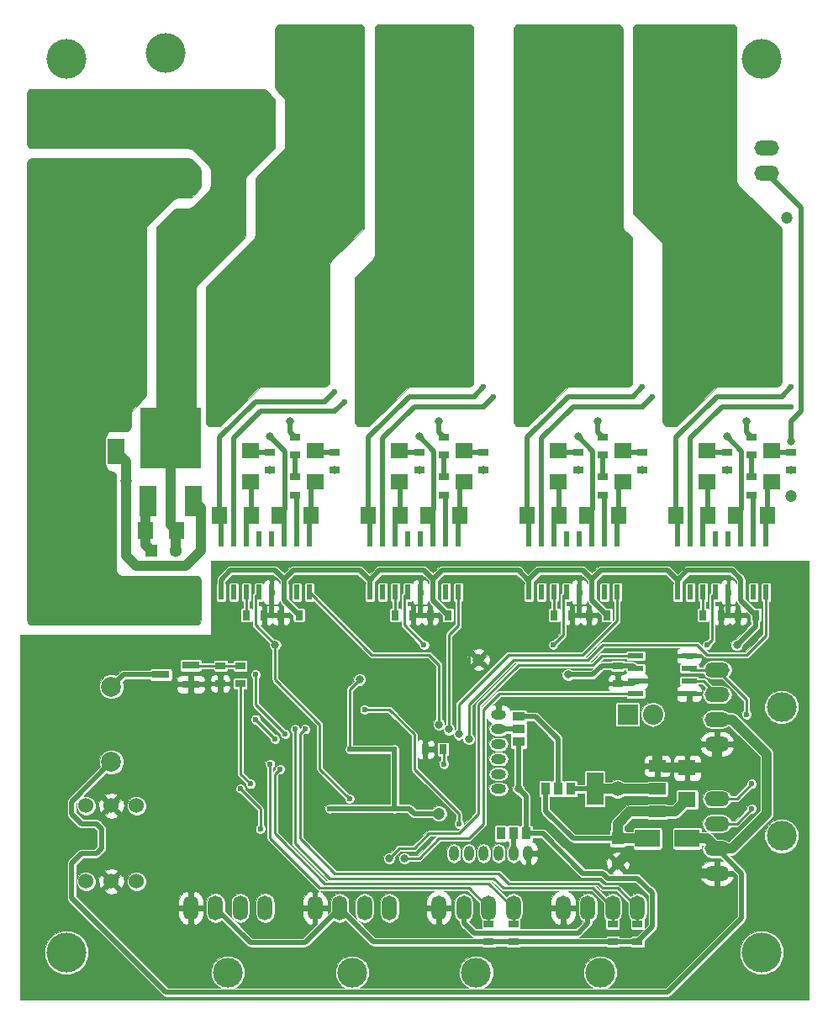
<source format=gbr>
G04 #@! TF.FileFunction,Copper,L2,Bot,Signal*
%FSLAX46Y46*%
G04 Gerber Fmt 4.6, Leading zero omitted, Abs format (unit mm)*
G04 Created by KiCad (PCBNEW 4.0.4-stable) date 10/09/16 00:30:52*
%MOMM*%
%LPD*%
G01*
G04 APERTURE LIST*
%ADD10C,0.100000*%
%ADD11C,1.700000*%
%ADD12R,1.700000X1.700000*%
%ADD13O,1.500000X2.500000*%
%ADD14C,3.000000*%
%ADD15R,1.651000X3.048000*%
%ADD16R,6.096000X6.096000*%
%ADD17C,1.300000*%
%ADD18R,1.300000X1.300000*%
%ADD19O,2.500000X1.500000*%
%ADD20R,1.600000X1.800000*%
%ADD21R,1.800000X1.600000*%
%ADD22R,2.032000X2.032000*%
%ADD23O,2.032000X2.032000*%
%ADD24R,0.600000X1.500000*%
%ADD25R,1.550000X0.600000*%
%ADD26C,2.000000*%
%ADD27C,4.000000*%
%ADD28R,0.800000X1.000000*%
%ADD29R,1.000000X0.800000*%
%ADD30O,1.000000X1.524000*%
%ADD31C,1.524000*%
%ADD32R,2.499360X1.800860*%
%ADD33R,1.800860X0.800100*%
%ADD34R,0.965200X1.270000*%
%ADD35R,1.800860X2.499360*%
%ADD36R,1.700000X1.200000*%
%ADD37R,1.700000X3.300000*%
%ADD38C,2.500000*%
%ADD39C,5.000000*%
%ADD40C,4.064000*%
%ADD41C,1.200000*%
%ADD42R,1.270000X0.965200*%
%ADD43O,1.524000X1.000000*%
%ADD44C,1.500000*%
%ADD45C,0.800000*%
%ADD46C,0.600000*%
%ADD47C,1.000000*%
%ADD48C,0.500000*%
%ADD49C,0.300000*%
%ADD50C,0.250000*%
%ADD51C,0.026000*%
G04 APERTURE END LIST*
D10*
D11*
X15000000Y-25000000D03*
D12*
X10000000Y-25000000D03*
D13*
X17500000Y-90500000D03*
X20000000Y-90500000D03*
X22500000Y-90500000D03*
X25000000Y-90500000D03*
D14*
X21250000Y-97000000D03*
D15*
X17786000Y-49500000D03*
D16*
X15500000Y-43150000D03*
D15*
X13214000Y-49500000D03*
D13*
X30000000Y-90500000D03*
X32500000Y-90500000D03*
X35000000Y-90500000D03*
X37500000Y-90500000D03*
D14*
X33750000Y-97000000D03*
D17*
X60500000Y-86000000D03*
D18*
X60500000Y-83500000D03*
D19*
X70500000Y-87000000D03*
X70500000Y-84500000D03*
X70500000Y-82000000D03*
X70500000Y-79500000D03*
D14*
X77000000Y-83250000D03*
D20*
X44600000Y-51000000D03*
X41400000Y-51000000D03*
X38600000Y-51000000D03*
X35400000Y-51000000D03*
X29600000Y-51000000D03*
X26400000Y-51000000D03*
X23600000Y-51000000D03*
X20400000Y-51000000D03*
X75600000Y-51000000D03*
X72400000Y-51000000D03*
X69600000Y-51000000D03*
X66400000Y-51000000D03*
X60600000Y-51000000D03*
X57400000Y-51000000D03*
X54600000Y-51000000D03*
X51400000Y-51000000D03*
D21*
X45000000Y-44400000D03*
X45000000Y-47600000D03*
X30000000Y-44400000D03*
X30000000Y-47600000D03*
X76000000Y-44400000D03*
X76000000Y-47600000D03*
X61000000Y-44400000D03*
X61000000Y-47600000D03*
D22*
X61500000Y-71000000D03*
D23*
X64040000Y-71000000D03*
D24*
X44445000Y-58700000D03*
X43175000Y-58700000D03*
X41905000Y-58700000D03*
X40635000Y-58700000D03*
X39365000Y-58700000D03*
X38095000Y-58700000D03*
X36825000Y-58700000D03*
X35555000Y-58700000D03*
X35555000Y-53300000D03*
X36825000Y-53300000D03*
X38095000Y-53300000D03*
X39365000Y-53300000D03*
X40635000Y-53300000D03*
X41905000Y-53300000D03*
X43175000Y-53300000D03*
X44445000Y-53300000D03*
X29445000Y-58700000D03*
X28175000Y-58700000D03*
X26905000Y-58700000D03*
X25635000Y-58700000D03*
X24365000Y-58700000D03*
X23095000Y-58700000D03*
X21825000Y-58700000D03*
X20555000Y-58700000D03*
X20555000Y-53300000D03*
X21825000Y-53300000D03*
X23095000Y-53300000D03*
X24365000Y-53300000D03*
X25635000Y-53300000D03*
X26905000Y-53300000D03*
X28175000Y-53300000D03*
X29445000Y-53300000D03*
X75445000Y-58700000D03*
X74175000Y-58700000D03*
X72905000Y-58700000D03*
X71635000Y-58700000D03*
X70365000Y-58700000D03*
X69095000Y-58700000D03*
X67825000Y-58700000D03*
X66555000Y-58700000D03*
X66555000Y-53300000D03*
X67825000Y-53300000D03*
X69095000Y-53300000D03*
X70365000Y-53300000D03*
X71635000Y-53300000D03*
X72905000Y-53300000D03*
X74175000Y-53300000D03*
X75445000Y-53300000D03*
X60445000Y-58700000D03*
X59175000Y-58700000D03*
X57905000Y-58700000D03*
X56635000Y-58700000D03*
X55365000Y-58700000D03*
X54095000Y-58700000D03*
X52825000Y-58700000D03*
X51555000Y-58700000D03*
X51555000Y-53300000D03*
X52825000Y-53300000D03*
X54095000Y-53300000D03*
X55365000Y-53300000D03*
X56635000Y-53300000D03*
X57905000Y-53300000D03*
X59175000Y-53300000D03*
X60445000Y-53300000D03*
D25*
X62300000Y-68905000D03*
X62300000Y-67635000D03*
X62300000Y-66365000D03*
X62300000Y-65095000D03*
X67700000Y-65095000D03*
X67700000Y-66365000D03*
X67700000Y-67635000D03*
X67700000Y-68905000D03*
D26*
X17540000Y-12000000D03*
X17540000Y-17080000D03*
X12460000Y-12000000D03*
X12460000Y-17080000D03*
D27*
X15000000Y-4380000D03*
D20*
X12900000Y-52500000D03*
X16100000Y-52500000D03*
D28*
X41600000Y-61000000D03*
X43400000Y-61000000D03*
X26600000Y-61000000D03*
X28400000Y-61000000D03*
X72600000Y-61000000D03*
X74400000Y-61000000D03*
X57600000Y-61000000D03*
X59400000Y-61000000D03*
X41100000Y-74500000D03*
X42900000Y-74500000D03*
X38100000Y-61000000D03*
X39900000Y-61000000D03*
X23100000Y-61000000D03*
X24900000Y-61000000D03*
D29*
X43000000Y-47100000D03*
X43000000Y-48900000D03*
X28000000Y-47100000D03*
X28000000Y-48900000D03*
D28*
X69100000Y-61000000D03*
X70900000Y-61000000D03*
X54100000Y-61000000D03*
X55900000Y-61000000D03*
D29*
X74000000Y-47100000D03*
X74000000Y-48900000D03*
X59000000Y-47100000D03*
X59000000Y-48900000D03*
X43000000Y-44900000D03*
X43000000Y-43100000D03*
X28000000Y-44900000D03*
X28000000Y-43100000D03*
X74000000Y-44900000D03*
X74000000Y-43100000D03*
X59000000Y-44900000D03*
X59000000Y-43100000D03*
D21*
X38500000Y-44400000D03*
X38500000Y-47600000D03*
X23500000Y-44400000D03*
X23500000Y-47600000D03*
X69500000Y-44400000D03*
X69500000Y-47600000D03*
X54500000Y-44400000D03*
X54500000Y-47600000D03*
D19*
X70500000Y-74000000D03*
X70500000Y-71500000D03*
X70500000Y-69000000D03*
X70500000Y-66500000D03*
D14*
X77000000Y-70250000D03*
D29*
X47000000Y-46400000D03*
X47000000Y-44600000D03*
X32000000Y-46400000D03*
X32000000Y-44600000D03*
X40500000Y-46400000D03*
X40500000Y-44600000D03*
X78000000Y-46400000D03*
X78000000Y-44600000D03*
X63000000Y-46400000D03*
X63000000Y-44600000D03*
X56500000Y-46400000D03*
X56500000Y-44600000D03*
X25500000Y-46400000D03*
X25500000Y-44600000D03*
X71500000Y-46400000D03*
X71500000Y-44600000D03*
D30*
X51500000Y-85000000D03*
X50000000Y-85000000D03*
X48500000Y-85000000D03*
X47000000Y-85000000D03*
X45500000Y-85000000D03*
X44000000Y-85000000D03*
D31*
X12040000Y-80190000D03*
X9500000Y-80190000D03*
X6960000Y-80190000D03*
X6960000Y-87810000D03*
X9500000Y-87810000D03*
X12040000Y-87810000D03*
D11*
X15000000Y-38000000D03*
D12*
X10000000Y-38000000D03*
D29*
X60500000Y-67900000D03*
X60500000Y-66100000D03*
D32*
X67498980Y-83500000D03*
X63501020Y-83500000D03*
D33*
X17501140Y-66050000D03*
X17501140Y-67950000D03*
X14498860Y-67000000D03*
D29*
X22500000Y-66100000D03*
X22500000Y-67900000D03*
X20500000Y-66100000D03*
X20500000Y-67900000D03*
D26*
X9500000Y-75799840D03*
X9500000Y-68200160D03*
D34*
X48730000Y-83000000D03*
X50000000Y-83000000D03*
X51270000Y-83000000D03*
D13*
X55000000Y-90500000D03*
X57500000Y-90500000D03*
X60000000Y-90500000D03*
X62500000Y-90500000D03*
D14*
X58750000Y-97000000D03*
D13*
X42500000Y-90500000D03*
X45000000Y-90500000D03*
X47500000Y-90500000D03*
X50000000Y-90500000D03*
D14*
X46250000Y-97000000D03*
D29*
X60000000Y-93900000D03*
X60000000Y-92100000D03*
X62500000Y-93900000D03*
X62500000Y-92100000D03*
X47500000Y-93900000D03*
X47500000Y-92100000D03*
X50000000Y-93900000D03*
X50000000Y-92100000D03*
D35*
X10000000Y-40501020D03*
X10000000Y-44498980D03*
D21*
X67500000Y-79600000D03*
X67500000Y-76400000D03*
D36*
X64500000Y-76200000D03*
X64500000Y-78500000D03*
X64500000Y-80800000D03*
D37*
X58200000Y-78500000D03*
D38*
X38000000Y-12250000D03*
X32920000Y-12250000D03*
D39*
X41810000Y-4630000D03*
X29110000Y-4630000D03*
D38*
X64000000Y-12250000D03*
X58920000Y-12250000D03*
D39*
X67810000Y-4630000D03*
X55110000Y-4630000D03*
D17*
X16000000Y-54500000D03*
D18*
X13500000Y-54500000D03*
D40*
X4000000Y-11000000D03*
X4000000Y-18000000D03*
D41*
X42500000Y-81000000D03*
X46500000Y-65500000D03*
X11000000Y-47500000D03*
X77500000Y-21000000D03*
X78000000Y-49000000D03*
D19*
X75500000Y-16500000D03*
X75500000Y-14000000D03*
D42*
X50500000Y-73770000D03*
X50500000Y-72500000D03*
X50500000Y-71230000D03*
D43*
X48500000Y-71000000D03*
X48500000Y-72500000D03*
X48500000Y-74000000D03*
X48500000Y-75500000D03*
X48500000Y-77000000D03*
X48500000Y-78500000D03*
D34*
X55770000Y-78500000D03*
X54500000Y-78500000D03*
X53230000Y-78500000D03*
D27*
X75000000Y-95000000D03*
X5000000Y-95000000D03*
X5000000Y-5000000D03*
X75000000Y-5000000D03*
D44*
X56000000Y-74000000D03*
D45*
X45500000Y-67500000D03*
X45500000Y-63000000D03*
X38863604Y-82636396D03*
X35000000Y-63000000D03*
X38500000Y-63000000D03*
X53500000Y-63000000D03*
X68500000Y-63000000D03*
X61000000Y-63000000D03*
D46*
X41500000Y-73500000D03*
D45*
X27500000Y-63000000D03*
X42500000Y-63000000D03*
X57000000Y-63000000D03*
X71500000Y-63000000D03*
D46*
X44500000Y-82000000D03*
X48730000Y-83000000D03*
X35000000Y-70500000D03*
D45*
X50500000Y-78500000D03*
X72500000Y-64000000D03*
D46*
X22500000Y-78500000D03*
X24500000Y-82500000D03*
X31500000Y-80500000D03*
D45*
X55500000Y-67000000D03*
X34500000Y-67500000D03*
D46*
X38000000Y-74500000D03*
X33500000Y-74500000D03*
X38000000Y-80500000D03*
X77000000Y-39000000D03*
X78000000Y-38000000D03*
X62000000Y-39000000D03*
X63000000Y-38000000D03*
X46000000Y-39000000D03*
X47000000Y-38000000D03*
X32000000Y-38500000D03*
X31000000Y-39500000D03*
D44*
X17000000Y-39000000D03*
X17000000Y-25000000D03*
X19000000Y-25000000D03*
X19000000Y-21000000D03*
X21000000Y-21000000D03*
X21000000Y-23000000D03*
X19000000Y-23000000D03*
X17000000Y-23000000D03*
X15000000Y-23000000D03*
X17000000Y-21000000D03*
X22000000Y-19000000D03*
X20000000Y-19000000D03*
X25000000Y-11000000D03*
X25000000Y-13000000D03*
X23000000Y-11000000D03*
X23000000Y-13000000D03*
X23000000Y-15000000D03*
X21000000Y-11000000D03*
X21000000Y-13000000D03*
X21000000Y-15000000D03*
X21000000Y-17000000D03*
X21000000Y-9000000D03*
X23000000Y-9000000D03*
X14000000Y-9000000D03*
X14000000Y-11000000D03*
X14000000Y-13000000D03*
X16000000Y-13000000D03*
X16000000Y-11000000D03*
X16000000Y-9000000D03*
X19000000Y-9000000D03*
X19000000Y-11000000D03*
X19000000Y-13000000D03*
X7000000Y-9000000D03*
X7000000Y-11000000D03*
X7000000Y-13000000D03*
X9000000Y-13000000D03*
X9000000Y-11000000D03*
X9000000Y-9000000D03*
X11000000Y-9000000D03*
X11000000Y-11000000D03*
X11000000Y-13000000D03*
X28000000Y-8000000D03*
X30000000Y-8000000D03*
X30000000Y-10000000D03*
X34000000Y-9000000D03*
X34000000Y-7000000D03*
X34000000Y-5000000D03*
X34000000Y-3000000D03*
X32000000Y-3000000D03*
X32000000Y-6000000D03*
X32000000Y-8000000D03*
X32000000Y-10000000D03*
X26000000Y-37000000D03*
X28000000Y-37000000D03*
X30000000Y-37000000D03*
X20000000Y-41000000D03*
X24000000Y-37000000D03*
X22000000Y-37000000D03*
X20000000Y-37000000D03*
X20000000Y-39000000D03*
X22000000Y-39000000D03*
X20000000Y-29000000D03*
X22000000Y-29000000D03*
X24000000Y-29000000D03*
X26000000Y-29000000D03*
X28000000Y-29000000D03*
X30000000Y-29000000D03*
X30000000Y-31000000D03*
X30000000Y-33000000D03*
X30000000Y-35000000D03*
X28000000Y-35000000D03*
X28000000Y-33000000D03*
X28000000Y-31000000D03*
X26000000Y-31000000D03*
X26000000Y-33000000D03*
X26000000Y-35000000D03*
X24000000Y-35000000D03*
X24000000Y-33000000D03*
X24000000Y-31000000D03*
X22000000Y-31000000D03*
X22000000Y-33000000D03*
X22000000Y-35000000D03*
X20000000Y-35000000D03*
X20000000Y-33000000D03*
X20000000Y-31000000D03*
D45*
X25500000Y-43000000D03*
D44*
X56000000Y-10000000D03*
X56000000Y-8000000D03*
X54000000Y-8000000D03*
X60000000Y-9000000D03*
X60000000Y-7000000D03*
X60000000Y-5000000D03*
X60000000Y-3000000D03*
X58000000Y-3000000D03*
X58000000Y-6000000D03*
X58000000Y-8000000D03*
X58000000Y-10000000D03*
X57000000Y-37000000D03*
X59000000Y-37000000D03*
X61000000Y-37000000D03*
X51000000Y-35000000D03*
X51000000Y-33000000D03*
X51000000Y-31000000D03*
X51000000Y-29000000D03*
X53000000Y-29000000D03*
X53000000Y-31000000D03*
X53000000Y-33000000D03*
X53000000Y-35000000D03*
X55000000Y-35000000D03*
X57000000Y-35000000D03*
X59000000Y-35000000D03*
X61000000Y-35000000D03*
X61000000Y-33000000D03*
X59000000Y-33000000D03*
X57000000Y-33000000D03*
X55000000Y-33000000D03*
X55000000Y-31000000D03*
X57000000Y-31000000D03*
X59000000Y-31000000D03*
X61000000Y-31000000D03*
X61000000Y-29000000D03*
X59000000Y-29000000D03*
X57000000Y-29000000D03*
X55000000Y-29000000D03*
X51000000Y-37000000D03*
X53000000Y-37000000D03*
X55000000Y-37000000D03*
X51000000Y-41000000D03*
X51000000Y-39000000D03*
X53000000Y-39000000D03*
D45*
X56500000Y-43000000D03*
D44*
X9000000Y-56500000D03*
X9000000Y-54500000D03*
X7000000Y-54500000D03*
X5000000Y-54500000D03*
X3000000Y-54500000D03*
X3000000Y-52500000D03*
X5000000Y-52500000D03*
X7000000Y-52500000D03*
X9000000Y-52500000D03*
X5000000Y-56500000D03*
X7000000Y-56500000D03*
X5000000Y-58500000D03*
X5000000Y-60500000D03*
X3000000Y-60500000D03*
X3000000Y-58500000D03*
X3000000Y-56500000D03*
X13000000Y-60500000D03*
X11000000Y-60500000D03*
X11000000Y-58500000D03*
X9000000Y-58500000D03*
X9000000Y-60500000D03*
X7000000Y-60500000D03*
X7000000Y-58500000D03*
X17000000Y-58500000D03*
X17000000Y-60500000D03*
X15000000Y-60500000D03*
X15000000Y-58500000D03*
X13000000Y-58500000D03*
X14000000Y-18500000D03*
X14000000Y-16000000D03*
X16000000Y-16000000D03*
X7000000Y-18500000D03*
X9000000Y-18500000D03*
X11000000Y-18500000D03*
X7000000Y-16500000D03*
X9000000Y-16500000D03*
X11000000Y-16500000D03*
D45*
X78000000Y-43500000D03*
D46*
X29000000Y-72500000D03*
X28000000Y-72500000D03*
X26500000Y-76500000D03*
X25500000Y-76000000D03*
X74000000Y-78000000D03*
X73500000Y-71000000D03*
X74000000Y-80500000D03*
D44*
X41000000Y-10000000D03*
X41000000Y-8000000D03*
X43000000Y-8000000D03*
X39000000Y-10000000D03*
X39000000Y-8000000D03*
X39000000Y-6000000D03*
X39000000Y-3000000D03*
X37000000Y-3000000D03*
X37000000Y-5000000D03*
X37000000Y-7000000D03*
X37000000Y-9000000D03*
X41000000Y-37000000D03*
X43000000Y-37000000D03*
X45000000Y-37000000D03*
X35000000Y-41000000D03*
X35000000Y-39000000D03*
X37000000Y-39000000D03*
X45000000Y-35000000D03*
X43000000Y-35000000D03*
X41000000Y-35000000D03*
X39000000Y-35000000D03*
X37000000Y-35000000D03*
X35000000Y-35000000D03*
X35000000Y-37000000D03*
X37000000Y-37000000D03*
X39000000Y-37000000D03*
X35000000Y-29000000D03*
X37000000Y-29000000D03*
X39000000Y-29000000D03*
X41000000Y-29000000D03*
X43000000Y-29000000D03*
X45000000Y-29000000D03*
X45000000Y-31000000D03*
X43000000Y-31000000D03*
X41000000Y-31000000D03*
X39000000Y-31000000D03*
X37000000Y-31000000D03*
X35000000Y-31000000D03*
X35000000Y-33000000D03*
X37000000Y-33000000D03*
X39000000Y-33000000D03*
X41000000Y-33000000D03*
X43000000Y-33000000D03*
X45000000Y-33000000D03*
D45*
X40500000Y-43000000D03*
D44*
X67000000Y-10000000D03*
X67000000Y-8000000D03*
X69000000Y-8000000D03*
X63000000Y-9000000D03*
X63000000Y-7000000D03*
X63000000Y-5000000D03*
X63000000Y-3000000D03*
X65000000Y-3000000D03*
X65000000Y-6000000D03*
X65000000Y-8000000D03*
X65000000Y-10000000D03*
X72000000Y-37000000D03*
X74000000Y-37000000D03*
X76000000Y-37000000D03*
X66000000Y-31000000D03*
X68000000Y-31000000D03*
X70000000Y-31000000D03*
X72000000Y-31000000D03*
X74000000Y-31000000D03*
X76000000Y-31000000D03*
X76000000Y-29000000D03*
X74000000Y-29000000D03*
X72000000Y-29000000D03*
X70000000Y-29000000D03*
X68000000Y-29000000D03*
X66000000Y-29000000D03*
X66000000Y-35000000D03*
X68000000Y-35000000D03*
X70000000Y-35000000D03*
X72000000Y-35000000D03*
X74000000Y-35000000D03*
X76000000Y-35000000D03*
X76000000Y-33000000D03*
X74000000Y-33000000D03*
X72000000Y-33000000D03*
X70000000Y-33000000D03*
X68000000Y-33000000D03*
X66000000Y-33000000D03*
X66000000Y-37000000D03*
X68000000Y-37000000D03*
X70000000Y-37000000D03*
X66000000Y-41000000D03*
X66000000Y-39000000D03*
X68000000Y-39000000D03*
D45*
X71500000Y-43000000D03*
D46*
X43000000Y-76000000D03*
X47000000Y-40000000D03*
X48000000Y-39000000D03*
X32000000Y-40500000D03*
X33000000Y-39500000D03*
X76500000Y-40000000D03*
X78000000Y-40000000D03*
X63000000Y-40000000D03*
X64000000Y-39000000D03*
X33500000Y-79500000D03*
X69500000Y-64000000D03*
X41000000Y-64000000D03*
X54000000Y-64000000D03*
D45*
X26000000Y-64000000D03*
X37500000Y-85500000D03*
X43500000Y-72500000D03*
X42500000Y-72000000D03*
X45500000Y-73500000D03*
X44500000Y-73000000D03*
X39000000Y-85500000D03*
X78000000Y-46400000D03*
X25500000Y-46400000D03*
X32000000Y-46400000D03*
X71500000Y-46400000D03*
X63000000Y-46400000D03*
X56500000Y-46400000D03*
X47000000Y-46400000D03*
X40500000Y-46400000D03*
X42500000Y-41500000D03*
X27500000Y-41500000D03*
X73500000Y-41500000D03*
X58500000Y-41500000D03*
D46*
X23500000Y-78000000D03*
D44*
X17786000Y-49500000D03*
X60500000Y-78500000D03*
D46*
X24000000Y-67000000D03*
X27000000Y-73000000D03*
X24000000Y-71500000D03*
X26000000Y-73500000D03*
D47*
X60500000Y-86000000D02*
X61500000Y-85000000D01*
X61500000Y-85000000D02*
X61500000Y-85156494D01*
X61500000Y-85156494D02*
X62843506Y-86500000D01*
X62843506Y-86500000D02*
X65500000Y-86500000D01*
X65500000Y-86500000D02*
X66000000Y-87000000D01*
X66000000Y-87000000D02*
X70500000Y-87000000D01*
D48*
X17501140Y-67950000D02*
X17501140Y-72188860D01*
X17501140Y-72188860D02*
X13500000Y-76190000D01*
X13500000Y-76190000D02*
X9500000Y-80190000D01*
D49*
X17501140Y-67950000D02*
X17551140Y-67900000D01*
X17551140Y-67900000D02*
X20500000Y-67900000D01*
D48*
X9500000Y-87810000D02*
X12190000Y-90500000D01*
X12190000Y-90500000D02*
X17500000Y-90500000D01*
X9500000Y-80190000D02*
X11500000Y-82190000D01*
X11500000Y-82190000D02*
X11500000Y-85810000D01*
X11500000Y-85810000D02*
X9500000Y-87810000D01*
D47*
X64500000Y-76200000D02*
X64500000Y-75000000D01*
X64500000Y-75000000D02*
X63500000Y-74000000D01*
X63500000Y-74000000D02*
X62300000Y-74000000D01*
X62300000Y-74000000D02*
X56000000Y-74000000D01*
D48*
X25635000Y-58700000D02*
X25635000Y-61000000D01*
X25635000Y-61000000D02*
X25500000Y-61000000D01*
X24900000Y-61000000D02*
X25500000Y-61000000D01*
X25500000Y-61000000D02*
X26600000Y-61000000D01*
X40635000Y-58700000D02*
X40635000Y-61000000D01*
X40635000Y-61000000D02*
X40500000Y-61000000D01*
X39900000Y-61000000D02*
X40500000Y-61000000D01*
X40500000Y-61000000D02*
X41600000Y-61000000D01*
X56635000Y-58700000D02*
X56635000Y-61000000D01*
X56635000Y-61000000D02*
X56500000Y-61000000D01*
X55900000Y-61000000D02*
X56500000Y-61000000D01*
X56500000Y-61000000D02*
X57600000Y-61000000D01*
X71635000Y-58700000D02*
X71635000Y-61000000D01*
X71635000Y-61000000D02*
X71500000Y-61000000D01*
X70900000Y-61000000D02*
X71500000Y-61000000D01*
X71500000Y-61000000D02*
X72600000Y-61000000D01*
D50*
X70500000Y-74000000D02*
X69000000Y-74000000D01*
X69000000Y-74000000D02*
X67700000Y-72700000D01*
X67700000Y-72700000D02*
X67700000Y-68905000D01*
X45500000Y-63000000D02*
X45500000Y-67500000D01*
D48*
X67700000Y-68905000D02*
X65905000Y-68905000D01*
X65905000Y-68905000D02*
X64635000Y-67635000D01*
X64635000Y-67635000D02*
X62300000Y-67635000D01*
X60500000Y-67900000D02*
X62035000Y-67900000D01*
X62035000Y-67900000D02*
X62300000Y-67635000D01*
D50*
X64635000Y-67635000D02*
X64635000Y-66365000D01*
X64635000Y-66365000D02*
X65905000Y-65095000D01*
X65905000Y-65095000D02*
X67700000Y-65095000D01*
X38863604Y-82636396D02*
X39000000Y-82500000D01*
X41100000Y-74500000D02*
X41100000Y-73900000D01*
X41100000Y-73900000D02*
X41500000Y-73500000D01*
D47*
X67500000Y-76400000D02*
X69500000Y-76400000D01*
X70500000Y-75400000D02*
X70500000Y-74000000D01*
X69500000Y-76400000D02*
X70500000Y-75400000D01*
X65200000Y-76400000D02*
X67500000Y-76400000D01*
D48*
X26600000Y-61000000D02*
X26600000Y-62100000D01*
X26600000Y-62100000D02*
X27500000Y-63000000D01*
X41600000Y-61000000D02*
X41600000Y-62100000D01*
X41600000Y-62100000D02*
X42500000Y-63000000D01*
X57600000Y-61000000D02*
X57600000Y-62400000D01*
X57600000Y-62400000D02*
X57000000Y-63000000D01*
X72600000Y-61000000D02*
X72600000Y-61900000D01*
X72600000Y-61900000D02*
X71500000Y-63000000D01*
X26370000Y-61000000D02*
X26600000Y-61000000D01*
X41370000Y-61000000D02*
X41600000Y-61000000D01*
X57370000Y-61000000D02*
X57600000Y-61000000D01*
X72600000Y-61000000D02*
X72370000Y-61000000D01*
D50*
X44500000Y-82000000D02*
X44500000Y-81000000D01*
X44500000Y-81000000D02*
X43500000Y-80000000D01*
X43500000Y-80000000D02*
X40000000Y-76500000D01*
X35000000Y-70500000D02*
X37500000Y-70500000D01*
X37500000Y-70500000D02*
X40000000Y-73000000D01*
X40000000Y-73000000D02*
X40000000Y-76500000D01*
D48*
X50500000Y-73770000D02*
X50500000Y-78500000D01*
X60000000Y-93900000D02*
X50000000Y-93900000D01*
X32500000Y-90500000D02*
X29000000Y-94000000D01*
X29000000Y-94000000D02*
X23500000Y-94000000D01*
X23500000Y-94000000D02*
X20000000Y-90500000D01*
X47500000Y-93900000D02*
X35900000Y-93900000D01*
X35900000Y-93900000D02*
X32500000Y-90500000D01*
X50000000Y-93900000D02*
X47500000Y-93900000D01*
X62500000Y-93900000D02*
X60000000Y-93900000D01*
X51270000Y-83000000D02*
X53000000Y-83000000D01*
X53000000Y-83000000D02*
X57000000Y-87000000D01*
X57000000Y-87000000D02*
X59000000Y-87000000D01*
X59000000Y-87000000D02*
X59500000Y-87500000D01*
X59500000Y-87500000D02*
X62500000Y-87500000D01*
X62500000Y-87500000D02*
X64000000Y-89000000D01*
X64000000Y-89000000D02*
X64000000Y-92400000D01*
X64000000Y-92400000D02*
X62500000Y-93900000D01*
X38000000Y-80500000D02*
X39500000Y-80500000D01*
X39500000Y-80500000D02*
X40000000Y-81000000D01*
X40000000Y-81000000D02*
X42500000Y-81000000D01*
X38000000Y-74500000D02*
X38000000Y-80500000D01*
X51270000Y-83000000D02*
X51270000Y-79270000D01*
X51270000Y-79270000D02*
X50500000Y-78500000D01*
X33500000Y-74500000D02*
X38000000Y-74500000D01*
X31500000Y-80500000D02*
X38000000Y-80500000D01*
X72500000Y-64000000D02*
X74400000Y-62100000D01*
X74400000Y-62100000D02*
X74400000Y-61000000D01*
D50*
X22500000Y-78500000D02*
X24500000Y-80500000D01*
X24500000Y-80500000D02*
X24500000Y-82500000D01*
D48*
X60500000Y-66100000D02*
X58900000Y-66100000D01*
X58900000Y-66100000D02*
X58000000Y-67000000D01*
X58000000Y-67000000D02*
X55500000Y-67000000D01*
X60500000Y-66100000D02*
X62035000Y-66100000D01*
X62035000Y-66100000D02*
X62300000Y-66365000D01*
D50*
X34500000Y-67500000D02*
X33500000Y-68500000D01*
X33500000Y-68500000D02*
X33500000Y-74500000D01*
D48*
X57905000Y-58700000D02*
X57905000Y-59505000D01*
X57905000Y-59505000D02*
X59400000Y-61000000D01*
X41905000Y-58700000D02*
X41905000Y-59505000D01*
X41905000Y-59505000D02*
X43400000Y-61000000D01*
X26905000Y-58700000D02*
X26905000Y-59505000D01*
X26905000Y-59505000D02*
X28400000Y-61000000D01*
X72905000Y-58700000D02*
X72905000Y-59505000D01*
X72905000Y-59505000D02*
X74400000Y-61000000D01*
X66500000Y-57500000D02*
X67500000Y-56500000D01*
X67500000Y-56500000D02*
X72000000Y-56500000D01*
X72000000Y-56500000D02*
X72905000Y-57405000D01*
X72905000Y-57405000D02*
X72905000Y-58700000D01*
X57905000Y-57405000D02*
X58810000Y-56500000D01*
X58810000Y-56500000D02*
X65500000Y-56500000D01*
X65500000Y-56500000D02*
X66500000Y-57500000D01*
X66500000Y-57500000D02*
X66555000Y-57555000D01*
X66555000Y-57555000D02*
X66555000Y-58700000D01*
X51500000Y-57500000D02*
X52500000Y-56500000D01*
X52500000Y-56500000D02*
X57000000Y-56500000D01*
X57000000Y-56500000D02*
X57905000Y-57405000D01*
X57905000Y-57405000D02*
X57905000Y-58700000D01*
X41905000Y-57405000D02*
X42810000Y-56500000D01*
X42810000Y-56500000D02*
X50500000Y-56500000D01*
X50500000Y-56500000D02*
X51500000Y-57500000D01*
X51500000Y-57500000D02*
X51555000Y-57555000D01*
X51555000Y-57555000D02*
X51555000Y-58700000D01*
X35500000Y-57500000D02*
X36500000Y-56500000D01*
X36500000Y-56500000D02*
X41000000Y-56500000D01*
X41000000Y-56500000D02*
X41905000Y-57405000D01*
X41905000Y-57405000D02*
X41905000Y-58700000D01*
X26905000Y-57405000D02*
X27810000Y-56500000D01*
X27810000Y-56500000D02*
X34500000Y-56500000D01*
X34500000Y-56500000D02*
X35500000Y-57500000D01*
X35500000Y-57500000D02*
X35555000Y-57555000D01*
X35555000Y-57555000D02*
X35555000Y-58700000D01*
X20555000Y-58700000D02*
X20555000Y-57445000D01*
X20555000Y-57445000D02*
X21500000Y-56500000D01*
X21500000Y-56500000D02*
X26000000Y-56500000D01*
X26000000Y-56500000D02*
X26905000Y-57405000D01*
X26905000Y-57405000D02*
X26905000Y-58700000D01*
X44600000Y-51000000D02*
X44600000Y-48000000D01*
X44600000Y-48000000D02*
X45000000Y-47600000D01*
X44445000Y-53300000D02*
X44445000Y-51155000D01*
X44445000Y-51155000D02*
X44600000Y-51000000D01*
X5500000Y-79799840D02*
X5500000Y-81000000D01*
X5500000Y-81000000D02*
X6500000Y-82000000D01*
X6500000Y-82000000D02*
X8000000Y-82000000D01*
X8000000Y-82000000D02*
X8500000Y-82500000D01*
X8500000Y-82500000D02*
X8500000Y-84500000D01*
X8500000Y-84500000D02*
X8000000Y-85000000D01*
X8000000Y-85000000D02*
X6500000Y-85000000D01*
X6500000Y-85000000D02*
X5500000Y-86000000D01*
X9500000Y-75799840D02*
X5500000Y-79799840D01*
X5500000Y-86000000D02*
X5500000Y-89500000D01*
X5500000Y-89500000D02*
X15000000Y-99000000D01*
D47*
X67498980Y-83500000D02*
X69500000Y-83500000D01*
X69500000Y-83500000D02*
X70500000Y-84500000D01*
D48*
X62000000Y-99000000D02*
X65500000Y-99000000D01*
X65500000Y-99000000D02*
X73000000Y-91500000D01*
X73000000Y-91500000D02*
X73000000Y-87000000D01*
X73000000Y-87000000D02*
X70500000Y-84500000D01*
X62000000Y-99000000D02*
X15000000Y-99000000D01*
D47*
X70500000Y-71500000D02*
X72000000Y-71500000D01*
X72000000Y-71500000D02*
X75500000Y-75000000D01*
X75500000Y-75000000D02*
X75500000Y-81000000D01*
X75500000Y-81000000D02*
X72000000Y-84500000D01*
X72000000Y-84500000D02*
X70500000Y-84500000D01*
X16000000Y-54500000D02*
X16000000Y-52600000D01*
X16000000Y-52600000D02*
X16100000Y-52500000D01*
X16100000Y-52500000D02*
X15500000Y-51900000D01*
X15500000Y-51900000D02*
X15500000Y-43150000D01*
D49*
X17000000Y-39000000D02*
X17000000Y-41650000D01*
X17000000Y-41650000D02*
X15500000Y-43150000D01*
D48*
X76000000Y-39000000D02*
X77000000Y-39000000D01*
X77000000Y-39000000D02*
X78000000Y-38000000D01*
X61000000Y-39000000D02*
X62000000Y-39000000D01*
X62000000Y-39000000D02*
X63000000Y-38000000D01*
X45000000Y-39000000D02*
X46000000Y-39000000D01*
X46000000Y-39000000D02*
X47000000Y-38000000D01*
X76000000Y-39000000D02*
X70500000Y-39000000D01*
X61000000Y-39000000D02*
X55500000Y-39000000D01*
X39500000Y-39000000D02*
X45000000Y-39000000D01*
X24000000Y-39500000D02*
X31000000Y-39500000D01*
X31000000Y-39500000D02*
X32000000Y-38500000D01*
D50*
X17000000Y-25000000D02*
X19000000Y-25000000D01*
X19000000Y-21000000D02*
X21000000Y-21000000D01*
X22000000Y-21000000D02*
X22000000Y-22000000D01*
X22000000Y-22000000D02*
X21000000Y-23000000D01*
X19000000Y-23000000D02*
X17000000Y-23000000D01*
X15000000Y-23000000D02*
X17000000Y-21000000D01*
X22000000Y-19000000D02*
X22000000Y-21000000D01*
X21000000Y-17000000D02*
X21000000Y-18000000D01*
X21000000Y-18000000D02*
X22000000Y-19000000D01*
X23000000Y-11000000D02*
X25000000Y-11000000D01*
X23000000Y-11000000D02*
X23000000Y-13000000D01*
X21000000Y-11000000D02*
X21000000Y-13000000D01*
X21000000Y-15000000D02*
X21000000Y-17000000D01*
X21000000Y-9000000D02*
X23000000Y-9000000D01*
X11000000Y-9000000D02*
X14000000Y-9000000D01*
X14000000Y-11000000D02*
X14000000Y-13000000D01*
X16000000Y-13000000D02*
X16000000Y-11000000D01*
X16000000Y-9000000D02*
X19000000Y-9000000D01*
X19000000Y-11000000D02*
X19000000Y-13000000D01*
X7000000Y-9000000D02*
X7000000Y-11000000D01*
X7000000Y-13000000D02*
X9000000Y-13000000D01*
X9000000Y-11000000D02*
X9000000Y-9000000D01*
X11000000Y-9000000D02*
X11000000Y-11000000D01*
D48*
X66400000Y-51000000D02*
X66400000Y-43100000D01*
X66400000Y-43100000D02*
X70500000Y-39000000D01*
X66555000Y-53300000D02*
X66555000Y-51155000D01*
X66555000Y-51155000D02*
X66400000Y-51000000D01*
X51400000Y-51000000D02*
X51400000Y-43100000D01*
X51400000Y-43100000D02*
X55500000Y-39000000D01*
X51555000Y-53300000D02*
X51555000Y-51155000D01*
X51555000Y-51155000D02*
X51400000Y-51000000D01*
X39500000Y-39000000D02*
X35400000Y-43100000D01*
X35400000Y-43100000D02*
X35400000Y-51000000D01*
X35555000Y-53300000D02*
X35555000Y-51155000D01*
X35555000Y-51155000D02*
X35400000Y-51000000D01*
X20400000Y-51000000D02*
X20555000Y-51155000D01*
X20555000Y-51155000D02*
X20555000Y-53300000D01*
X20555000Y-51155000D02*
X20400000Y-51000000D01*
X20400000Y-43100000D02*
X20400000Y-51000000D01*
X24000000Y-39500000D02*
X20400000Y-43100000D01*
X30000000Y-47600000D02*
X29600000Y-48000000D01*
X29600000Y-48000000D02*
X29600000Y-51000000D01*
X29600000Y-51000000D02*
X29445000Y-51155000D01*
X29445000Y-51155000D02*
X29445000Y-53300000D01*
X29445000Y-51155000D02*
X29600000Y-51000000D01*
X30000000Y-8000000D02*
X30000000Y-10000000D01*
X34000000Y-9000000D02*
X34000000Y-7000000D01*
X34000000Y-5000000D02*
X34000000Y-3000000D01*
X32000000Y-3000000D02*
X32000000Y-6000000D01*
X32000000Y-8000000D02*
X32000000Y-10000000D01*
X24000000Y-37000000D02*
X26000000Y-37000000D01*
X28000000Y-37000000D02*
X30000000Y-37000000D01*
D50*
X20000000Y-39000000D02*
X20000000Y-41000000D01*
X24000000Y-37000000D02*
X22000000Y-37000000D01*
X20000000Y-37000000D02*
X20000000Y-39000000D01*
X20000000Y-29000000D02*
X22000000Y-29000000D01*
X24000000Y-29000000D02*
X26000000Y-29000000D01*
X28000000Y-29000000D02*
X30000000Y-29000000D01*
X30000000Y-31000000D02*
X30000000Y-33000000D01*
X30000000Y-35000000D02*
X28000000Y-35000000D01*
X28000000Y-33000000D02*
X28000000Y-31000000D01*
X26000000Y-31000000D02*
X26000000Y-33000000D01*
X26000000Y-35000000D02*
X24000000Y-35000000D01*
X24000000Y-33000000D02*
X24000000Y-31000000D01*
X22000000Y-31000000D02*
X22000000Y-33000000D01*
X22000000Y-35000000D02*
X20000000Y-35000000D01*
X20000000Y-33000000D02*
X20000000Y-31000000D01*
D48*
X26400000Y-51000000D02*
X27000000Y-50400000D01*
X27000000Y-50400000D02*
X27000000Y-44500000D01*
X27000000Y-44500000D02*
X25500000Y-43000000D01*
X26400000Y-51000000D02*
X26905000Y-51505000D01*
X26905000Y-51505000D02*
X26905000Y-53300000D01*
X26400000Y-51000000D02*
X26905000Y-51505000D01*
X75600000Y-51000000D02*
X75600000Y-48000000D01*
X75600000Y-48000000D02*
X76000000Y-47600000D01*
X75445000Y-53300000D02*
X75445000Y-51155000D01*
X75445000Y-51155000D02*
X75600000Y-51000000D01*
X60600000Y-51000000D02*
X60600000Y-48000000D01*
X60600000Y-48000000D02*
X61000000Y-47600000D01*
X60445000Y-53300000D02*
X60445000Y-51155000D01*
X60445000Y-51155000D02*
X60600000Y-51000000D01*
X56000000Y-8000000D02*
X54000000Y-8000000D01*
X60000000Y-9000000D02*
X60000000Y-7000000D01*
X60000000Y-5000000D02*
X60000000Y-3000000D01*
X58000000Y-3000000D02*
X58000000Y-6000000D01*
X58000000Y-8000000D02*
X58000000Y-10000000D01*
X55000000Y-37000000D02*
X57000000Y-37000000D01*
X59000000Y-37000000D02*
X61000000Y-37000000D01*
D50*
X51000000Y-35000000D02*
X51000000Y-33000000D01*
X51000000Y-31000000D02*
X51000000Y-29000000D01*
X53000000Y-29000000D02*
X53000000Y-31000000D01*
X53000000Y-33000000D02*
X53000000Y-35000000D01*
X55000000Y-35000000D02*
X57000000Y-35000000D01*
X59000000Y-35000000D02*
X61000000Y-35000000D01*
X61000000Y-33000000D02*
X59000000Y-33000000D01*
X57000000Y-33000000D02*
X55000000Y-33000000D01*
X55000000Y-31000000D02*
X57000000Y-31000000D01*
X59000000Y-31000000D02*
X61000000Y-31000000D01*
X61000000Y-29000000D02*
X59000000Y-29000000D01*
X57000000Y-29000000D02*
X55000000Y-29000000D01*
X51000000Y-39000000D02*
X51000000Y-37000000D01*
X53000000Y-37000000D02*
X55000000Y-37000000D01*
X51000000Y-41000000D02*
X51000000Y-39000000D01*
D48*
X57400000Y-51000000D02*
X58000000Y-50400000D01*
X58000000Y-50400000D02*
X58000000Y-44500000D01*
X58000000Y-44500000D02*
X56500000Y-43000000D01*
X57905000Y-53300000D02*
X57905000Y-51505000D01*
X57905000Y-51505000D02*
X57400000Y-51000000D01*
X75500000Y-16500000D02*
X79000000Y-20000000D01*
X7000000Y-56500000D02*
X9000000Y-56500000D01*
X9000000Y-54500000D02*
X7000000Y-54500000D01*
X5000000Y-54500000D02*
X3000000Y-54500000D01*
X3000000Y-52500000D02*
X5000000Y-52500000D01*
X7000000Y-52500000D02*
X9000000Y-52500000D01*
X5000000Y-56500000D02*
X7000000Y-56500000D01*
X5000000Y-58500000D02*
X5000000Y-60500000D01*
X3000000Y-60500000D02*
X3000000Y-58500000D01*
X5000000Y-56500000D02*
X5250000Y-56250000D01*
X13000000Y-60500000D02*
X11000000Y-60500000D01*
X11000000Y-58500000D02*
X9000000Y-58500000D01*
X9000000Y-60500000D02*
X7000000Y-60500000D01*
X4000000Y-55000000D02*
X7500000Y-58500000D01*
X7500000Y-58500000D02*
X17000000Y-58500000D01*
X17000000Y-60500000D02*
X15000000Y-60500000D01*
X15000000Y-58500000D02*
X13000000Y-58500000D01*
X4000000Y-18000000D02*
X4000000Y-55000000D01*
X14000000Y-18500000D02*
X14000000Y-16000000D01*
X7000000Y-16500000D02*
X7000000Y-18500000D01*
X9000000Y-18500000D02*
X11000000Y-18500000D01*
X7000000Y-16500000D02*
X9000000Y-16500000D01*
X78000000Y-43500000D02*
X78000000Y-41500000D01*
X78000000Y-41500000D02*
X79000000Y-40500000D01*
X79000000Y-40500000D02*
X79000000Y-20000000D01*
D50*
X62500000Y-90500000D02*
X60500000Y-88500000D01*
X60500000Y-88500000D02*
X59000000Y-88500000D01*
X59000000Y-88500000D02*
X58500000Y-88000000D01*
X29000000Y-72500000D02*
X28500000Y-73000000D01*
X28500000Y-73000000D02*
X28500000Y-83500000D01*
X28500000Y-83500000D02*
X29000000Y-84000000D01*
X48500000Y-87000000D02*
X49500000Y-88000000D01*
X49500000Y-88000000D02*
X58500000Y-88000000D01*
X32000000Y-87000000D02*
X48500000Y-87000000D01*
X29000000Y-84000000D02*
X32000000Y-87000000D01*
X62500000Y-90500000D02*
X62500000Y-92100000D01*
X60000000Y-90500000D02*
X58000000Y-88500000D01*
X49000000Y-88500000D02*
X48000000Y-87500000D01*
X58000000Y-88500000D02*
X49000000Y-88500000D01*
X28000000Y-84000000D02*
X28000000Y-72500000D01*
X31500000Y-87500000D02*
X28000000Y-84000000D01*
X48000000Y-87500000D02*
X31500000Y-87500000D01*
X60000000Y-90500000D02*
X60000000Y-92100000D01*
X26500000Y-76500000D02*
X26000000Y-77000000D01*
X26000000Y-77000000D02*
X26000000Y-83000000D01*
X26000000Y-83000000D02*
X26500000Y-83500000D01*
X47500000Y-88000000D02*
X50000000Y-90500000D01*
X31000000Y-88000000D02*
X47500000Y-88000000D01*
X26500000Y-83500000D02*
X31000000Y-88000000D01*
X50000000Y-90500000D02*
X50000000Y-92100000D01*
X47500000Y-90500000D02*
X45500000Y-88500000D01*
X25500000Y-83500000D02*
X25500000Y-76000000D01*
X30500000Y-88500000D02*
X25500000Y-83500000D01*
X45500000Y-88500000D02*
X30500000Y-88500000D01*
X47500000Y-90500000D02*
X47500000Y-92100000D01*
X67700000Y-66365000D02*
X67835000Y-66500000D01*
X67835000Y-66500000D02*
X70500000Y-66500000D01*
X70500000Y-66500000D02*
X73500000Y-69500000D01*
X72500000Y-79500000D02*
X70500000Y-79500000D01*
X74000000Y-78000000D02*
X72500000Y-79500000D01*
X73500000Y-69500000D02*
X73500000Y-71000000D01*
X70135000Y-79865000D02*
X70500000Y-79500000D01*
X67700000Y-67635000D02*
X69135000Y-67635000D01*
X69135000Y-67635000D02*
X70500000Y-69000000D01*
X70135000Y-68635000D02*
X70500000Y-69000000D01*
X74000000Y-80500000D02*
X72500000Y-82000000D01*
X72500000Y-82000000D02*
X70500000Y-82000000D01*
D48*
X39000000Y-10000000D02*
X41000000Y-10000000D01*
X39000000Y-8000000D02*
X41000000Y-8000000D01*
X39000000Y-10000000D02*
X39000000Y-8000000D01*
X39000000Y-6000000D02*
X39000000Y-3000000D01*
X37000000Y-3000000D02*
X37000000Y-5000000D01*
X37000000Y-7000000D02*
X37000000Y-9000000D01*
X41000000Y-37000000D02*
X43000000Y-37000000D01*
D50*
X35000000Y-39000000D02*
X37000000Y-39000000D01*
X45000000Y-33000000D02*
X45000000Y-35000000D01*
X43000000Y-35000000D02*
X41000000Y-35000000D01*
X39000000Y-35000000D02*
X37000000Y-35000000D01*
X35000000Y-35000000D02*
X35000000Y-37000000D01*
X37000000Y-37000000D02*
X39000000Y-37000000D01*
X37000000Y-29000000D02*
X39000000Y-29000000D01*
X41000000Y-29000000D02*
X43000000Y-29000000D01*
X45000000Y-29000000D02*
X45000000Y-31000000D01*
X43000000Y-31000000D02*
X41000000Y-31000000D01*
X39000000Y-31000000D02*
X37000000Y-31000000D01*
X35000000Y-31000000D02*
X35000000Y-33000000D01*
X37000000Y-33000000D02*
X39000000Y-33000000D01*
X41000000Y-33000000D02*
X43000000Y-33000000D01*
D48*
X41400000Y-51000000D02*
X42000000Y-50400000D01*
X42000000Y-50400000D02*
X42000000Y-44500000D01*
X42000000Y-44500000D02*
X40500000Y-43000000D01*
X41905000Y-53300000D02*
X41905000Y-51505000D01*
X41905000Y-51505000D02*
X41400000Y-51000000D01*
X67000000Y-8000000D02*
X67000000Y-10000000D01*
X65000000Y-8000000D02*
X67000000Y-8000000D01*
X63000000Y-9000000D02*
X63000000Y-7000000D01*
X63000000Y-5000000D02*
X63000000Y-3000000D01*
X65000000Y-3000000D02*
X65000000Y-6000000D01*
X65000000Y-8000000D02*
X65000000Y-10000000D01*
X72000000Y-37000000D02*
X74000000Y-37000000D01*
D50*
X66000000Y-31000000D02*
X68000000Y-31000000D01*
X70000000Y-31000000D02*
X72000000Y-31000000D01*
X74000000Y-31000000D02*
X76000000Y-31000000D01*
X76000000Y-29000000D02*
X74000000Y-29000000D01*
X72000000Y-29000000D02*
X70000000Y-29000000D01*
X68000000Y-29000000D02*
X66000000Y-29000000D01*
X66000000Y-35000000D02*
X68000000Y-35000000D01*
X70000000Y-35000000D02*
X72000000Y-35000000D01*
X74000000Y-35000000D02*
X76000000Y-35000000D01*
X76000000Y-33000000D02*
X74000000Y-33000000D01*
X72000000Y-33000000D02*
X70000000Y-33000000D01*
X68000000Y-33000000D02*
X66000000Y-33000000D01*
X66000000Y-39000000D02*
X66000000Y-37000000D01*
X68000000Y-37000000D02*
X70000000Y-37000000D01*
X66000000Y-41000000D02*
X66000000Y-39000000D01*
D48*
X72400000Y-51000000D02*
X73000000Y-50400000D01*
X73000000Y-50400000D02*
X73000000Y-44500000D01*
X73000000Y-44500000D02*
X71500000Y-43000000D01*
X72905000Y-53300000D02*
X72905000Y-51505000D01*
X72905000Y-51505000D02*
X72400000Y-51000000D01*
D50*
X43000000Y-76000000D02*
X43000000Y-74600000D01*
X43000000Y-74600000D02*
X42900000Y-74500000D01*
X38095000Y-58700000D02*
X38095000Y-60995000D01*
X38095000Y-60995000D02*
X38100000Y-61000000D01*
X23095000Y-58700000D02*
X23095000Y-60995000D01*
X23095000Y-60995000D02*
X23100000Y-61000000D01*
D48*
X43175000Y-53300000D02*
X43175000Y-49075000D01*
X43175000Y-49075000D02*
X43000000Y-48900000D01*
X48000000Y-39000000D02*
X47000000Y-40000000D01*
X47000000Y-40000000D02*
X46000000Y-40000000D01*
X40000000Y-40000000D02*
X46000000Y-40000000D01*
X36825000Y-53300000D02*
X36825000Y-43175000D01*
X36825000Y-43175000D02*
X40000000Y-40000000D01*
X28000000Y-48900000D02*
X28175000Y-49075000D01*
X28175000Y-49075000D02*
X28175000Y-53300000D01*
X31500000Y-40500000D02*
X32000000Y-40500000D01*
X32000000Y-40500000D02*
X33000000Y-39500000D01*
X24500000Y-40500000D02*
X31500000Y-40500000D01*
X21825000Y-53300000D02*
X21825000Y-43175000D01*
X21825000Y-43175000D02*
X24500000Y-40500000D01*
D50*
X69095000Y-58700000D02*
X69095000Y-60995000D01*
X69095000Y-60995000D02*
X69100000Y-61000000D01*
X54095000Y-58700000D02*
X54095000Y-60995000D01*
X54095000Y-60995000D02*
X54100000Y-61000000D01*
D48*
X74175000Y-53300000D02*
X74175000Y-49075000D01*
X74175000Y-49075000D02*
X74000000Y-48900000D01*
X76500000Y-40000000D02*
X78000000Y-40000000D01*
X76500000Y-40000000D02*
X71000000Y-40000000D01*
X67825000Y-43175000D02*
X67825000Y-53300000D01*
X71000000Y-40000000D02*
X67825000Y-43175000D01*
X59175000Y-53300000D02*
X59175000Y-49075000D01*
X59175000Y-49075000D02*
X59000000Y-48900000D01*
X62000000Y-40000000D02*
X63000000Y-40000000D01*
X63000000Y-40000000D02*
X64000000Y-39000000D01*
X62000000Y-40000000D02*
X56000000Y-40000000D01*
X52825000Y-43175000D02*
X52825000Y-53300000D01*
X56000000Y-40000000D02*
X52825000Y-43175000D01*
D50*
X26000000Y-64000000D02*
X26000000Y-67500000D01*
X26000000Y-67500000D02*
X30500000Y-72000000D01*
X30500000Y-72000000D02*
X30500000Y-76500000D01*
X30500000Y-76500000D02*
X33500000Y-79500000D01*
X70365000Y-58700000D02*
X70000000Y-59065000D01*
X70000000Y-59065000D02*
X70000000Y-63500000D01*
X70000000Y-63500000D02*
X69500000Y-64000000D01*
X70365000Y-58700000D02*
X70000000Y-59065000D01*
X24000000Y-59065000D02*
X24000000Y-62000000D01*
X24000000Y-62000000D02*
X26000000Y-64000000D01*
X24000000Y-59065000D02*
X24365000Y-58700000D01*
X55365000Y-58700000D02*
X55000000Y-59065000D01*
X55000000Y-63000000D02*
X54000000Y-64000000D01*
X55000000Y-59065000D02*
X55000000Y-63000000D01*
X39365000Y-58700000D02*
X39000000Y-59065000D01*
X39000000Y-62000000D02*
X41000000Y-64000000D01*
X39000000Y-59065000D02*
X39000000Y-62000000D01*
X46500000Y-70000000D02*
X50500000Y-66000000D01*
X46500000Y-81000000D02*
X46500000Y-70000000D01*
X50500000Y-66000000D02*
X58000000Y-66000000D01*
X58000000Y-66000000D02*
X58905000Y-65095000D01*
X58905000Y-65095000D02*
X62300000Y-65095000D01*
X41500000Y-83000000D02*
X44500000Y-83000000D01*
X44500000Y-83000000D02*
X46500000Y-81000000D01*
X40000000Y-84500000D02*
X41500000Y-83000000D01*
X38500000Y-84500000D02*
X37500000Y-85500000D01*
X38500000Y-84500000D02*
X40000000Y-84500000D01*
X43500000Y-72500000D02*
X43500000Y-63000000D01*
X43500000Y-63000000D02*
X44445000Y-62055000D01*
X44445000Y-62055000D02*
X44445000Y-58700000D01*
X42500000Y-72000000D02*
X42500000Y-66000000D01*
X29445000Y-58700000D02*
X35745000Y-65000000D01*
X41500000Y-65000000D02*
X42500000Y-66000000D01*
X35745000Y-65000000D02*
X41500000Y-65000000D01*
X50000000Y-65500000D02*
X45500000Y-70000000D01*
X45500000Y-73500000D02*
X45500000Y-70000000D01*
X57500000Y-65500000D02*
X59000000Y-64000000D01*
X59000000Y-64000000D02*
X68500000Y-64000000D01*
X68500000Y-64000000D02*
X69500000Y-65000000D01*
X69500000Y-65000000D02*
X73500000Y-65000000D01*
X57500000Y-65500000D02*
X50000000Y-65500000D01*
X75445000Y-63055000D02*
X75445000Y-58700000D01*
X75445000Y-63055000D02*
X73500000Y-65000000D01*
X44500000Y-70000000D02*
X49500000Y-65000000D01*
X44500000Y-73000000D02*
X44500000Y-70000000D01*
X60445000Y-61555000D02*
X57000000Y-65000000D01*
X57000000Y-65000000D02*
X49500000Y-65000000D01*
X60445000Y-58700000D02*
X60445000Y-61555000D01*
X47000000Y-70500000D02*
X47000000Y-82000000D01*
X47000000Y-70500000D02*
X48595000Y-68905000D01*
X48595000Y-68905000D02*
X62300000Y-68905000D01*
X47000000Y-82000000D02*
X45500000Y-83500000D01*
X45500000Y-83500000D02*
X42500000Y-83500000D01*
X39000000Y-85500000D02*
X40500000Y-85500000D01*
X40500000Y-85500000D02*
X42500000Y-83500000D01*
D47*
X12900000Y-52500000D02*
X12900000Y-49814000D01*
X12900000Y-49814000D02*
X13214000Y-49500000D01*
X12900000Y-52500000D02*
X12900000Y-53900000D01*
X12900000Y-53900000D02*
X13500000Y-54500000D01*
X13214000Y-52186000D02*
X12900000Y-52500000D01*
D48*
X43000000Y-47100000D02*
X43000000Y-44900000D01*
X43000000Y-43100000D02*
X42500000Y-42600000D01*
X42500000Y-42600000D02*
X42500000Y-41500000D01*
X28000000Y-47100000D02*
X28000000Y-44900000D01*
X28000000Y-43100000D02*
X27500000Y-42600000D01*
X27500000Y-42600000D02*
X27500000Y-41500000D01*
X74000000Y-47100000D02*
X74000000Y-44900000D01*
X74000000Y-43100000D02*
X73500000Y-42600000D01*
X73500000Y-42600000D02*
X73500000Y-41500000D01*
X59000000Y-44900000D02*
X59000000Y-47100000D01*
X59000000Y-43100000D02*
X58500000Y-42600000D01*
X58500000Y-42600000D02*
X58500000Y-41500000D01*
X38095000Y-53300000D02*
X38095000Y-51505000D01*
X38095000Y-51505000D02*
X38600000Y-51000000D01*
X38600000Y-51000000D02*
X38600000Y-47700000D01*
X38600000Y-47700000D02*
X38500000Y-47600000D01*
X23600000Y-51000000D02*
X23095000Y-51505000D01*
X23095000Y-51505000D02*
X23095000Y-53300000D01*
X23600000Y-51000000D02*
X23095000Y-51505000D01*
X23500000Y-47600000D02*
X23600000Y-47700000D01*
X23600000Y-47700000D02*
X23600000Y-51000000D01*
X69095000Y-53300000D02*
X69095000Y-51505000D01*
X69095000Y-51505000D02*
X69600000Y-51000000D01*
X69500000Y-47600000D02*
X69600000Y-47700000D01*
X69600000Y-47700000D02*
X69600000Y-51000000D01*
X54095000Y-53300000D02*
X54095000Y-51505000D01*
X54095000Y-51505000D02*
X54600000Y-51000000D01*
X54500000Y-47600000D02*
X54600000Y-47700000D01*
X54600000Y-47700000D02*
X54600000Y-51000000D01*
X45000000Y-44400000D02*
X45200000Y-44600000D01*
X45200000Y-44600000D02*
X47000000Y-44600000D01*
X30000000Y-44400000D02*
X30200000Y-44600000D01*
X30200000Y-44600000D02*
X32000000Y-44600000D01*
X76000000Y-44400000D02*
X76200000Y-44600000D01*
X76200000Y-44600000D02*
X78000000Y-44600000D01*
X61000000Y-44400000D02*
X61200000Y-44600000D01*
X61200000Y-44600000D02*
X63000000Y-44600000D01*
X38500000Y-44400000D02*
X38700000Y-44600000D01*
X38700000Y-44600000D02*
X40500000Y-44600000D01*
X38500000Y-44400000D02*
X38500000Y-44900000D01*
X23500000Y-44400000D02*
X23700000Y-44600000D01*
X23700000Y-44600000D02*
X25500000Y-44600000D01*
X23500000Y-44900000D02*
X23500000Y-44400000D01*
X69500000Y-44400000D02*
X69700000Y-44600000D01*
X69700000Y-44600000D02*
X71500000Y-44600000D01*
X69500000Y-44400000D02*
X69500000Y-44900000D01*
X54500000Y-44400000D02*
X54700000Y-44600000D01*
X54700000Y-44600000D02*
X56500000Y-44600000D01*
X54500000Y-44400000D02*
X54500000Y-44900000D01*
X50000000Y-85000000D02*
X50000000Y-83000000D01*
D47*
X64500000Y-80800000D02*
X61700000Y-80800000D01*
X61700000Y-80800000D02*
X60500000Y-82000000D01*
X60500000Y-82000000D02*
X60500000Y-83500000D01*
X67500000Y-79600000D02*
X66300000Y-80800000D01*
X66300000Y-80800000D02*
X64500000Y-80800000D01*
D48*
X60500000Y-83500000D02*
X56000000Y-83500000D01*
X56000000Y-83500000D02*
X53230000Y-80730000D01*
X53230000Y-80730000D02*
X53230000Y-78500000D01*
D47*
X63501020Y-83500000D02*
X60500000Y-83500000D01*
D50*
X20500000Y-66100000D02*
X22500000Y-66100000D01*
X17501140Y-66050000D02*
X17551140Y-66100000D01*
X17551140Y-66100000D02*
X20500000Y-66100000D01*
D48*
X9500000Y-68200160D02*
X10700160Y-67000000D01*
X10700160Y-67000000D02*
X14498860Y-67000000D01*
D50*
X9799840Y-68500000D02*
X9500000Y-68200160D01*
X9500000Y-68200160D02*
X9498860Y-68201300D01*
X22500000Y-67900000D02*
X22500000Y-77000000D01*
X22500000Y-77000000D02*
X23500000Y-78000000D01*
D49*
X10000000Y-44498980D02*
X11000000Y-45498980D01*
X11000000Y-45498980D02*
X11000000Y-47500000D01*
D47*
X18500000Y-50214000D02*
X18500000Y-54500000D01*
X11000000Y-45498980D02*
X10000000Y-44498980D01*
X11000000Y-55000000D02*
X11000000Y-45498980D01*
X12000000Y-56000000D02*
X11000000Y-55000000D01*
X17000000Y-56000000D02*
X12000000Y-56000000D01*
X18500000Y-54500000D02*
X17000000Y-56000000D01*
X17786000Y-49500000D02*
X18500000Y-50214000D01*
D48*
X45000000Y-90500000D02*
X45000000Y-92000000D01*
X45000000Y-92000000D02*
X46000000Y-93000000D01*
X46000000Y-93000000D02*
X56500000Y-93000000D01*
X56500000Y-93000000D02*
X57500000Y-92000000D01*
X57500000Y-92000000D02*
X57500000Y-90500000D01*
X55770000Y-78500000D02*
X58200000Y-78500000D01*
D47*
X58200000Y-78500000D02*
X60500000Y-78500000D01*
X60500000Y-78500000D02*
X64500000Y-78500000D01*
D50*
X24000000Y-67000000D02*
X24000000Y-70000000D01*
X24000000Y-70000000D02*
X27000000Y-73000000D01*
X26000000Y-73500000D02*
X24000000Y-71500000D01*
D48*
X48500000Y-72500000D02*
X50500000Y-72500000D01*
X54500000Y-78500000D02*
X54500000Y-73500000D01*
X54500000Y-73500000D02*
X52230000Y-71230000D01*
X52230000Y-71230000D02*
X50500000Y-71230000D01*
D51*
G36*
X34686270Y-1550306D02*
X34844181Y-1655819D01*
X34949694Y-1813730D01*
X34987000Y-2001279D01*
X34987000Y-21791614D01*
X34949694Y-21979163D01*
X34843455Y-22138161D01*
X31637255Y-25344361D01*
X31635638Y-25346331D01*
X31527251Y-25508543D01*
X31525310Y-25513229D01*
X31487250Y-25704571D01*
X31487000Y-25707107D01*
X31487000Y-37498721D01*
X31449694Y-37686270D01*
X31344181Y-37844181D01*
X31186270Y-37949694D01*
X30998721Y-37987000D01*
X24707107Y-37987000D01*
X24704571Y-37987250D01*
X24513229Y-38025310D01*
X24508543Y-38027251D01*
X24346331Y-38135638D01*
X24344361Y-38137255D01*
X20638161Y-41843455D01*
X20479163Y-41949694D01*
X20291614Y-41987000D01*
X19501279Y-41987000D01*
X19313730Y-41949694D01*
X19155819Y-41844181D01*
X19050306Y-41686270D01*
X19013000Y-41498721D01*
X19013000Y-28208386D01*
X19050306Y-28020837D01*
X19156545Y-27861839D01*
X23862745Y-23155639D01*
X23864362Y-23153669D01*
X23972749Y-22991457D01*
X23974690Y-22986771D01*
X24012750Y-22795429D01*
X24013000Y-22792893D01*
X24013000Y-17208386D01*
X24050306Y-17020837D01*
X24156545Y-16861839D01*
X26862745Y-14155639D01*
X26864362Y-14153669D01*
X26972749Y-13991457D01*
X26974690Y-13986771D01*
X27012750Y-13795429D01*
X27013000Y-13792893D01*
X27013000Y-9207107D01*
X27012750Y-9204571D01*
X26974690Y-9013229D01*
X26972749Y-9008543D01*
X26864362Y-8846331D01*
X26862745Y-8844361D01*
X26156545Y-8138161D01*
X26050306Y-7979163D01*
X26013000Y-7791614D01*
X26013000Y-2001279D01*
X26050306Y-1813730D01*
X26155819Y-1655819D01*
X26313730Y-1550306D01*
X26501279Y-1513000D01*
X34498721Y-1513000D01*
X34686270Y-1550306D01*
X34686270Y-1550306D01*
G37*
X34686270Y-1550306D02*
X34844181Y-1655819D01*
X34949694Y-1813730D01*
X34987000Y-2001279D01*
X34987000Y-21791614D01*
X34949694Y-21979163D01*
X34843455Y-22138161D01*
X31637255Y-25344361D01*
X31635638Y-25346331D01*
X31527251Y-25508543D01*
X31525310Y-25513229D01*
X31487250Y-25704571D01*
X31487000Y-25707107D01*
X31487000Y-37498721D01*
X31449694Y-37686270D01*
X31344181Y-37844181D01*
X31186270Y-37949694D01*
X30998721Y-37987000D01*
X24707107Y-37987000D01*
X24704571Y-37987250D01*
X24513229Y-38025310D01*
X24508543Y-38027251D01*
X24346331Y-38135638D01*
X24344361Y-38137255D01*
X20638161Y-41843455D01*
X20479163Y-41949694D01*
X20291614Y-41987000D01*
X19501279Y-41987000D01*
X19313730Y-41949694D01*
X19155819Y-41844181D01*
X19050306Y-41686270D01*
X19013000Y-41498721D01*
X19013000Y-28208386D01*
X19050306Y-28020837D01*
X19156545Y-27861839D01*
X23862745Y-23155639D01*
X23864362Y-23153669D01*
X23972749Y-22991457D01*
X23974690Y-22986771D01*
X24012750Y-22795429D01*
X24013000Y-22792893D01*
X24013000Y-17208386D01*
X24050306Y-17020837D01*
X24156545Y-16861839D01*
X26862745Y-14155639D01*
X26864362Y-14153669D01*
X26972749Y-13991457D01*
X26974690Y-13986771D01*
X27012750Y-13795429D01*
X27013000Y-13792893D01*
X27013000Y-9207107D01*
X27012750Y-9204571D01*
X26974690Y-9013229D01*
X26972749Y-9008543D01*
X26864362Y-8846331D01*
X26862745Y-8844361D01*
X26156545Y-8138161D01*
X26050306Y-7979163D01*
X26013000Y-7791614D01*
X26013000Y-2001279D01*
X26050306Y-1813730D01*
X26155819Y-1655819D01*
X26313730Y-1550306D01*
X26501279Y-1513000D01*
X34498721Y-1513000D01*
X34686270Y-1550306D01*
G36*
X45686270Y-1550306D02*
X45844181Y-1655819D01*
X45949694Y-1813730D01*
X45987000Y-2001279D01*
X45987000Y-37498721D01*
X45949694Y-37686270D01*
X45844181Y-37844181D01*
X45686270Y-37949694D01*
X45498721Y-37987000D01*
X39707107Y-37987000D01*
X39704571Y-37987250D01*
X39513229Y-38025310D01*
X39508543Y-38027251D01*
X39346331Y-38135638D01*
X39344361Y-38137255D01*
X35638161Y-41843455D01*
X35479163Y-41949694D01*
X35291614Y-41987000D01*
X34501279Y-41987000D01*
X34313730Y-41949694D01*
X34155819Y-41844181D01*
X34050306Y-41686270D01*
X34013000Y-41498721D01*
X34013000Y-27208386D01*
X34050306Y-27020837D01*
X34156545Y-26861839D01*
X35862745Y-25155639D01*
X35864362Y-25153669D01*
X35972749Y-24991457D01*
X35974690Y-24986771D01*
X36012750Y-24795429D01*
X36013000Y-24792893D01*
X36013000Y-2001279D01*
X36050306Y-1813730D01*
X36155819Y-1655819D01*
X36313730Y-1550306D01*
X36501279Y-1513000D01*
X45498721Y-1513000D01*
X45686270Y-1550306D01*
X45686270Y-1550306D01*
G37*
X45686270Y-1550306D02*
X45844181Y-1655819D01*
X45949694Y-1813730D01*
X45987000Y-2001279D01*
X45987000Y-37498721D01*
X45949694Y-37686270D01*
X45844181Y-37844181D01*
X45686270Y-37949694D01*
X45498721Y-37987000D01*
X39707107Y-37987000D01*
X39704571Y-37987250D01*
X39513229Y-38025310D01*
X39508543Y-38027251D01*
X39346331Y-38135638D01*
X39344361Y-38137255D01*
X35638161Y-41843455D01*
X35479163Y-41949694D01*
X35291614Y-41987000D01*
X34501279Y-41987000D01*
X34313730Y-41949694D01*
X34155819Y-41844181D01*
X34050306Y-41686270D01*
X34013000Y-41498721D01*
X34013000Y-27208386D01*
X34050306Y-27020837D01*
X34156545Y-26861839D01*
X35862745Y-25155639D01*
X35864362Y-25153669D01*
X35972749Y-24991457D01*
X35974690Y-24986771D01*
X36012750Y-24795429D01*
X36013000Y-24792893D01*
X36013000Y-2001279D01*
X36050306Y-1813730D01*
X36155819Y-1655819D01*
X36313730Y-1550306D01*
X36501279Y-1513000D01*
X45498721Y-1513000D01*
X45686270Y-1550306D01*
G36*
X60686270Y-1550306D02*
X60844181Y-1655819D01*
X60949694Y-1813730D01*
X60987000Y-2001279D01*
X60987000Y-21792893D01*
X60987250Y-21795429D01*
X61025310Y-21986771D01*
X61027251Y-21991457D01*
X61135638Y-22153669D01*
X61137255Y-22155639D01*
X61843455Y-22861839D01*
X61949694Y-23020837D01*
X61987000Y-23208386D01*
X61987000Y-37498721D01*
X61949694Y-37686270D01*
X61844181Y-37844181D01*
X61686270Y-37949694D01*
X61498721Y-37987000D01*
X55707107Y-37987000D01*
X55704571Y-37987250D01*
X55513229Y-38025310D01*
X55508543Y-38027251D01*
X55346331Y-38135638D01*
X55344361Y-38137255D01*
X51638161Y-41843455D01*
X51479163Y-41949694D01*
X51291614Y-41987000D01*
X50501279Y-41987000D01*
X50313730Y-41949694D01*
X50155819Y-41844181D01*
X50050306Y-41686270D01*
X50013000Y-41498721D01*
X50013000Y-2001279D01*
X50050306Y-1813730D01*
X50155819Y-1655819D01*
X50313730Y-1550306D01*
X50501279Y-1513000D01*
X60498721Y-1513000D01*
X60686270Y-1550306D01*
X60686270Y-1550306D01*
G37*
X60686270Y-1550306D02*
X60844181Y-1655819D01*
X60949694Y-1813730D01*
X60987000Y-2001279D01*
X60987000Y-21792893D01*
X60987250Y-21795429D01*
X61025310Y-21986771D01*
X61027251Y-21991457D01*
X61135638Y-22153669D01*
X61137255Y-22155639D01*
X61843455Y-22861839D01*
X61949694Y-23020837D01*
X61987000Y-23208386D01*
X61987000Y-37498721D01*
X61949694Y-37686270D01*
X61844181Y-37844181D01*
X61686270Y-37949694D01*
X61498721Y-37987000D01*
X55707107Y-37987000D01*
X55704571Y-37987250D01*
X55513229Y-38025310D01*
X55508543Y-38027251D01*
X55346331Y-38135638D01*
X55344361Y-38137255D01*
X51638161Y-41843455D01*
X51479163Y-41949694D01*
X51291614Y-41987000D01*
X50501279Y-41987000D01*
X50313730Y-41949694D01*
X50155819Y-41844181D01*
X50050306Y-41686270D01*
X50013000Y-41498721D01*
X50013000Y-2001279D01*
X50050306Y-1813730D01*
X50155819Y-1655819D01*
X50313730Y-1550306D01*
X50501279Y-1513000D01*
X60498721Y-1513000D01*
X60686270Y-1550306D01*
G36*
X72186270Y-1550306D02*
X72344181Y-1655819D01*
X72449694Y-1813730D01*
X72487000Y-2001279D01*
X72487000Y-17292893D01*
X72487250Y-17295429D01*
X72525310Y-17486771D01*
X72527251Y-17491457D01*
X72635638Y-17653669D01*
X72637255Y-17655639D01*
X76843455Y-21861839D01*
X76949694Y-22020837D01*
X76987000Y-22208386D01*
X76987000Y-37498721D01*
X76949694Y-37686270D01*
X76844181Y-37844181D01*
X76686270Y-37949694D01*
X76498721Y-37987000D01*
X70707107Y-37987000D01*
X70704571Y-37987250D01*
X70513229Y-38025310D01*
X70508543Y-38027251D01*
X70346331Y-38135638D01*
X70344361Y-38137255D01*
X66638161Y-41843455D01*
X66479163Y-41949694D01*
X66291614Y-41987000D01*
X65501279Y-41987000D01*
X65313730Y-41949694D01*
X65155819Y-41844181D01*
X65050306Y-41686270D01*
X65013000Y-41498721D01*
X65013000Y-23707107D01*
X65012750Y-23704571D01*
X64974690Y-23513229D01*
X64972749Y-23508543D01*
X64864362Y-23346331D01*
X64862745Y-23344361D01*
X62156545Y-20638161D01*
X62050306Y-20479163D01*
X62013000Y-20291614D01*
X62013000Y-2001279D01*
X62050306Y-1813730D01*
X62155819Y-1655819D01*
X62313730Y-1550306D01*
X62501279Y-1513000D01*
X71998721Y-1513000D01*
X72186270Y-1550306D01*
X72186270Y-1550306D01*
G37*
X72186270Y-1550306D02*
X72344181Y-1655819D01*
X72449694Y-1813730D01*
X72487000Y-2001279D01*
X72487000Y-17292893D01*
X72487250Y-17295429D01*
X72525310Y-17486771D01*
X72527251Y-17491457D01*
X72635638Y-17653669D01*
X72637255Y-17655639D01*
X76843455Y-21861839D01*
X76949694Y-22020837D01*
X76987000Y-22208386D01*
X76987000Y-37498721D01*
X76949694Y-37686270D01*
X76844181Y-37844181D01*
X76686270Y-37949694D01*
X76498721Y-37987000D01*
X70707107Y-37987000D01*
X70704571Y-37987250D01*
X70513229Y-38025310D01*
X70508543Y-38027251D01*
X70346331Y-38135638D01*
X70344361Y-38137255D01*
X66638161Y-41843455D01*
X66479163Y-41949694D01*
X66291614Y-41987000D01*
X65501279Y-41987000D01*
X65313730Y-41949694D01*
X65155819Y-41844181D01*
X65050306Y-41686270D01*
X65013000Y-41498721D01*
X65013000Y-23707107D01*
X65012750Y-23704571D01*
X64974690Y-23513229D01*
X64972749Y-23508543D01*
X64864362Y-23346331D01*
X64862745Y-23344361D01*
X62156545Y-20638161D01*
X62050306Y-20479163D01*
X62013000Y-20291614D01*
X62013000Y-2001279D01*
X62050306Y-1813730D01*
X62155819Y-1655819D01*
X62313730Y-1550306D01*
X62501279Y-1513000D01*
X71998721Y-1513000D01*
X72186270Y-1550306D01*
G36*
X24918912Y-8029703D02*
X25036334Y-8078341D01*
X25137863Y-8156247D01*
X25843455Y-8861839D01*
X25949694Y-9020837D01*
X25987000Y-9208386D01*
X25987000Y-13791614D01*
X25949694Y-13979163D01*
X25843455Y-14138161D01*
X23137255Y-16844361D01*
X23135638Y-16846331D01*
X23027251Y-17008543D01*
X23025310Y-17013229D01*
X22987250Y-17204571D01*
X22987000Y-17207107D01*
X22987000Y-22791614D01*
X22949694Y-22979163D01*
X22843455Y-23138161D01*
X18137255Y-27844361D01*
X18135638Y-27846331D01*
X18027251Y-28008543D01*
X18025310Y-28013229D01*
X17987250Y-28204571D01*
X17987000Y-28207107D01*
X17987000Y-40498721D01*
X17949694Y-40686270D01*
X17844181Y-40844181D01*
X17686270Y-40949694D01*
X17498721Y-40987000D01*
X14501279Y-40987000D01*
X14313730Y-40949694D01*
X14155819Y-40844181D01*
X14050306Y-40686270D01*
X14013000Y-40498721D01*
X14013000Y-22207961D01*
X14029703Y-22081088D01*
X14078341Y-21963666D01*
X14156247Y-21862137D01*
X15861839Y-20156545D01*
X16020837Y-20050306D01*
X16208386Y-20013000D01*
X17292893Y-20013000D01*
X17295429Y-20012750D01*
X17486771Y-19974690D01*
X17491457Y-19972749D01*
X17653669Y-19864362D01*
X17655639Y-19862745D01*
X19362745Y-18155639D01*
X19364362Y-18153669D01*
X19472749Y-17991457D01*
X19474690Y-17986771D01*
X19512750Y-17795429D01*
X19513000Y-17792893D01*
X19513000Y-16207107D01*
X19512750Y-16204571D01*
X19474690Y-16013229D01*
X19472749Y-16008543D01*
X19364362Y-15846331D01*
X19362745Y-15844361D01*
X17655639Y-14137255D01*
X17654361Y-14136133D01*
X17550807Y-14056673D01*
X17547868Y-14054977D01*
X17427278Y-14005027D01*
X17424000Y-14004148D01*
X17294590Y-13987111D01*
X17292893Y-13987000D01*
X1501279Y-13987000D01*
X1313730Y-13949694D01*
X1155819Y-13844181D01*
X1050306Y-13686270D01*
X1013000Y-13498721D01*
X1013000Y-8501279D01*
X1050306Y-8313730D01*
X1155819Y-8155819D01*
X1313730Y-8050306D01*
X1501279Y-8013000D01*
X24792039Y-8013000D01*
X24918912Y-8029703D01*
X24918912Y-8029703D01*
G37*
X24918912Y-8029703D02*
X25036334Y-8078341D01*
X25137863Y-8156247D01*
X25843455Y-8861839D01*
X25949694Y-9020837D01*
X25987000Y-9208386D01*
X25987000Y-13791614D01*
X25949694Y-13979163D01*
X25843455Y-14138161D01*
X23137255Y-16844361D01*
X23135638Y-16846331D01*
X23027251Y-17008543D01*
X23025310Y-17013229D01*
X22987250Y-17204571D01*
X22987000Y-17207107D01*
X22987000Y-22791614D01*
X22949694Y-22979163D01*
X22843455Y-23138161D01*
X18137255Y-27844361D01*
X18135638Y-27846331D01*
X18027251Y-28008543D01*
X18025310Y-28013229D01*
X17987250Y-28204571D01*
X17987000Y-28207107D01*
X17987000Y-40498721D01*
X17949694Y-40686270D01*
X17844181Y-40844181D01*
X17686270Y-40949694D01*
X17498721Y-40987000D01*
X14501279Y-40987000D01*
X14313730Y-40949694D01*
X14155819Y-40844181D01*
X14050306Y-40686270D01*
X14013000Y-40498721D01*
X14013000Y-22207961D01*
X14029703Y-22081088D01*
X14078341Y-21963666D01*
X14156247Y-21862137D01*
X15861839Y-20156545D01*
X16020837Y-20050306D01*
X16208386Y-20013000D01*
X17292893Y-20013000D01*
X17295429Y-20012750D01*
X17486771Y-19974690D01*
X17491457Y-19972749D01*
X17653669Y-19864362D01*
X17655639Y-19862745D01*
X19362745Y-18155639D01*
X19364362Y-18153669D01*
X19472749Y-17991457D01*
X19474690Y-17986771D01*
X19512750Y-17795429D01*
X19513000Y-17792893D01*
X19513000Y-16207107D01*
X19512750Y-16204571D01*
X19474690Y-16013229D01*
X19472749Y-16008543D01*
X19364362Y-15846331D01*
X19362745Y-15844361D01*
X17655639Y-14137255D01*
X17654361Y-14136133D01*
X17550807Y-14056673D01*
X17547868Y-14054977D01*
X17427278Y-14005027D01*
X17424000Y-14004148D01*
X17294590Y-13987111D01*
X17292893Y-13987000D01*
X1501279Y-13987000D01*
X1313730Y-13949694D01*
X1155819Y-13844181D01*
X1050306Y-13686270D01*
X1013000Y-13498721D01*
X1013000Y-8501279D01*
X1050306Y-8313730D01*
X1155819Y-8155819D01*
X1313730Y-8050306D01*
X1501279Y-8013000D01*
X24792039Y-8013000D01*
X24918912Y-8029703D01*
G36*
X17418912Y-15029703D02*
X17536334Y-15078341D01*
X17637863Y-15156247D01*
X18343455Y-15861839D01*
X18449694Y-16020837D01*
X18487000Y-16208386D01*
X18487000Y-17791614D01*
X18449694Y-17979163D01*
X18343455Y-18138161D01*
X17638161Y-18843455D01*
X17479163Y-18949694D01*
X17291614Y-18987000D01*
X16207107Y-18987000D01*
X16204571Y-18987250D01*
X16013229Y-19025310D01*
X16008543Y-19027251D01*
X15846331Y-19135638D01*
X15844361Y-19137255D01*
X13137255Y-21844361D01*
X13136133Y-21845639D01*
X13056673Y-21949193D01*
X13054977Y-21952132D01*
X13005027Y-22072722D01*
X13004148Y-22076000D01*
X12987111Y-22205410D01*
X12987000Y-22207107D01*
X12987000Y-38792039D01*
X12970297Y-38918912D01*
X12921659Y-39036334D01*
X12843753Y-39137863D01*
X11637255Y-40344361D01*
X11636133Y-40345639D01*
X11556673Y-40449193D01*
X11554977Y-40452132D01*
X11505027Y-40572722D01*
X11504148Y-40576000D01*
X11487111Y-40705410D01*
X11487000Y-40707107D01*
X11487000Y-41998721D01*
X11449694Y-42186270D01*
X11344181Y-42344181D01*
X11186270Y-42449694D01*
X10998721Y-42487000D01*
X9500000Y-42487000D01*
X9497464Y-42487250D01*
X9306122Y-42525310D01*
X9301436Y-42527251D01*
X9139225Y-42635638D01*
X9135638Y-42639225D01*
X9027251Y-42801436D01*
X9025310Y-42806122D01*
X8987250Y-42997464D01*
X8987000Y-43000000D01*
X8987000Y-43068625D01*
X8948142Y-43093629D01*
X8899508Y-43164808D01*
X8882398Y-43249300D01*
X8882398Y-45748660D01*
X8897250Y-45827593D01*
X8943899Y-45900088D01*
X8987000Y-45929537D01*
X8987000Y-46000000D01*
X8987250Y-46002536D01*
X9025310Y-46193878D01*
X9027251Y-46198564D01*
X9135638Y-46360775D01*
X9139225Y-46364362D01*
X9301436Y-46472749D01*
X9306122Y-46474690D01*
X9686270Y-46550306D01*
X9844181Y-46655819D01*
X9949694Y-46813730D01*
X9987000Y-47001279D01*
X9987000Y-56500000D01*
X9987250Y-56502536D01*
X10025310Y-56693878D01*
X10027251Y-56698564D01*
X10135638Y-56860775D01*
X10139225Y-56864362D01*
X10301436Y-56972749D01*
X10306122Y-56974690D01*
X10497464Y-57012750D01*
X10500000Y-57013000D01*
X17998721Y-57013000D01*
X18186270Y-57050306D01*
X18344181Y-57155819D01*
X18449694Y-57313730D01*
X18487000Y-57501279D01*
X18487000Y-61498721D01*
X18449694Y-61686270D01*
X18344181Y-61844181D01*
X18186270Y-61949694D01*
X17998721Y-61987000D01*
X1501279Y-61987000D01*
X1313730Y-61949694D01*
X1155819Y-61844181D01*
X1050306Y-61686270D01*
X1013000Y-61498721D01*
X1013000Y-15501279D01*
X1050306Y-15313730D01*
X1155819Y-15155819D01*
X1313730Y-15050306D01*
X1501279Y-15013000D01*
X17292039Y-15013000D01*
X17418912Y-15029703D01*
X17418912Y-15029703D01*
G37*
X17418912Y-15029703D02*
X17536334Y-15078341D01*
X17637863Y-15156247D01*
X18343455Y-15861839D01*
X18449694Y-16020837D01*
X18487000Y-16208386D01*
X18487000Y-17791614D01*
X18449694Y-17979163D01*
X18343455Y-18138161D01*
X17638161Y-18843455D01*
X17479163Y-18949694D01*
X17291614Y-18987000D01*
X16207107Y-18987000D01*
X16204571Y-18987250D01*
X16013229Y-19025310D01*
X16008543Y-19027251D01*
X15846331Y-19135638D01*
X15844361Y-19137255D01*
X13137255Y-21844361D01*
X13136133Y-21845639D01*
X13056673Y-21949193D01*
X13054977Y-21952132D01*
X13005027Y-22072722D01*
X13004148Y-22076000D01*
X12987111Y-22205410D01*
X12987000Y-22207107D01*
X12987000Y-38792039D01*
X12970297Y-38918912D01*
X12921659Y-39036334D01*
X12843753Y-39137863D01*
X11637255Y-40344361D01*
X11636133Y-40345639D01*
X11556673Y-40449193D01*
X11554977Y-40452132D01*
X11505027Y-40572722D01*
X11504148Y-40576000D01*
X11487111Y-40705410D01*
X11487000Y-40707107D01*
X11487000Y-41998721D01*
X11449694Y-42186270D01*
X11344181Y-42344181D01*
X11186270Y-42449694D01*
X10998721Y-42487000D01*
X9500000Y-42487000D01*
X9497464Y-42487250D01*
X9306122Y-42525310D01*
X9301436Y-42527251D01*
X9139225Y-42635638D01*
X9135638Y-42639225D01*
X9027251Y-42801436D01*
X9025310Y-42806122D01*
X8987250Y-42997464D01*
X8987000Y-43000000D01*
X8987000Y-43068625D01*
X8948142Y-43093629D01*
X8899508Y-43164808D01*
X8882398Y-43249300D01*
X8882398Y-45748660D01*
X8897250Y-45827593D01*
X8943899Y-45900088D01*
X8987000Y-45929537D01*
X8987000Y-46000000D01*
X8987250Y-46002536D01*
X9025310Y-46193878D01*
X9027251Y-46198564D01*
X9135638Y-46360775D01*
X9139225Y-46364362D01*
X9301436Y-46472749D01*
X9306122Y-46474690D01*
X9686270Y-46550306D01*
X9844181Y-46655819D01*
X9949694Y-46813730D01*
X9987000Y-47001279D01*
X9987000Y-56500000D01*
X9987250Y-56502536D01*
X10025310Y-56693878D01*
X10027251Y-56698564D01*
X10135638Y-56860775D01*
X10139225Y-56864362D01*
X10301436Y-56972749D01*
X10306122Y-56974690D01*
X10497464Y-57012750D01*
X10500000Y-57013000D01*
X17998721Y-57013000D01*
X18186270Y-57050306D01*
X18344181Y-57155819D01*
X18449694Y-57313730D01*
X18487000Y-57501279D01*
X18487000Y-61498721D01*
X18449694Y-61686270D01*
X18344181Y-61844181D01*
X18186270Y-61949694D01*
X17998721Y-61987000D01*
X1501279Y-61987000D01*
X1313730Y-61949694D01*
X1155819Y-61844181D01*
X1050306Y-61686270D01*
X1013000Y-61498721D01*
X1013000Y-15501279D01*
X1050306Y-15313730D01*
X1155819Y-15155819D01*
X1313730Y-15050306D01*
X1501279Y-15013000D01*
X17292039Y-15013000D01*
X17418912Y-15029703D01*
G36*
X79712000Y-99712000D02*
X288000Y-99712000D01*
X288000Y-95438262D01*
X2786617Y-95438262D01*
X3122816Y-96251926D01*
X3744800Y-96874996D01*
X4557876Y-97212615D01*
X5438262Y-97213383D01*
X6251926Y-96877184D01*
X6874996Y-96255200D01*
X7212615Y-95442124D01*
X7213383Y-94561738D01*
X6877184Y-93748074D01*
X6255200Y-93125004D01*
X5442124Y-92787385D01*
X4561738Y-92786617D01*
X3748074Y-93122816D01*
X3125004Y-93744800D01*
X2787385Y-94557876D01*
X2786617Y-95438262D01*
X288000Y-95438262D01*
X288000Y-79799840D01*
X5037000Y-79799840D01*
X5037000Y-81000000D01*
X5051492Y-81072854D01*
X5072244Y-81177183D01*
X5172610Y-81327390D01*
X6172610Y-82327391D01*
X6280542Y-82399508D01*
X6322818Y-82427756D01*
X6500000Y-82463000D01*
X7808220Y-82463000D01*
X8037000Y-82691781D01*
X8037000Y-84308219D01*
X7808220Y-84537000D01*
X6500000Y-84537000D01*
X6322818Y-84572244D01*
X6172610Y-84672609D01*
X5172610Y-85672610D01*
X5072244Y-85822817D01*
X5072244Y-85822818D01*
X5037000Y-86000000D01*
X5037000Y-89500000D01*
X5057451Y-89602814D01*
X5072244Y-89677183D01*
X5172610Y-89827390D01*
X14672610Y-99327391D01*
X14822818Y-99427756D01*
X15000000Y-99463000D01*
X65500000Y-99463000D01*
X65647786Y-99433603D01*
X65677183Y-99427756D01*
X65827390Y-99327390D01*
X69716518Y-95438262D01*
X72786617Y-95438262D01*
X73122816Y-96251926D01*
X73744800Y-96874996D01*
X74557876Y-97212615D01*
X75438262Y-97213383D01*
X76251926Y-96877184D01*
X76874996Y-96255200D01*
X77212615Y-95442124D01*
X77213383Y-94561738D01*
X76877184Y-93748074D01*
X76255200Y-93125004D01*
X75442124Y-92787385D01*
X74561738Y-92786617D01*
X73748074Y-93122816D01*
X73125004Y-93744800D01*
X72787385Y-94557876D01*
X72786617Y-95438262D01*
X69716518Y-95438262D01*
X73327391Y-91827390D01*
X73427756Y-91677182D01*
X73463000Y-91500000D01*
X73463000Y-87000000D01*
X73427756Y-86822818D01*
X73427756Y-86822817D01*
X73327391Y-86672610D01*
X71867780Y-85213000D01*
X72000000Y-85213000D01*
X72272853Y-85158726D01*
X72504167Y-85004167D01*
X73919092Y-83589242D01*
X75286703Y-83589242D01*
X75546942Y-84219069D01*
X76028396Y-84701364D01*
X76657768Y-84962702D01*
X77339242Y-84963297D01*
X77969069Y-84703058D01*
X78451364Y-84221604D01*
X78712702Y-83592232D01*
X78713297Y-82910758D01*
X78453058Y-82280931D01*
X77971604Y-81798636D01*
X77342232Y-81537298D01*
X76660758Y-81536703D01*
X76030931Y-81796942D01*
X75548636Y-82278396D01*
X75287298Y-82907768D01*
X75286703Y-83589242D01*
X73919092Y-83589242D01*
X76004167Y-81504167D01*
X76092582Y-81371844D01*
X76158726Y-81272853D01*
X76213000Y-81000000D01*
X76213000Y-75000000D01*
X76158726Y-74727147D01*
X76004167Y-74495833D01*
X72504167Y-70995833D01*
X72272853Y-70841274D01*
X72000000Y-70787000D01*
X71661631Y-70787000D01*
X71397186Y-70610304D01*
X71028662Y-70537000D01*
X69971338Y-70537000D01*
X69602814Y-70610304D01*
X69290394Y-70819056D01*
X69081642Y-71131476D01*
X69008338Y-71500000D01*
X69081642Y-71868524D01*
X69290394Y-72180944D01*
X69602814Y-72389696D01*
X69971338Y-72463000D01*
X71028662Y-72463000D01*
X71397186Y-72389696D01*
X71661631Y-72213000D01*
X71704666Y-72213000D01*
X74787000Y-75295334D01*
X74787000Y-80704666D01*
X71704666Y-83787000D01*
X71661631Y-83787000D01*
X71397186Y-83610304D01*
X71028662Y-83537000D01*
X70545334Y-83537000D01*
X70004167Y-82995833D01*
X69948116Y-82958381D01*
X69971338Y-82963000D01*
X71028662Y-82963000D01*
X71397186Y-82889696D01*
X71709606Y-82680944D01*
X71918358Y-82368524D01*
X71924430Y-82338000D01*
X72500000Y-82338000D01*
X72629347Y-82312271D01*
X72739002Y-82239002D01*
X73965035Y-81012969D01*
X74101594Y-81013089D01*
X74290211Y-80935154D01*
X74434646Y-80790970D01*
X74512910Y-80602490D01*
X74513089Y-80398406D01*
X74435154Y-80209789D01*
X74290970Y-80065354D01*
X74102490Y-79987090D01*
X73898406Y-79986911D01*
X73709789Y-80064846D01*
X73565354Y-80209030D01*
X73487090Y-80397510D01*
X73486969Y-80535027D01*
X72359996Y-81662000D01*
X71924430Y-81662000D01*
X71918358Y-81631476D01*
X71709606Y-81319056D01*
X71397186Y-81110304D01*
X71028662Y-81037000D01*
X69971338Y-81037000D01*
X69602814Y-81110304D01*
X69290394Y-81319056D01*
X69081642Y-81631476D01*
X69008338Y-82000000D01*
X69081642Y-82368524D01*
X69290394Y-82680944D01*
X69449118Y-82787000D01*
X68965832Y-82787000D01*
X68965832Y-82599570D01*
X68950980Y-82520637D01*
X68904331Y-82448142D01*
X68833152Y-82399508D01*
X68748660Y-82382398D01*
X66249300Y-82382398D01*
X66170367Y-82397250D01*
X66097872Y-82443899D01*
X66049238Y-82515078D01*
X66032128Y-82599570D01*
X66032128Y-84400430D01*
X66046980Y-84479363D01*
X66093629Y-84551858D01*
X66164808Y-84600492D01*
X66249300Y-84617602D01*
X68748660Y-84617602D01*
X68827593Y-84602750D01*
X68900088Y-84556101D01*
X68948722Y-84484922D01*
X68965832Y-84400430D01*
X68965832Y-84213000D01*
X69065426Y-84213000D01*
X69008338Y-84500000D01*
X69081642Y-84868524D01*
X69290394Y-85180944D01*
X69602814Y-85389696D01*
X69971338Y-85463000D01*
X70808220Y-85463000D01*
X71074220Y-85729000D01*
X70741000Y-85729000D01*
X70741000Y-86759000D01*
X72104219Y-86759000D01*
X72537000Y-87191781D01*
X72537000Y-91308219D01*
X65308220Y-98537000D01*
X59515914Y-98537000D01*
X59719069Y-98453058D01*
X60201364Y-97971604D01*
X60462702Y-97342232D01*
X60463297Y-96660758D01*
X60203058Y-96030931D01*
X59721604Y-95548636D01*
X59092232Y-95287298D01*
X58410758Y-95286703D01*
X57780931Y-95546942D01*
X57298636Y-96028396D01*
X57037298Y-96657768D01*
X57036703Y-97339242D01*
X57296942Y-97969069D01*
X57778396Y-98451364D01*
X57984630Y-98537000D01*
X47015914Y-98537000D01*
X47219069Y-98453058D01*
X47701364Y-97971604D01*
X47962702Y-97342232D01*
X47963297Y-96660758D01*
X47703058Y-96030931D01*
X47221604Y-95548636D01*
X46592232Y-95287298D01*
X45910758Y-95286703D01*
X45280931Y-95546942D01*
X44798636Y-96028396D01*
X44537298Y-96657768D01*
X44536703Y-97339242D01*
X44796942Y-97969069D01*
X45278396Y-98451364D01*
X45484630Y-98537000D01*
X34515914Y-98537000D01*
X34719069Y-98453058D01*
X35201364Y-97971604D01*
X35462702Y-97342232D01*
X35463297Y-96660758D01*
X35203058Y-96030931D01*
X34721604Y-95548636D01*
X34092232Y-95287298D01*
X33410758Y-95286703D01*
X32780931Y-95546942D01*
X32298636Y-96028396D01*
X32037298Y-96657768D01*
X32036703Y-97339242D01*
X32296942Y-97969069D01*
X32778396Y-98451364D01*
X32984630Y-98537000D01*
X22015914Y-98537000D01*
X22219069Y-98453058D01*
X22701364Y-97971604D01*
X22962702Y-97342232D01*
X22963297Y-96660758D01*
X22703058Y-96030931D01*
X22221604Y-95548636D01*
X21592232Y-95287298D01*
X20910758Y-95286703D01*
X20280931Y-95546942D01*
X19798636Y-96028396D01*
X19537298Y-96657768D01*
X19536703Y-97339242D01*
X19796942Y-97969069D01*
X20278396Y-98451364D01*
X20484630Y-98537000D01*
X15191781Y-98537000D01*
X7395781Y-90741000D01*
X16229000Y-90741000D01*
X16229000Y-91241000D01*
X16417976Y-91709046D01*
X16771680Y-92069146D01*
X17066746Y-92194877D01*
X17259000Y-92115002D01*
X17259000Y-90741000D01*
X17741000Y-90741000D01*
X17741000Y-92115002D01*
X17933254Y-92194877D01*
X18228320Y-92069146D01*
X18582024Y-91709046D01*
X18771000Y-91241000D01*
X18771000Y-90741000D01*
X17741000Y-90741000D01*
X17259000Y-90741000D01*
X16229000Y-90741000D01*
X7395781Y-90741000D01*
X6413781Y-89759000D01*
X16229000Y-89759000D01*
X16229000Y-90259000D01*
X17259000Y-90259000D01*
X17259000Y-88884998D01*
X17741000Y-88884998D01*
X17741000Y-90259000D01*
X18771000Y-90259000D01*
X18771000Y-89971338D01*
X19037000Y-89971338D01*
X19037000Y-91028662D01*
X19110304Y-91397186D01*
X19319056Y-91709606D01*
X19631476Y-91918358D01*
X20000000Y-91991662D01*
X20368524Y-91918358D01*
X20605342Y-91760122D01*
X23172609Y-94327390D01*
X23225904Y-94363000D01*
X23322818Y-94427756D01*
X23500000Y-94463000D01*
X29000000Y-94463000D01*
X29147786Y-94433603D01*
X29177183Y-94427756D01*
X29327390Y-94327390D01*
X31894659Y-91760122D01*
X32131476Y-91918358D01*
X32500000Y-91991662D01*
X32868524Y-91918358D01*
X33105342Y-91760122D01*
X35572609Y-94227390D01*
X35722817Y-94327756D01*
X35752214Y-94333603D01*
X35900000Y-94363000D01*
X46794682Y-94363000D01*
X46797680Y-94378933D01*
X46844329Y-94451428D01*
X46915508Y-94500062D01*
X47000000Y-94517172D01*
X48000000Y-94517172D01*
X48078933Y-94502320D01*
X48151428Y-94455671D01*
X48200062Y-94384492D01*
X48204414Y-94363000D01*
X49294682Y-94363000D01*
X49297680Y-94378933D01*
X49344329Y-94451428D01*
X49415508Y-94500062D01*
X49500000Y-94517172D01*
X50500000Y-94517172D01*
X50578933Y-94502320D01*
X50651428Y-94455671D01*
X50700062Y-94384492D01*
X50704414Y-94363000D01*
X59294682Y-94363000D01*
X59297680Y-94378933D01*
X59344329Y-94451428D01*
X59415508Y-94500062D01*
X59500000Y-94517172D01*
X60500000Y-94517172D01*
X60578933Y-94502320D01*
X60651428Y-94455671D01*
X60700062Y-94384492D01*
X60704414Y-94363000D01*
X61794682Y-94363000D01*
X61797680Y-94378933D01*
X61844329Y-94451428D01*
X61915508Y-94500062D01*
X62000000Y-94517172D01*
X63000000Y-94517172D01*
X63078933Y-94502320D01*
X63151428Y-94455671D01*
X63200062Y-94384492D01*
X63217172Y-94300000D01*
X63217172Y-93837608D01*
X64327390Y-92727391D01*
X64427756Y-92577183D01*
X64435749Y-92537000D01*
X64463000Y-92400000D01*
X64463000Y-89000000D01*
X64427756Y-88822818D01*
X64427756Y-88822817D01*
X64327390Y-88672609D01*
X63088035Y-87433254D01*
X68805123Y-87433254D01*
X68930854Y-87728320D01*
X69290954Y-88082024D01*
X69759000Y-88271000D01*
X70259000Y-88271000D01*
X70259000Y-87241000D01*
X70741000Y-87241000D01*
X70741000Y-88271000D01*
X71241000Y-88271000D01*
X71709046Y-88082024D01*
X72069146Y-87728320D01*
X72194877Y-87433254D01*
X72115002Y-87241000D01*
X70741000Y-87241000D01*
X70259000Y-87241000D01*
X68884998Y-87241000D01*
X68805123Y-87433254D01*
X63088035Y-87433254D01*
X62827390Y-87172610D01*
X62677183Y-87072244D01*
X62647786Y-87066397D01*
X62500000Y-87037000D01*
X61011522Y-87037000D01*
X61062171Y-86902997D01*
X60725921Y-86566746D01*
X68805123Y-86566746D01*
X68884998Y-86759000D01*
X70259000Y-86759000D01*
X70259000Y-85729000D01*
X69759000Y-85729000D01*
X69290954Y-85917976D01*
X68930854Y-86271680D01*
X68805123Y-86566746D01*
X60725921Y-86566746D01*
X60500000Y-86340825D01*
X59937829Y-86902997D01*
X59988478Y-87037000D01*
X59691781Y-87037000D01*
X59327390Y-86672610D01*
X59177183Y-86572244D01*
X59147786Y-86566397D01*
X59000000Y-86537000D01*
X57191781Y-86537000D01*
X56616140Y-85961359D01*
X59306684Y-85961359D01*
X59382733Y-86420962D01*
X59412308Y-86492362D01*
X59597003Y-86562171D01*
X60159175Y-86000000D01*
X60840825Y-86000000D01*
X61402997Y-86562171D01*
X61587692Y-86492362D01*
X61693316Y-86038641D01*
X61617267Y-85579038D01*
X61587692Y-85507638D01*
X61402997Y-85437829D01*
X60840825Y-86000000D01*
X60159175Y-86000000D01*
X59597003Y-85437829D01*
X59412308Y-85507638D01*
X59306684Y-85961359D01*
X56616140Y-85961359D01*
X55751784Y-85097003D01*
X59937829Y-85097003D01*
X60500000Y-85659175D01*
X61062171Y-85097003D01*
X60992362Y-84912308D01*
X60538641Y-84806684D01*
X60079038Y-84882733D01*
X60007638Y-84912308D01*
X59937829Y-85097003D01*
X55751784Y-85097003D01*
X53327390Y-82672610D01*
X53177183Y-82572244D01*
X53139990Y-82564846D01*
X53000000Y-82537000D01*
X51969772Y-82537000D01*
X51969772Y-82365000D01*
X51954920Y-82286067D01*
X51908271Y-82213572D01*
X51837092Y-82164938D01*
X51752600Y-82147828D01*
X51733000Y-82147828D01*
X51733000Y-79270000D01*
X51697756Y-79092818D01*
X51664452Y-79042975D01*
X51597390Y-78942609D01*
X51113036Y-78458256D01*
X51113106Y-78378602D01*
X51019979Y-78153217D01*
X50963000Y-78096138D01*
X50963000Y-74469772D01*
X51135000Y-74469772D01*
X51213933Y-74454920D01*
X51286428Y-74408271D01*
X51335062Y-74337092D01*
X51352172Y-74252600D01*
X51352172Y-73287400D01*
X51337320Y-73208467D01*
X51290671Y-73135972D01*
X51288849Y-73134727D01*
X51335062Y-73067092D01*
X51352172Y-72982600D01*
X51352172Y-72017400D01*
X51337320Y-71938467D01*
X51290671Y-71865972D01*
X51288849Y-71864727D01*
X51335062Y-71797092D01*
X51352172Y-71712600D01*
X51352172Y-71693000D01*
X52038220Y-71693000D01*
X54037000Y-73691781D01*
X54037000Y-77647828D01*
X54017400Y-77647828D01*
X53938467Y-77662680D01*
X53865972Y-77709329D01*
X53864727Y-77711151D01*
X53797092Y-77664938D01*
X53712600Y-77647828D01*
X52747400Y-77647828D01*
X52668467Y-77662680D01*
X52595972Y-77709329D01*
X52547338Y-77780508D01*
X52530228Y-77865000D01*
X52530228Y-79135000D01*
X52545080Y-79213933D01*
X52591729Y-79286428D01*
X52662908Y-79335062D01*
X52747400Y-79352172D01*
X52767000Y-79352172D01*
X52767000Y-80730000D01*
X52794978Y-80870653D01*
X52802244Y-80907183D01*
X52902610Y-81057390D01*
X55672610Y-83827391D01*
X55822818Y-83927756D01*
X56000000Y-83963000D01*
X59632828Y-83963000D01*
X59632828Y-84150000D01*
X59647680Y-84228933D01*
X59694329Y-84301428D01*
X59765508Y-84350062D01*
X59850000Y-84367172D01*
X61150000Y-84367172D01*
X61228933Y-84352320D01*
X61301428Y-84305671D01*
X61350062Y-84234492D01*
X61354414Y-84213000D01*
X62034168Y-84213000D01*
X62034168Y-84400430D01*
X62049020Y-84479363D01*
X62095669Y-84551858D01*
X62166848Y-84600492D01*
X62251340Y-84617602D01*
X64750700Y-84617602D01*
X64829633Y-84602750D01*
X64902128Y-84556101D01*
X64950762Y-84484922D01*
X64967872Y-84400430D01*
X64967872Y-82599570D01*
X64953020Y-82520637D01*
X64906371Y-82448142D01*
X64835192Y-82399508D01*
X64750700Y-82382398D01*
X62251340Y-82382398D01*
X62172407Y-82397250D01*
X62099912Y-82443899D01*
X62051278Y-82515078D01*
X62034168Y-82599570D01*
X62034168Y-82787000D01*
X61355318Y-82787000D01*
X61352320Y-82771067D01*
X61305671Y-82698572D01*
X61234492Y-82649938D01*
X61213000Y-82645586D01*
X61213000Y-82295334D01*
X61995334Y-81513000D01*
X63469601Y-81513000D01*
X63494329Y-81551428D01*
X63565508Y-81600062D01*
X63650000Y-81617172D01*
X65350000Y-81617172D01*
X65428933Y-81602320D01*
X65501428Y-81555671D01*
X65530584Y-81513000D01*
X66300000Y-81513000D01*
X66572853Y-81458726D01*
X66804167Y-81304167D01*
X67491162Y-80617172D01*
X68400000Y-80617172D01*
X68478933Y-80602320D01*
X68551428Y-80555671D01*
X68600062Y-80484492D01*
X68617172Y-80400000D01*
X68617172Y-79500000D01*
X69008338Y-79500000D01*
X69081642Y-79868524D01*
X69290394Y-80180944D01*
X69602814Y-80389696D01*
X69971338Y-80463000D01*
X71028662Y-80463000D01*
X71397186Y-80389696D01*
X71709606Y-80180944D01*
X71918358Y-79868524D01*
X71924430Y-79838000D01*
X72500000Y-79838000D01*
X72629347Y-79812271D01*
X72739002Y-79739002D01*
X73965035Y-78512969D01*
X74101594Y-78513089D01*
X74290211Y-78435154D01*
X74434646Y-78290970D01*
X74512910Y-78102490D01*
X74513089Y-77898406D01*
X74435154Y-77709789D01*
X74290970Y-77565354D01*
X74102490Y-77487090D01*
X73898406Y-77486911D01*
X73709789Y-77564846D01*
X73565354Y-77709030D01*
X73487090Y-77897510D01*
X73486969Y-78035027D01*
X72359996Y-79162000D01*
X71924430Y-79162000D01*
X71918358Y-79131476D01*
X71709606Y-78819056D01*
X71397186Y-78610304D01*
X71028662Y-78537000D01*
X69971338Y-78537000D01*
X69602814Y-78610304D01*
X69290394Y-78819056D01*
X69081642Y-79131476D01*
X69008338Y-79500000D01*
X68617172Y-79500000D01*
X68617172Y-78800000D01*
X68602320Y-78721067D01*
X68555671Y-78648572D01*
X68484492Y-78599938D01*
X68400000Y-78582828D01*
X66600000Y-78582828D01*
X66521067Y-78597680D01*
X66448572Y-78644329D01*
X66399938Y-78715508D01*
X66382828Y-78800000D01*
X66382828Y-79708838D01*
X66004666Y-80087000D01*
X65530399Y-80087000D01*
X65505671Y-80048572D01*
X65434492Y-79999938D01*
X65350000Y-79982828D01*
X63650000Y-79982828D01*
X63571067Y-79997680D01*
X63498572Y-80044329D01*
X63469416Y-80087000D01*
X61700000Y-80087000D01*
X61427146Y-80141274D01*
X61195833Y-80295833D01*
X59995833Y-81495833D01*
X59841274Y-81727147D01*
X59787000Y-82000000D01*
X59787000Y-82644682D01*
X59771067Y-82647680D01*
X59698572Y-82694329D01*
X59649938Y-82765508D01*
X59632828Y-82850000D01*
X59632828Y-83037000D01*
X56191781Y-83037000D01*
X53693000Y-80538220D01*
X53693000Y-79352172D01*
X53712600Y-79352172D01*
X53791533Y-79337320D01*
X53864028Y-79290671D01*
X53865273Y-79288849D01*
X53932908Y-79335062D01*
X54017400Y-79352172D01*
X54982600Y-79352172D01*
X55061533Y-79337320D01*
X55134028Y-79290671D01*
X55135273Y-79288849D01*
X55202908Y-79335062D01*
X55287400Y-79352172D01*
X56252600Y-79352172D01*
X56331533Y-79337320D01*
X56404028Y-79290671D01*
X56452662Y-79219492D01*
X56469772Y-79135000D01*
X56469772Y-78963000D01*
X57132828Y-78963000D01*
X57132828Y-80150000D01*
X57147680Y-80228933D01*
X57194329Y-80301428D01*
X57265508Y-80350062D01*
X57350000Y-80367172D01*
X59050000Y-80367172D01*
X59128933Y-80352320D01*
X59201428Y-80305671D01*
X59250062Y-80234492D01*
X59267172Y-80150000D01*
X59267172Y-79213000D01*
X59851057Y-79213000D01*
X59953792Y-79315915D01*
X60307607Y-79462832D01*
X60690712Y-79463167D01*
X61044783Y-79316867D01*
X61148832Y-79213000D01*
X63469601Y-79213000D01*
X63494329Y-79251428D01*
X63565508Y-79300062D01*
X63650000Y-79317172D01*
X65350000Y-79317172D01*
X65428933Y-79302320D01*
X65501428Y-79255671D01*
X65550062Y-79184492D01*
X65567172Y-79100000D01*
X65567172Y-77900000D01*
X65552320Y-77821067D01*
X65505671Y-77748572D01*
X65434492Y-77699938D01*
X65350000Y-77682828D01*
X63650000Y-77682828D01*
X63571067Y-77697680D01*
X63498572Y-77744329D01*
X63469416Y-77787000D01*
X61148943Y-77787000D01*
X61046208Y-77684085D01*
X60692393Y-77537168D01*
X60309288Y-77536833D01*
X59955217Y-77683133D01*
X59851168Y-77787000D01*
X59267172Y-77787000D01*
X59267172Y-76850000D01*
X59252320Y-76771067D01*
X59205671Y-76698572D01*
X59134492Y-76649938D01*
X59050000Y-76632828D01*
X57350000Y-76632828D01*
X57271067Y-76647680D01*
X57198572Y-76694329D01*
X57149938Y-76765508D01*
X57132828Y-76850000D01*
X57132828Y-78037000D01*
X56469772Y-78037000D01*
X56469772Y-77865000D01*
X56454920Y-77786067D01*
X56408271Y-77713572D01*
X56337092Y-77664938D01*
X56252600Y-77647828D01*
X55287400Y-77647828D01*
X55208467Y-77662680D01*
X55135972Y-77709329D01*
X55134727Y-77711151D01*
X55067092Y-77664938D01*
X54982600Y-77647828D01*
X54963000Y-77647828D01*
X54963000Y-76571250D01*
X63129000Y-76571250D01*
X63129000Y-76903633D01*
X63208317Y-77095122D01*
X63354877Y-77241682D01*
X63546366Y-77321000D01*
X64128750Y-77321000D01*
X64259000Y-77190750D01*
X64259000Y-76441000D01*
X64741000Y-76441000D01*
X64741000Y-77190750D01*
X64871250Y-77321000D01*
X65453634Y-77321000D01*
X65645123Y-77241682D01*
X65791683Y-77095122D01*
X65871000Y-76903633D01*
X65871000Y-76771250D01*
X66079000Y-76771250D01*
X66079000Y-77303633D01*
X66158317Y-77495122D01*
X66304877Y-77641682D01*
X66496366Y-77721000D01*
X67128750Y-77721000D01*
X67259000Y-77590750D01*
X67259000Y-76641000D01*
X67741000Y-76641000D01*
X67741000Y-77590750D01*
X67871250Y-77721000D01*
X68503634Y-77721000D01*
X68695123Y-77641682D01*
X68841683Y-77495122D01*
X68921000Y-77303633D01*
X68921000Y-76771250D01*
X68790750Y-76641000D01*
X67741000Y-76641000D01*
X67259000Y-76641000D01*
X66209250Y-76641000D01*
X66079000Y-76771250D01*
X65871000Y-76771250D01*
X65871000Y-76571250D01*
X65740750Y-76441000D01*
X64741000Y-76441000D01*
X64259000Y-76441000D01*
X63259250Y-76441000D01*
X63129000Y-76571250D01*
X54963000Y-76571250D01*
X54963000Y-75496367D01*
X63129000Y-75496367D01*
X63129000Y-75828750D01*
X63259250Y-75959000D01*
X64259000Y-75959000D01*
X64259000Y-75209250D01*
X64741000Y-75209250D01*
X64741000Y-75959000D01*
X65740750Y-75959000D01*
X65871000Y-75828750D01*
X65871000Y-75496367D01*
X66079000Y-75496367D01*
X66079000Y-76028750D01*
X66209250Y-76159000D01*
X67259000Y-76159000D01*
X67259000Y-75209250D01*
X67741000Y-75209250D01*
X67741000Y-76159000D01*
X68790750Y-76159000D01*
X68921000Y-76028750D01*
X68921000Y-75496367D01*
X68841683Y-75304878D01*
X68695123Y-75158318D01*
X68503634Y-75079000D01*
X67871250Y-75079000D01*
X67741000Y-75209250D01*
X67259000Y-75209250D01*
X67128750Y-75079000D01*
X66496366Y-75079000D01*
X66304877Y-75158318D01*
X66158317Y-75304878D01*
X66079000Y-75496367D01*
X65871000Y-75496367D01*
X65791683Y-75304878D01*
X65645123Y-75158318D01*
X65453634Y-75079000D01*
X64871250Y-75079000D01*
X64741000Y-75209250D01*
X64259000Y-75209250D01*
X64128750Y-75079000D01*
X63546366Y-75079000D01*
X63354877Y-75158318D01*
X63208317Y-75304878D01*
X63129000Y-75496367D01*
X54963000Y-75496367D01*
X54963000Y-74433254D01*
X68805123Y-74433254D01*
X68930854Y-74728320D01*
X69290954Y-75082024D01*
X69759000Y-75271000D01*
X70259000Y-75271000D01*
X70259000Y-74241000D01*
X70741000Y-74241000D01*
X70741000Y-75271000D01*
X71241000Y-75271000D01*
X71709046Y-75082024D01*
X72069146Y-74728320D01*
X72194877Y-74433254D01*
X72115002Y-74241000D01*
X70741000Y-74241000D01*
X70259000Y-74241000D01*
X68884998Y-74241000D01*
X68805123Y-74433254D01*
X54963000Y-74433254D01*
X54963000Y-73566746D01*
X68805123Y-73566746D01*
X68884998Y-73759000D01*
X70259000Y-73759000D01*
X70259000Y-72729000D01*
X70741000Y-72729000D01*
X70741000Y-73759000D01*
X72115002Y-73759000D01*
X72194877Y-73566746D01*
X72069146Y-73271680D01*
X71709046Y-72917976D01*
X71241000Y-72729000D01*
X70741000Y-72729000D01*
X70259000Y-72729000D01*
X69759000Y-72729000D01*
X69290954Y-72917976D01*
X68930854Y-73271680D01*
X68805123Y-73566746D01*
X54963000Y-73566746D01*
X54963000Y-73500000D01*
X54927756Y-73322818D01*
X54905969Y-73290211D01*
X54827391Y-73172610D01*
X52557390Y-70902610D01*
X52407183Y-70802244D01*
X52377786Y-70796397D01*
X52230000Y-70767000D01*
X51352172Y-70767000D01*
X51352172Y-70747400D01*
X51337320Y-70668467D01*
X51290671Y-70595972D01*
X51219492Y-70547338D01*
X51135000Y-70530228D01*
X49865000Y-70530228D01*
X49786067Y-70545080D01*
X49713572Y-70591729D01*
X49703813Y-70606013D01*
X49577664Y-70381429D01*
X49278858Y-70116374D01*
X48901365Y-69985843D01*
X48741000Y-70106777D01*
X48741000Y-70759000D01*
X48761000Y-70759000D01*
X48761000Y-71241000D01*
X48741000Y-71241000D01*
X48741000Y-71261000D01*
X48259000Y-71261000D01*
X48259000Y-71241000D01*
X48239000Y-71241000D01*
X48239000Y-70759000D01*
X48259000Y-70759000D01*
X48259000Y-70106777D01*
X48098635Y-69985843D01*
X47935884Y-70042120D01*
X47994004Y-69984000D01*
X60266828Y-69984000D01*
X60266828Y-72016000D01*
X60281680Y-72094933D01*
X60328329Y-72167428D01*
X60399508Y-72216062D01*
X60484000Y-72233172D01*
X62516000Y-72233172D01*
X62594933Y-72218320D01*
X62667428Y-72171671D01*
X62716062Y-72100492D01*
X62733172Y-72016000D01*
X62733172Y-70975922D01*
X62811000Y-70975922D01*
X62811000Y-71024078D01*
X62904552Y-71494396D01*
X63170966Y-71893112D01*
X63569682Y-72159526D01*
X64040000Y-72253078D01*
X64510318Y-72159526D01*
X64909034Y-71893112D01*
X65175448Y-71494396D01*
X65269000Y-71024078D01*
X65269000Y-70975922D01*
X65175448Y-70505604D01*
X64909034Y-70106888D01*
X64510318Y-69840474D01*
X64040000Y-69746922D01*
X63569682Y-69840474D01*
X63170966Y-70106888D01*
X62904552Y-70505604D01*
X62811000Y-70975922D01*
X62733172Y-70975922D01*
X62733172Y-69984000D01*
X62718320Y-69905067D01*
X62671671Y-69832572D01*
X62600492Y-69783938D01*
X62516000Y-69766828D01*
X60484000Y-69766828D01*
X60405067Y-69781680D01*
X60332572Y-69828329D01*
X60283938Y-69899508D01*
X60266828Y-69984000D01*
X47994004Y-69984000D01*
X48735004Y-69243000D01*
X61314978Y-69243000D01*
X61322680Y-69283933D01*
X61369329Y-69356428D01*
X61440508Y-69405062D01*
X61525000Y-69422172D01*
X63075000Y-69422172D01*
X63153933Y-69407320D01*
X63226428Y-69360671D01*
X63275062Y-69289492D01*
X63292172Y-69205000D01*
X63292172Y-69185250D01*
X66404000Y-69185250D01*
X66404000Y-69308634D01*
X66483318Y-69500123D01*
X66629878Y-69646683D01*
X66821367Y-69726000D01*
X67328750Y-69726000D01*
X67459000Y-69595750D01*
X67459000Y-69055000D01*
X67941000Y-69055000D01*
X67941000Y-69595750D01*
X68071250Y-69726000D01*
X68578633Y-69726000D01*
X68770122Y-69646683D01*
X68916682Y-69500123D01*
X68996000Y-69308634D01*
X68996000Y-69185250D01*
X68865750Y-69055000D01*
X67941000Y-69055000D01*
X67459000Y-69055000D01*
X66534250Y-69055000D01*
X66404000Y-69185250D01*
X63292172Y-69185250D01*
X63292172Y-68605000D01*
X63277320Y-68526067D01*
X63261426Y-68501366D01*
X66404000Y-68501366D01*
X66404000Y-68624750D01*
X66534250Y-68755000D01*
X67459000Y-68755000D01*
X67459000Y-68644000D01*
X67941000Y-68644000D01*
X67941000Y-68755000D01*
X68865750Y-68755000D01*
X68996000Y-68624750D01*
X68996000Y-68501366D01*
X68916682Y-68309877D01*
X68770122Y-68163317D01*
X68614018Y-68098657D01*
X68626428Y-68090671D01*
X68675062Y-68019492D01*
X68684477Y-67973000D01*
X68994996Y-67973000D01*
X69320761Y-68298765D01*
X69290394Y-68319056D01*
X69081642Y-68631476D01*
X69008338Y-69000000D01*
X69081642Y-69368524D01*
X69290394Y-69680944D01*
X69602814Y-69889696D01*
X69971338Y-69963000D01*
X71028662Y-69963000D01*
X71397186Y-69889696D01*
X71709606Y-69680944D01*
X71918358Y-69368524D01*
X71991662Y-69000000D01*
X71918358Y-68631476D01*
X71709606Y-68319056D01*
X71397186Y-68110304D01*
X71028662Y-68037000D01*
X70015004Y-68037000D01*
X69374002Y-67395998D01*
X69264347Y-67322729D01*
X69135000Y-67297000D01*
X68685022Y-67297000D01*
X68677320Y-67256067D01*
X68630671Y-67183572D01*
X68559492Y-67134938D01*
X68475000Y-67117828D01*
X66925000Y-67117828D01*
X66846067Y-67132680D01*
X66773572Y-67179329D01*
X66724938Y-67250508D01*
X66707828Y-67335000D01*
X66707828Y-67935000D01*
X66722680Y-68013933D01*
X66769329Y-68086428D01*
X66786757Y-68098336D01*
X66629878Y-68163317D01*
X66483318Y-68309877D01*
X66404000Y-68501366D01*
X63261426Y-68501366D01*
X63230671Y-68453572D01*
X63213243Y-68441664D01*
X63370122Y-68376683D01*
X63516682Y-68230123D01*
X63596000Y-68038634D01*
X63596000Y-67915250D01*
X63465750Y-67785000D01*
X62541000Y-67785000D01*
X62541000Y-67896000D01*
X62059000Y-67896000D01*
X62059000Y-67785000D01*
X62039000Y-67785000D01*
X62039000Y-67485000D01*
X62059000Y-67485000D01*
X62059000Y-67374000D01*
X62541000Y-67374000D01*
X62541000Y-67485000D01*
X63465750Y-67485000D01*
X63596000Y-67354750D01*
X63596000Y-67231366D01*
X63516682Y-67039877D01*
X63370122Y-66893317D01*
X63214018Y-66828657D01*
X63226428Y-66820671D01*
X63275062Y-66749492D01*
X63292172Y-66665000D01*
X63292172Y-66065000D01*
X63277320Y-65986067D01*
X63230671Y-65913572D01*
X63159492Y-65864938D01*
X63075000Y-65847828D01*
X62437608Y-65847828D01*
X62362390Y-65772610D01*
X62212183Y-65672244D01*
X62160682Y-65662000D01*
X62035000Y-65637000D01*
X61205318Y-65637000D01*
X61202320Y-65621067D01*
X61155671Y-65548572D01*
X61084492Y-65499938D01*
X61000000Y-65482828D01*
X60000000Y-65482828D01*
X59921067Y-65497680D01*
X59848572Y-65544329D01*
X59799938Y-65615508D01*
X59795586Y-65637000D01*
X58900000Y-65637000D01*
X58826355Y-65651649D01*
X59045004Y-65433000D01*
X61314978Y-65433000D01*
X61322680Y-65473933D01*
X61369329Y-65546428D01*
X61440508Y-65595062D01*
X61525000Y-65612172D01*
X63075000Y-65612172D01*
X63153933Y-65597320D01*
X63226428Y-65550671D01*
X63275062Y-65479492D01*
X63292172Y-65395000D01*
X63292172Y-65375250D01*
X66404000Y-65375250D01*
X66404000Y-65498634D01*
X66483318Y-65690123D01*
X66629878Y-65836683D01*
X66785982Y-65901343D01*
X66773572Y-65909329D01*
X66724938Y-65980508D01*
X66707828Y-66065000D01*
X66707828Y-66665000D01*
X66722680Y-66743933D01*
X66769329Y-66816428D01*
X66840508Y-66865062D01*
X66925000Y-66882172D01*
X68475000Y-66882172D01*
X68553933Y-66867320D01*
X68599498Y-66838000D01*
X69075570Y-66838000D01*
X69081642Y-66868524D01*
X69290394Y-67180944D01*
X69602814Y-67389696D01*
X69971338Y-67463000D01*
X70984996Y-67463000D01*
X73162000Y-69640004D01*
X73162000Y-70612552D01*
X73065354Y-70709030D01*
X72987090Y-70897510D01*
X72986911Y-71101594D01*
X73064846Y-71290211D01*
X73209030Y-71434646D01*
X73397510Y-71512910D01*
X73601594Y-71513089D01*
X73790211Y-71435154D01*
X73934646Y-71290970D01*
X74012910Y-71102490D01*
X74013089Y-70898406D01*
X73935154Y-70709789D01*
X73838000Y-70612466D01*
X73838000Y-70589242D01*
X75286703Y-70589242D01*
X75546942Y-71219069D01*
X76028396Y-71701364D01*
X76657768Y-71962702D01*
X77339242Y-71963297D01*
X77969069Y-71703058D01*
X78451364Y-71221604D01*
X78712702Y-70592232D01*
X78713297Y-69910758D01*
X78453058Y-69280931D01*
X77971604Y-68798636D01*
X77342232Y-68537298D01*
X76660758Y-68536703D01*
X76030931Y-68796942D01*
X75548636Y-69278396D01*
X75287298Y-69907768D01*
X75286703Y-70589242D01*
X73838000Y-70589242D01*
X73838000Y-69500000D01*
X73812271Y-69370653D01*
X73739002Y-69260998D01*
X71679239Y-67201235D01*
X71709606Y-67180944D01*
X71918358Y-66868524D01*
X71991662Y-66500000D01*
X71918358Y-66131476D01*
X71709606Y-65819056D01*
X71397186Y-65610304D01*
X71028662Y-65537000D01*
X69971338Y-65537000D01*
X69602814Y-65610304D01*
X69290394Y-65819056D01*
X69081642Y-66131476D01*
X69075570Y-66162000D01*
X68692172Y-66162000D01*
X68692172Y-66065000D01*
X68677320Y-65986067D01*
X68630671Y-65913572D01*
X68613243Y-65901664D01*
X68770122Y-65836683D01*
X68916682Y-65690123D01*
X68996000Y-65498634D01*
X68996000Y-65375250D01*
X68865750Y-65245000D01*
X67941000Y-65245000D01*
X67941000Y-65356000D01*
X67459000Y-65356000D01*
X67459000Y-65245000D01*
X66534250Y-65245000D01*
X66404000Y-65375250D01*
X63292172Y-65375250D01*
X63292172Y-64795000D01*
X63277320Y-64716067D01*
X63230671Y-64643572D01*
X63159492Y-64594938D01*
X63075000Y-64577828D01*
X61525000Y-64577828D01*
X61446067Y-64592680D01*
X61373572Y-64639329D01*
X61324938Y-64710508D01*
X61315523Y-64757000D01*
X58905000Y-64757000D01*
X58775653Y-64782729D01*
X58665998Y-64855998D01*
X57859996Y-65662000D01*
X57816004Y-65662000D01*
X59140004Y-64338000D01*
X66666857Y-64338000D01*
X66629878Y-64353317D01*
X66483318Y-64499877D01*
X66404000Y-64691366D01*
X66404000Y-64814750D01*
X66534250Y-64945000D01*
X67459000Y-64945000D01*
X67459000Y-64834000D01*
X67941000Y-64834000D01*
X67941000Y-64945000D01*
X68865750Y-64945000D01*
X68916373Y-64894377D01*
X69260998Y-65239002D01*
X69370653Y-65312271D01*
X69500000Y-65338000D01*
X73500000Y-65338000D01*
X73629347Y-65312271D01*
X73739002Y-65239002D01*
X75684002Y-63294002D01*
X75757271Y-63184347D01*
X75783000Y-63055000D01*
X75783000Y-59660022D01*
X75823933Y-59652320D01*
X75896428Y-59605671D01*
X75945062Y-59534492D01*
X75962172Y-59450000D01*
X75962172Y-57950000D01*
X75947320Y-57871067D01*
X75900671Y-57798572D01*
X75829492Y-57749938D01*
X75745000Y-57732828D01*
X75145000Y-57732828D01*
X75066067Y-57747680D01*
X74993572Y-57794329D01*
X74944938Y-57865508D01*
X74927828Y-57950000D01*
X74927828Y-59450000D01*
X74942680Y-59528933D01*
X74989329Y-59601428D01*
X75060508Y-59650062D01*
X75107000Y-59659477D01*
X75107000Y-62914996D01*
X73359996Y-64662000D01*
X69640004Y-64662000D01*
X69490996Y-64512992D01*
X69601594Y-64513089D01*
X69790211Y-64435154D01*
X69934646Y-64290970D01*
X70012910Y-64102490D01*
X70013031Y-63964973D01*
X70239002Y-63739002D01*
X70312271Y-63629347D01*
X70338000Y-63500000D01*
X70338000Y-61996824D01*
X70396367Y-62021000D01*
X70569750Y-62021000D01*
X70700000Y-61890750D01*
X70700000Y-61241000D01*
X71100000Y-61241000D01*
X71100000Y-61890750D01*
X71230250Y-62021000D01*
X71403633Y-62021000D01*
X71595122Y-61941683D01*
X71741682Y-61795123D01*
X71750000Y-61775042D01*
X71758318Y-61795123D01*
X71904878Y-61941683D01*
X72096367Y-62021000D01*
X72269750Y-62021000D01*
X72400000Y-61890750D01*
X72400000Y-61241000D01*
X72800000Y-61241000D01*
X72800000Y-61890750D01*
X72930250Y-62021000D01*
X73103633Y-62021000D01*
X73295122Y-61941683D01*
X73441682Y-61795123D01*
X73521000Y-61603634D01*
X73521000Y-61371250D01*
X73390750Y-61241000D01*
X72800000Y-61241000D01*
X72400000Y-61241000D01*
X71809250Y-61241000D01*
X71750000Y-61300250D01*
X71690750Y-61241000D01*
X71100000Y-61241000D01*
X70700000Y-61241000D01*
X70639000Y-61241000D01*
X70639000Y-60759000D01*
X70700000Y-60759000D01*
X70700000Y-60109250D01*
X71100000Y-60109250D01*
X71100000Y-60759000D01*
X71690750Y-60759000D01*
X71750000Y-60699750D01*
X71809250Y-60759000D01*
X72400000Y-60759000D01*
X72400000Y-60109250D01*
X72269750Y-59979000D01*
X72096367Y-59979000D01*
X71904878Y-60058317D01*
X71758318Y-60204877D01*
X71750000Y-60224958D01*
X71741682Y-60204877D01*
X71595122Y-60058317D01*
X71403633Y-59979000D01*
X71230250Y-59979000D01*
X71100000Y-60109250D01*
X70700000Y-60109250D01*
X70569750Y-59979000D01*
X70396367Y-59979000D01*
X70338000Y-60003176D01*
X70338000Y-59667172D01*
X70665000Y-59667172D01*
X70743933Y-59652320D01*
X70816428Y-59605671D01*
X70828336Y-59588243D01*
X70893317Y-59745122D01*
X71039877Y-59891682D01*
X71231366Y-59971000D01*
X71354750Y-59971000D01*
X71485000Y-59840750D01*
X71485000Y-58941000D01*
X71374000Y-58941000D01*
X71374000Y-58459000D01*
X71485000Y-58459000D01*
X71485000Y-57559250D01*
X71354750Y-57429000D01*
X71231366Y-57429000D01*
X71039877Y-57508318D01*
X70893317Y-57654878D01*
X70828657Y-57810982D01*
X70820671Y-57798572D01*
X70749492Y-57749938D01*
X70665000Y-57732828D01*
X70065000Y-57732828D01*
X69986067Y-57747680D01*
X69913572Y-57794329D01*
X69864938Y-57865508D01*
X69847828Y-57950000D01*
X69847828Y-58739168D01*
X69760998Y-58825998D01*
X69687729Y-58935653D01*
X69662000Y-59065000D01*
X69662000Y-60358408D01*
X69655671Y-60348572D01*
X69584492Y-60299938D01*
X69500000Y-60282828D01*
X69433000Y-60282828D01*
X69433000Y-59660022D01*
X69473933Y-59652320D01*
X69546428Y-59605671D01*
X69595062Y-59534492D01*
X69612172Y-59450000D01*
X69612172Y-57950000D01*
X69597320Y-57871067D01*
X69550671Y-57798572D01*
X69479492Y-57749938D01*
X69395000Y-57732828D01*
X68795000Y-57732828D01*
X68716067Y-57747680D01*
X68643572Y-57794329D01*
X68594938Y-57865508D01*
X68577828Y-57950000D01*
X68577828Y-59450000D01*
X68592680Y-59528933D01*
X68639329Y-59601428D01*
X68710508Y-59650062D01*
X68757000Y-59659477D01*
X68757000Y-60282828D01*
X68700000Y-60282828D01*
X68621067Y-60297680D01*
X68548572Y-60344329D01*
X68499938Y-60415508D01*
X68482828Y-60500000D01*
X68482828Y-61500000D01*
X68497680Y-61578933D01*
X68544329Y-61651428D01*
X68615508Y-61700062D01*
X68700000Y-61717172D01*
X69500000Y-61717172D01*
X69578933Y-61702320D01*
X69651428Y-61655671D01*
X69662000Y-61640198D01*
X69662000Y-63359996D01*
X69534965Y-63487031D01*
X69398406Y-63486911D01*
X69209789Y-63564846D01*
X69065354Y-63709030D01*
X68987090Y-63897510D01*
X68986992Y-64008988D01*
X68739002Y-63760998D01*
X68629347Y-63687729D01*
X68500000Y-63662000D01*
X59000000Y-63662000D01*
X58870653Y-63687729D01*
X58760998Y-63760998D01*
X57359996Y-65162000D01*
X57316004Y-65162000D01*
X60684002Y-61794002D01*
X60757271Y-61684347D01*
X60783000Y-61555000D01*
X60783000Y-59660022D01*
X60823933Y-59652320D01*
X60896428Y-59605671D01*
X60945062Y-59534492D01*
X60962172Y-59450000D01*
X60962172Y-57950000D01*
X60947320Y-57871067D01*
X60900671Y-57798572D01*
X60829492Y-57749938D01*
X60745000Y-57732828D01*
X60145000Y-57732828D01*
X60066067Y-57747680D01*
X59993572Y-57794329D01*
X59944938Y-57865508D01*
X59927828Y-57950000D01*
X59927828Y-59450000D01*
X59942680Y-59528933D01*
X59989329Y-59601428D01*
X60060508Y-59650062D01*
X60107000Y-59659477D01*
X60107000Y-61414996D01*
X60015947Y-61506049D01*
X60017172Y-61500000D01*
X60017172Y-60500000D01*
X60002320Y-60421067D01*
X59955671Y-60348572D01*
X59884492Y-60299938D01*
X59800000Y-60282828D01*
X59337609Y-60282828D01*
X58422172Y-59367392D01*
X58422172Y-57950000D01*
X58657828Y-57950000D01*
X58657828Y-59450000D01*
X58672680Y-59528933D01*
X58719329Y-59601428D01*
X58790508Y-59650062D01*
X58875000Y-59667172D01*
X59475000Y-59667172D01*
X59553933Y-59652320D01*
X59626428Y-59605671D01*
X59675062Y-59534492D01*
X59692172Y-59450000D01*
X59692172Y-57950000D01*
X59677320Y-57871067D01*
X59630671Y-57798572D01*
X59559492Y-57749938D01*
X59475000Y-57732828D01*
X58875000Y-57732828D01*
X58796067Y-57747680D01*
X58723572Y-57794329D01*
X58674938Y-57865508D01*
X58657828Y-57950000D01*
X58422172Y-57950000D01*
X58407320Y-57871067D01*
X58368000Y-57809962D01*
X58368000Y-57596780D01*
X59001781Y-56963000D01*
X65308220Y-56963000D01*
X66092000Y-57746781D01*
X66092000Y-57811265D01*
X66054938Y-57865508D01*
X66037828Y-57950000D01*
X66037828Y-59450000D01*
X66052680Y-59528933D01*
X66099329Y-59601428D01*
X66170508Y-59650062D01*
X66255000Y-59667172D01*
X66855000Y-59667172D01*
X66933933Y-59652320D01*
X67006428Y-59605671D01*
X67055062Y-59534492D01*
X67072172Y-59450000D01*
X67072172Y-57950000D01*
X67307828Y-57950000D01*
X67307828Y-59450000D01*
X67322680Y-59528933D01*
X67369329Y-59601428D01*
X67440508Y-59650062D01*
X67525000Y-59667172D01*
X68125000Y-59667172D01*
X68203933Y-59652320D01*
X68276428Y-59605671D01*
X68325062Y-59534492D01*
X68342172Y-59450000D01*
X68342172Y-57950000D01*
X68327320Y-57871067D01*
X68280671Y-57798572D01*
X68209492Y-57749938D01*
X68125000Y-57732828D01*
X67525000Y-57732828D01*
X67446067Y-57747680D01*
X67373572Y-57794329D01*
X67324938Y-57865508D01*
X67307828Y-57950000D01*
X67072172Y-57950000D01*
X67057320Y-57871067D01*
X67018000Y-57809962D01*
X67018000Y-57636780D01*
X67691781Y-56963000D01*
X71808220Y-56963000D01*
X72442000Y-57596781D01*
X72442000Y-57811265D01*
X72441664Y-57811757D01*
X72376683Y-57654878D01*
X72230123Y-57508318D01*
X72038634Y-57429000D01*
X71915250Y-57429000D01*
X71785000Y-57559250D01*
X71785000Y-58459000D01*
X71896000Y-58459000D01*
X71896000Y-58941000D01*
X71785000Y-58941000D01*
X71785000Y-59840750D01*
X71915250Y-59971000D01*
X72038634Y-59971000D01*
X72230123Y-59891682D01*
X72376683Y-59745122D01*
X72441343Y-59589018D01*
X72449329Y-59601428D01*
X72463045Y-59610800D01*
X72477244Y-59682183D01*
X72577610Y-59832390D01*
X72827235Y-60082015D01*
X72800000Y-60109250D01*
X72800000Y-60759000D01*
X73390750Y-60759000D01*
X73447485Y-60702265D01*
X73782828Y-61037609D01*
X73782828Y-61500000D01*
X73797680Y-61578933D01*
X73844329Y-61651428D01*
X73915508Y-61700062D01*
X73937000Y-61704414D01*
X73937000Y-61908219D01*
X72458256Y-63386964D01*
X72378602Y-63386894D01*
X72153217Y-63480021D01*
X71980627Y-63652310D01*
X71887107Y-63877532D01*
X71886894Y-64121398D01*
X71980021Y-64346783D01*
X72152310Y-64519373D01*
X72377532Y-64612893D01*
X72621398Y-64613106D01*
X72846783Y-64519979D01*
X73019373Y-64347690D01*
X73112893Y-64122468D01*
X73112963Y-64041817D01*
X74727391Y-62427390D01*
X74827756Y-62277182D01*
X74863000Y-62100000D01*
X74863000Y-61705318D01*
X74878933Y-61702320D01*
X74951428Y-61655671D01*
X75000062Y-61584492D01*
X75017172Y-61500000D01*
X75017172Y-60500000D01*
X75002320Y-60421067D01*
X74955671Y-60348572D01*
X74884492Y-60299938D01*
X74800000Y-60282828D01*
X74337609Y-60282828D01*
X73422172Y-59367392D01*
X73422172Y-57950000D01*
X73657828Y-57950000D01*
X73657828Y-59450000D01*
X73672680Y-59528933D01*
X73719329Y-59601428D01*
X73790508Y-59650062D01*
X73875000Y-59667172D01*
X74475000Y-59667172D01*
X74553933Y-59652320D01*
X74626428Y-59605671D01*
X74675062Y-59534492D01*
X74692172Y-59450000D01*
X74692172Y-57950000D01*
X74677320Y-57871067D01*
X74630671Y-57798572D01*
X74559492Y-57749938D01*
X74475000Y-57732828D01*
X73875000Y-57732828D01*
X73796067Y-57747680D01*
X73723572Y-57794329D01*
X73674938Y-57865508D01*
X73657828Y-57950000D01*
X73422172Y-57950000D01*
X73407320Y-57871067D01*
X73368000Y-57809962D01*
X73368000Y-57405000D01*
X73332756Y-57227818D01*
X73332756Y-57227817D01*
X73232390Y-57077609D01*
X72327390Y-56172610D01*
X72177183Y-56072244D01*
X72147786Y-56066397D01*
X72000000Y-56037000D01*
X67500000Y-56037000D01*
X67322818Y-56072244D01*
X67172610Y-56172609D01*
X66500000Y-56845220D01*
X65827390Y-56172610D01*
X65677183Y-56072244D01*
X65647786Y-56066397D01*
X65500000Y-56037000D01*
X58810000Y-56037000D01*
X58662214Y-56066397D01*
X58632817Y-56072244D01*
X58482609Y-56172610D01*
X57905000Y-56750219D01*
X57327390Y-56172610D01*
X57177183Y-56072244D01*
X57147786Y-56066397D01*
X57000000Y-56037000D01*
X52500000Y-56037000D01*
X52322818Y-56072244D01*
X52172610Y-56172609D01*
X51500000Y-56845220D01*
X50827390Y-56172610D01*
X50677183Y-56072244D01*
X50647786Y-56066397D01*
X50500000Y-56037000D01*
X42810000Y-56037000D01*
X42662214Y-56066397D01*
X42632817Y-56072244D01*
X42482609Y-56172610D01*
X41905000Y-56750219D01*
X41327390Y-56172610D01*
X41177183Y-56072244D01*
X41147786Y-56066397D01*
X41000000Y-56037000D01*
X36500000Y-56037000D01*
X36322818Y-56072244D01*
X36172610Y-56172609D01*
X35500000Y-56845220D01*
X34827390Y-56172610D01*
X34677183Y-56072244D01*
X34647786Y-56066397D01*
X34500000Y-56037000D01*
X27810000Y-56037000D01*
X27662214Y-56066397D01*
X27632817Y-56072244D01*
X27482609Y-56172610D01*
X26905000Y-56750219D01*
X26327390Y-56172610D01*
X26177183Y-56072244D01*
X26147786Y-56066397D01*
X26000000Y-56037000D01*
X21500000Y-56037000D01*
X21322818Y-56072244D01*
X21172610Y-56172609D01*
X20227610Y-57117610D01*
X20127244Y-57267817D01*
X20127244Y-57267818D01*
X20092000Y-57445000D01*
X20092000Y-57811265D01*
X20054938Y-57865508D01*
X20037828Y-57950000D01*
X20037828Y-59450000D01*
X20052680Y-59528933D01*
X20099329Y-59601428D01*
X20170508Y-59650062D01*
X20255000Y-59667172D01*
X20855000Y-59667172D01*
X20933933Y-59652320D01*
X21006428Y-59605671D01*
X21055062Y-59534492D01*
X21072172Y-59450000D01*
X21072172Y-57950000D01*
X21307828Y-57950000D01*
X21307828Y-59450000D01*
X21322680Y-59528933D01*
X21369329Y-59601428D01*
X21440508Y-59650062D01*
X21525000Y-59667172D01*
X22125000Y-59667172D01*
X22203933Y-59652320D01*
X22276428Y-59605671D01*
X22325062Y-59534492D01*
X22342172Y-59450000D01*
X22342172Y-57950000D01*
X22327320Y-57871067D01*
X22280671Y-57798572D01*
X22209492Y-57749938D01*
X22125000Y-57732828D01*
X21525000Y-57732828D01*
X21446067Y-57747680D01*
X21373572Y-57794329D01*
X21324938Y-57865508D01*
X21307828Y-57950000D01*
X21072172Y-57950000D01*
X21057320Y-57871067D01*
X21018000Y-57809962D01*
X21018000Y-57636780D01*
X21691781Y-56963000D01*
X25808220Y-56963000D01*
X26442000Y-57596781D01*
X26442000Y-57811265D01*
X26441664Y-57811757D01*
X26376683Y-57654878D01*
X26230123Y-57508318D01*
X26038634Y-57429000D01*
X25915250Y-57429000D01*
X25785000Y-57559250D01*
X25785000Y-58459000D01*
X25896000Y-58459000D01*
X25896000Y-58941000D01*
X25785000Y-58941000D01*
X25785000Y-59840750D01*
X25915250Y-59971000D01*
X26038634Y-59971000D01*
X26230123Y-59891682D01*
X26376683Y-59745122D01*
X26441343Y-59589018D01*
X26449329Y-59601428D01*
X26463045Y-59610800D01*
X26477244Y-59682183D01*
X26577610Y-59832390D01*
X26827235Y-60082015D01*
X26800000Y-60109250D01*
X26800000Y-60759000D01*
X27390750Y-60759000D01*
X27447485Y-60702265D01*
X27782828Y-61037609D01*
X27782828Y-61500000D01*
X27797680Y-61578933D01*
X27844329Y-61651428D01*
X27915508Y-61700062D01*
X28000000Y-61717172D01*
X28800000Y-61717172D01*
X28878933Y-61702320D01*
X28951428Y-61655671D01*
X29000062Y-61584492D01*
X29017172Y-61500000D01*
X29017172Y-60500000D01*
X29002320Y-60421067D01*
X28955671Y-60348572D01*
X28884492Y-60299938D01*
X28800000Y-60282828D01*
X28337609Y-60282828D01*
X27422172Y-59367392D01*
X27422172Y-57950000D01*
X27657828Y-57950000D01*
X27657828Y-59450000D01*
X27672680Y-59528933D01*
X27719329Y-59601428D01*
X27790508Y-59650062D01*
X27875000Y-59667172D01*
X28475000Y-59667172D01*
X28553933Y-59652320D01*
X28626428Y-59605671D01*
X28675062Y-59534492D01*
X28692172Y-59450000D01*
X28692172Y-57950000D01*
X28677320Y-57871067D01*
X28630671Y-57798572D01*
X28559492Y-57749938D01*
X28475000Y-57732828D01*
X27875000Y-57732828D01*
X27796067Y-57747680D01*
X27723572Y-57794329D01*
X27674938Y-57865508D01*
X27657828Y-57950000D01*
X27422172Y-57950000D01*
X27407320Y-57871067D01*
X27368000Y-57809962D01*
X27368000Y-57596780D01*
X28001781Y-56963000D01*
X34308220Y-56963000D01*
X35092000Y-57746781D01*
X35092000Y-57811265D01*
X35054938Y-57865508D01*
X35037828Y-57950000D01*
X35037828Y-59450000D01*
X35052680Y-59528933D01*
X35099329Y-59601428D01*
X35170508Y-59650062D01*
X35255000Y-59667172D01*
X35855000Y-59667172D01*
X35933933Y-59652320D01*
X36006428Y-59605671D01*
X36055062Y-59534492D01*
X36072172Y-59450000D01*
X36072172Y-57950000D01*
X36307828Y-57950000D01*
X36307828Y-59450000D01*
X36322680Y-59528933D01*
X36369329Y-59601428D01*
X36440508Y-59650062D01*
X36525000Y-59667172D01*
X37125000Y-59667172D01*
X37203933Y-59652320D01*
X37276428Y-59605671D01*
X37325062Y-59534492D01*
X37342172Y-59450000D01*
X37342172Y-57950000D01*
X37327320Y-57871067D01*
X37280671Y-57798572D01*
X37209492Y-57749938D01*
X37125000Y-57732828D01*
X36525000Y-57732828D01*
X36446067Y-57747680D01*
X36373572Y-57794329D01*
X36324938Y-57865508D01*
X36307828Y-57950000D01*
X36072172Y-57950000D01*
X36057320Y-57871067D01*
X36018000Y-57809962D01*
X36018000Y-57636780D01*
X36691781Y-56963000D01*
X40808220Y-56963000D01*
X41442000Y-57596781D01*
X41442000Y-57811265D01*
X41441664Y-57811757D01*
X41376683Y-57654878D01*
X41230123Y-57508318D01*
X41038634Y-57429000D01*
X40915250Y-57429000D01*
X40785000Y-57559250D01*
X40785000Y-58459000D01*
X40896000Y-58459000D01*
X40896000Y-58941000D01*
X40785000Y-58941000D01*
X40785000Y-59840750D01*
X40915250Y-59971000D01*
X41038634Y-59971000D01*
X41230123Y-59891682D01*
X41376683Y-59745122D01*
X41441343Y-59589018D01*
X41449329Y-59601428D01*
X41463045Y-59610800D01*
X41477244Y-59682183D01*
X41577610Y-59832390D01*
X41827235Y-60082015D01*
X41800000Y-60109250D01*
X41800000Y-60759000D01*
X42390750Y-60759000D01*
X42447485Y-60702265D01*
X42782828Y-61037609D01*
X42782828Y-61500000D01*
X42797680Y-61578933D01*
X42844329Y-61651428D01*
X42915508Y-61700062D01*
X43000000Y-61717172D01*
X43800000Y-61717172D01*
X43878933Y-61702320D01*
X43951428Y-61655671D01*
X44000062Y-61584492D01*
X44017172Y-61500000D01*
X44017172Y-60500000D01*
X44002320Y-60421067D01*
X43955671Y-60348572D01*
X43884492Y-60299938D01*
X43800000Y-60282828D01*
X43337609Y-60282828D01*
X42422172Y-59367392D01*
X42422172Y-57950000D01*
X42657828Y-57950000D01*
X42657828Y-59450000D01*
X42672680Y-59528933D01*
X42719329Y-59601428D01*
X42790508Y-59650062D01*
X42875000Y-59667172D01*
X43475000Y-59667172D01*
X43553933Y-59652320D01*
X43626428Y-59605671D01*
X43675062Y-59534492D01*
X43692172Y-59450000D01*
X43692172Y-57950000D01*
X43677320Y-57871067D01*
X43630671Y-57798572D01*
X43559492Y-57749938D01*
X43475000Y-57732828D01*
X42875000Y-57732828D01*
X42796067Y-57747680D01*
X42723572Y-57794329D01*
X42674938Y-57865508D01*
X42657828Y-57950000D01*
X42422172Y-57950000D01*
X42407320Y-57871067D01*
X42368000Y-57809962D01*
X42368000Y-57596780D01*
X43001781Y-56963000D01*
X50308220Y-56963000D01*
X51092000Y-57746781D01*
X51092000Y-57811265D01*
X51054938Y-57865508D01*
X51037828Y-57950000D01*
X51037828Y-59450000D01*
X51052680Y-59528933D01*
X51099329Y-59601428D01*
X51170508Y-59650062D01*
X51255000Y-59667172D01*
X51855000Y-59667172D01*
X51933933Y-59652320D01*
X52006428Y-59605671D01*
X52055062Y-59534492D01*
X52072172Y-59450000D01*
X52072172Y-57950000D01*
X52307828Y-57950000D01*
X52307828Y-59450000D01*
X52322680Y-59528933D01*
X52369329Y-59601428D01*
X52440508Y-59650062D01*
X52525000Y-59667172D01*
X53125000Y-59667172D01*
X53203933Y-59652320D01*
X53276428Y-59605671D01*
X53325062Y-59534492D01*
X53342172Y-59450000D01*
X53342172Y-57950000D01*
X53327320Y-57871067D01*
X53280671Y-57798572D01*
X53209492Y-57749938D01*
X53125000Y-57732828D01*
X52525000Y-57732828D01*
X52446067Y-57747680D01*
X52373572Y-57794329D01*
X52324938Y-57865508D01*
X52307828Y-57950000D01*
X52072172Y-57950000D01*
X52057320Y-57871067D01*
X52018000Y-57809962D01*
X52018000Y-57636780D01*
X52691781Y-56963000D01*
X56808220Y-56963000D01*
X57442000Y-57596781D01*
X57442000Y-57811265D01*
X57441664Y-57811757D01*
X57376683Y-57654878D01*
X57230123Y-57508318D01*
X57038634Y-57429000D01*
X56915250Y-57429000D01*
X56785000Y-57559250D01*
X56785000Y-58459000D01*
X56896000Y-58459000D01*
X56896000Y-58941000D01*
X56785000Y-58941000D01*
X56785000Y-59840750D01*
X56915250Y-59971000D01*
X57038634Y-59971000D01*
X57230123Y-59891682D01*
X57376683Y-59745122D01*
X57441343Y-59589018D01*
X57449329Y-59601428D01*
X57463045Y-59610800D01*
X57477244Y-59682183D01*
X57577610Y-59832390D01*
X57827235Y-60082015D01*
X57800000Y-60109250D01*
X57800000Y-60759000D01*
X58390750Y-60759000D01*
X58447485Y-60702265D01*
X58782828Y-61037609D01*
X58782828Y-61500000D01*
X58797680Y-61578933D01*
X58844329Y-61651428D01*
X58915508Y-61700062D01*
X59000000Y-61717172D01*
X59800000Y-61717172D01*
X59805942Y-61716054D01*
X56859996Y-64662000D01*
X49500000Y-64662000D01*
X49370653Y-64687729D01*
X49260998Y-64760998D01*
X44260998Y-69760998D01*
X44187729Y-69870653D01*
X44162000Y-70000000D01*
X44162000Y-72476392D01*
X44153217Y-72480021D01*
X44112982Y-72520185D01*
X44113106Y-72378602D01*
X44019979Y-72153217D01*
X43847690Y-71980627D01*
X43838000Y-71976603D01*
X43838000Y-66365936D01*
X45974890Y-66365936D01*
X46038261Y-66545543D01*
X46473521Y-66642656D01*
X46912812Y-66565809D01*
X46961739Y-66545543D01*
X47025110Y-66365936D01*
X46500000Y-65840825D01*
X45974890Y-66365936D01*
X43838000Y-66365936D01*
X43838000Y-65473521D01*
X45357344Y-65473521D01*
X45434191Y-65912812D01*
X45454457Y-65961739D01*
X45634064Y-66025110D01*
X46159175Y-65500000D01*
X46840825Y-65500000D01*
X47365936Y-66025110D01*
X47545543Y-65961739D01*
X47642656Y-65526479D01*
X47565809Y-65087188D01*
X47545543Y-65038261D01*
X47365936Y-64974890D01*
X46840825Y-65500000D01*
X46159175Y-65500000D01*
X45634064Y-64974890D01*
X45454457Y-65038261D01*
X45357344Y-65473521D01*
X43838000Y-65473521D01*
X43838000Y-64634064D01*
X45974890Y-64634064D01*
X46500000Y-65159175D01*
X47025110Y-64634064D01*
X46961739Y-64454457D01*
X46526479Y-64357344D01*
X46087188Y-64434191D01*
X46038261Y-64454457D01*
X45974890Y-64634064D01*
X43838000Y-64634064D01*
X43838000Y-63140004D01*
X44684002Y-62294002D01*
X44757271Y-62184347D01*
X44783000Y-62055000D01*
X44783000Y-60500000D01*
X53482828Y-60500000D01*
X53482828Y-61500000D01*
X53497680Y-61578933D01*
X53544329Y-61651428D01*
X53615508Y-61700062D01*
X53700000Y-61717172D01*
X54500000Y-61717172D01*
X54578933Y-61702320D01*
X54651428Y-61655671D01*
X54662000Y-61640198D01*
X54662000Y-62859996D01*
X54034965Y-63487031D01*
X53898406Y-63486911D01*
X53709789Y-63564846D01*
X53565354Y-63709030D01*
X53487090Y-63897510D01*
X53486911Y-64101594D01*
X53564846Y-64290211D01*
X53709030Y-64434646D01*
X53897510Y-64512910D01*
X54101594Y-64513089D01*
X54290211Y-64435154D01*
X54434646Y-64290970D01*
X54512910Y-64102490D01*
X54513031Y-63964973D01*
X55239002Y-63239002D01*
X55290453Y-63162000D01*
X55312271Y-63129347D01*
X55338000Y-63000000D01*
X55338000Y-61996824D01*
X55396367Y-62021000D01*
X55569750Y-62021000D01*
X55700000Y-61890750D01*
X55700000Y-61241000D01*
X56100000Y-61241000D01*
X56100000Y-61890750D01*
X56230250Y-62021000D01*
X56403633Y-62021000D01*
X56595122Y-61941683D01*
X56741682Y-61795123D01*
X56750000Y-61775042D01*
X56758318Y-61795123D01*
X56904878Y-61941683D01*
X57096367Y-62021000D01*
X57269750Y-62021000D01*
X57400000Y-61890750D01*
X57400000Y-61241000D01*
X57800000Y-61241000D01*
X57800000Y-61890750D01*
X57930250Y-62021000D01*
X58103633Y-62021000D01*
X58295122Y-61941683D01*
X58441682Y-61795123D01*
X58521000Y-61603634D01*
X58521000Y-61371250D01*
X58390750Y-61241000D01*
X57800000Y-61241000D01*
X57400000Y-61241000D01*
X56809250Y-61241000D01*
X56750000Y-61300250D01*
X56690750Y-61241000D01*
X56100000Y-61241000D01*
X55700000Y-61241000D01*
X55639000Y-61241000D01*
X55639000Y-60759000D01*
X55700000Y-60759000D01*
X55700000Y-60109250D01*
X56100000Y-60109250D01*
X56100000Y-60759000D01*
X56690750Y-60759000D01*
X56750000Y-60699750D01*
X56809250Y-60759000D01*
X57400000Y-60759000D01*
X57400000Y-60109250D01*
X57269750Y-59979000D01*
X57096367Y-59979000D01*
X56904878Y-60058317D01*
X56758318Y-60204877D01*
X56750000Y-60224958D01*
X56741682Y-60204877D01*
X56595122Y-60058317D01*
X56403633Y-59979000D01*
X56230250Y-59979000D01*
X56100000Y-60109250D01*
X55700000Y-60109250D01*
X55569750Y-59979000D01*
X55396367Y-59979000D01*
X55338000Y-60003176D01*
X55338000Y-59667172D01*
X55665000Y-59667172D01*
X55743933Y-59652320D01*
X55816428Y-59605671D01*
X55828336Y-59588243D01*
X55893317Y-59745122D01*
X56039877Y-59891682D01*
X56231366Y-59971000D01*
X56354750Y-59971000D01*
X56485000Y-59840750D01*
X56485000Y-58941000D01*
X56374000Y-58941000D01*
X56374000Y-58459000D01*
X56485000Y-58459000D01*
X56485000Y-57559250D01*
X56354750Y-57429000D01*
X56231366Y-57429000D01*
X56039877Y-57508318D01*
X55893317Y-57654878D01*
X55828657Y-57810982D01*
X55820671Y-57798572D01*
X55749492Y-57749938D01*
X55665000Y-57732828D01*
X55065000Y-57732828D01*
X54986067Y-57747680D01*
X54913572Y-57794329D01*
X54864938Y-57865508D01*
X54847828Y-57950000D01*
X54847828Y-58739168D01*
X54760998Y-58825998D01*
X54687729Y-58935653D01*
X54662000Y-59065000D01*
X54662000Y-60358408D01*
X54655671Y-60348572D01*
X54584492Y-60299938D01*
X54500000Y-60282828D01*
X54433000Y-60282828D01*
X54433000Y-59660022D01*
X54473933Y-59652320D01*
X54546428Y-59605671D01*
X54595062Y-59534492D01*
X54612172Y-59450000D01*
X54612172Y-57950000D01*
X54597320Y-57871067D01*
X54550671Y-57798572D01*
X54479492Y-57749938D01*
X54395000Y-57732828D01*
X53795000Y-57732828D01*
X53716067Y-57747680D01*
X53643572Y-57794329D01*
X53594938Y-57865508D01*
X53577828Y-57950000D01*
X53577828Y-59450000D01*
X53592680Y-59528933D01*
X53639329Y-59601428D01*
X53710508Y-59650062D01*
X53757000Y-59659477D01*
X53757000Y-60282828D01*
X53700000Y-60282828D01*
X53621067Y-60297680D01*
X53548572Y-60344329D01*
X53499938Y-60415508D01*
X53482828Y-60500000D01*
X44783000Y-60500000D01*
X44783000Y-59660022D01*
X44823933Y-59652320D01*
X44896428Y-59605671D01*
X44945062Y-59534492D01*
X44962172Y-59450000D01*
X44962172Y-57950000D01*
X44947320Y-57871067D01*
X44900671Y-57798572D01*
X44829492Y-57749938D01*
X44745000Y-57732828D01*
X44145000Y-57732828D01*
X44066067Y-57747680D01*
X43993572Y-57794329D01*
X43944938Y-57865508D01*
X43927828Y-57950000D01*
X43927828Y-59450000D01*
X43942680Y-59528933D01*
X43989329Y-59601428D01*
X44060508Y-59650062D01*
X44107000Y-59659477D01*
X44107000Y-61914996D01*
X43260998Y-62760998D01*
X43187729Y-62870653D01*
X43162000Y-63000000D01*
X43162000Y-71976392D01*
X43153217Y-71980021D01*
X43112982Y-72020185D01*
X43113106Y-71878602D01*
X43019979Y-71653217D01*
X42847690Y-71480627D01*
X42838000Y-71476603D01*
X42838000Y-66000000D01*
X42812271Y-65870653D01*
X42739002Y-65760998D01*
X41739002Y-64760998D01*
X41629347Y-64687729D01*
X41500000Y-64662000D01*
X35885004Y-64662000D01*
X31723004Y-60500000D01*
X37482828Y-60500000D01*
X37482828Y-61500000D01*
X37497680Y-61578933D01*
X37544329Y-61651428D01*
X37615508Y-61700062D01*
X37700000Y-61717172D01*
X38500000Y-61717172D01*
X38578933Y-61702320D01*
X38651428Y-61655671D01*
X38662000Y-61640198D01*
X38662000Y-62000000D01*
X38687729Y-62129347D01*
X38760998Y-62239002D01*
X40487031Y-63965035D01*
X40486911Y-64101594D01*
X40564846Y-64290211D01*
X40709030Y-64434646D01*
X40897510Y-64512910D01*
X41101594Y-64513089D01*
X41290211Y-64435154D01*
X41434646Y-64290970D01*
X41512910Y-64102490D01*
X41513089Y-63898406D01*
X41435154Y-63709789D01*
X41290970Y-63565354D01*
X41102490Y-63487090D01*
X40964973Y-63486969D01*
X39499004Y-62021000D01*
X39569750Y-62021000D01*
X39700000Y-61890750D01*
X39700000Y-61241000D01*
X40100000Y-61241000D01*
X40100000Y-61890750D01*
X40230250Y-62021000D01*
X40403633Y-62021000D01*
X40595122Y-61941683D01*
X40741682Y-61795123D01*
X40750000Y-61775042D01*
X40758318Y-61795123D01*
X40904878Y-61941683D01*
X41096367Y-62021000D01*
X41269750Y-62021000D01*
X41400000Y-61890750D01*
X41400000Y-61241000D01*
X41800000Y-61241000D01*
X41800000Y-61890750D01*
X41930250Y-62021000D01*
X42103633Y-62021000D01*
X42295122Y-61941683D01*
X42441682Y-61795123D01*
X42521000Y-61603634D01*
X42521000Y-61371250D01*
X42390750Y-61241000D01*
X41800000Y-61241000D01*
X41400000Y-61241000D01*
X40809250Y-61241000D01*
X40750000Y-61300250D01*
X40690750Y-61241000D01*
X40100000Y-61241000D01*
X39700000Y-61241000D01*
X39639000Y-61241000D01*
X39639000Y-60759000D01*
X39700000Y-60759000D01*
X39700000Y-60109250D01*
X40100000Y-60109250D01*
X40100000Y-60759000D01*
X40690750Y-60759000D01*
X40750000Y-60699750D01*
X40809250Y-60759000D01*
X41400000Y-60759000D01*
X41400000Y-60109250D01*
X41269750Y-59979000D01*
X41096367Y-59979000D01*
X40904878Y-60058317D01*
X40758318Y-60204877D01*
X40750000Y-60224958D01*
X40741682Y-60204877D01*
X40595122Y-60058317D01*
X40403633Y-59979000D01*
X40230250Y-59979000D01*
X40100000Y-60109250D01*
X39700000Y-60109250D01*
X39569750Y-59979000D01*
X39396367Y-59979000D01*
X39338000Y-60003176D01*
X39338000Y-59667172D01*
X39665000Y-59667172D01*
X39743933Y-59652320D01*
X39816428Y-59605671D01*
X39828336Y-59588243D01*
X39893317Y-59745122D01*
X40039877Y-59891682D01*
X40231366Y-59971000D01*
X40354750Y-59971000D01*
X40485000Y-59840750D01*
X40485000Y-58941000D01*
X40374000Y-58941000D01*
X40374000Y-58459000D01*
X40485000Y-58459000D01*
X40485000Y-57559250D01*
X40354750Y-57429000D01*
X40231366Y-57429000D01*
X40039877Y-57508318D01*
X39893317Y-57654878D01*
X39828657Y-57810982D01*
X39820671Y-57798572D01*
X39749492Y-57749938D01*
X39665000Y-57732828D01*
X39065000Y-57732828D01*
X38986067Y-57747680D01*
X38913572Y-57794329D01*
X38864938Y-57865508D01*
X38847828Y-57950000D01*
X38847828Y-58739168D01*
X38760998Y-58825998D01*
X38687729Y-58935653D01*
X38662000Y-59065000D01*
X38662000Y-60358408D01*
X38655671Y-60348572D01*
X38584492Y-60299938D01*
X38500000Y-60282828D01*
X38433000Y-60282828D01*
X38433000Y-59660022D01*
X38473933Y-59652320D01*
X38546428Y-59605671D01*
X38595062Y-59534492D01*
X38612172Y-59450000D01*
X38612172Y-57950000D01*
X38597320Y-57871067D01*
X38550671Y-57798572D01*
X38479492Y-57749938D01*
X38395000Y-57732828D01*
X37795000Y-57732828D01*
X37716067Y-57747680D01*
X37643572Y-57794329D01*
X37594938Y-57865508D01*
X37577828Y-57950000D01*
X37577828Y-59450000D01*
X37592680Y-59528933D01*
X37639329Y-59601428D01*
X37710508Y-59650062D01*
X37757000Y-59659477D01*
X37757000Y-60282828D01*
X37700000Y-60282828D01*
X37621067Y-60297680D01*
X37548572Y-60344329D01*
X37499938Y-60415508D01*
X37482828Y-60500000D01*
X31723004Y-60500000D01*
X29962172Y-58739168D01*
X29962172Y-57950000D01*
X29947320Y-57871067D01*
X29900671Y-57798572D01*
X29829492Y-57749938D01*
X29745000Y-57732828D01*
X29145000Y-57732828D01*
X29066067Y-57747680D01*
X28993572Y-57794329D01*
X28944938Y-57865508D01*
X28927828Y-57950000D01*
X28927828Y-59450000D01*
X28942680Y-59528933D01*
X28989329Y-59601428D01*
X29060508Y-59650062D01*
X29145000Y-59667172D01*
X29745000Y-59667172D01*
X29823933Y-59652320D01*
X29881970Y-59614974D01*
X35505998Y-65239002D01*
X35615653Y-65312271D01*
X35745000Y-65338000D01*
X41359996Y-65338000D01*
X42162000Y-66140004D01*
X42162000Y-71476392D01*
X42153217Y-71480021D01*
X41980627Y-71652310D01*
X41887107Y-71877532D01*
X41886894Y-72121398D01*
X41980021Y-72346783D01*
X42152310Y-72519373D01*
X42377532Y-72612893D01*
X42621398Y-72613106D01*
X42846783Y-72519979D01*
X42887018Y-72479815D01*
X42886894Y-72621398D01*
X42980021Y-72846783D01*
X43152310Y-73019373D01*
X43377532Y-73112893D01*
X43621398Y-73113106D01*
X43846783Y-73019979D01*
X43887018Y-72979815D01*
X43886894Y-73121398D01*
X43980021Y-73346783D01*
X44152310Y-73519373D01*
X44377532Y-73612893D01*
X44621398Y-73613106D01*
X44846783Y-73519979D01*
X44887018Y-73479815D01*
X44886894Y-73621398D01*
X44980021Y-73846783D01*
X45152310Y-74019373D01*
X45377532Y-74112893D01*
X45621398Y-74113106D01*
X45846783Y-74019979D01*
X46019373Y-73847690D01*
X46112893Y-73622468D01*
X46113106Y-73378602D01*
X46019979Y-73153217D01*
X45847690Y-72980627D01*
X45838000Y-72976603D01*
X45838000Y-70140004D01*
X50140004Y-65838000D01*
X50183996Y-65838000D01*
X46260998Y-69760998D01*
X46187729Y-69870653D01*
X46162000Y-70000000D01*
X46162000Y-80859996D01*
X45012992Y-82009004D01*
X45013089Y-81898406D01*
X44935154Y-81709789D01*
X44838000Y-81612466D01*
X44838000Y-81000000D01*
X44812271Y-80870653D01*
X44739002Y-80760998D01*
X40338000Y-76359996D01*
X40338000Y-75374805D01*
X40404878Y-75441683D01*
X40596367Y-75521000D01*
X40769750Y-75521000D01*
X40900000Y-75390750D01*
X40900000Y-74741000D01*
X41300000Y-74741000D01*
X41300000Y-75390750D01*
X41430250Y-75521000D01*
X41603633Y-75521000D01*
X41795122Y-75441683D01*
X41941682Y-75295123D01*
X42021000Y-75103634D01*
X42021000Y-74871250D01*
X41890750Y-74741000D01*
X41300000Y-74741000D01*
X40900000Y-74741000D01*
X40839000Y-74741000D01*
X40839000Y-74259000D01*
X40900000Y-74259000D01*
X40900000Y-73609250D01*
X41300000Y-73609250D01*
X41300000Y-74259000D01*
X41890750Y-74259000D01*
X42021000Y-74128750D01*
X42021000Y-74000000D01*
X42282828Y-74000000D01*
X42282828Y-75000000D01*
X42297680Y-75078933D01*
X42344329Y-75151428D01*
X42415508Y-75200062D01*
X42500000Y-75217172D01*
X42662000Y-75217172D01*
X42662000Y-75612552D01*
X42565354Y-75709030D01*
X42487090Y-75897510D01*
X42486911Y-76101594D01*
X42564846Y-76290211D01*
X42709030Y-76434646D01*
X42897510Y-76512910D01*
X43101594Y-76513089D01*
X43290211Y-76435154D01*
X43434646Y-76290970D01*
X43512910Y-76102490D01*
X43513089Y-75898406D01*
X43435154Y-75709789D01*
X43338000Y-75612466D01*
X43338000Y-75210022D01*
X43378933Y-75202320D01*
X43451428Y-75155671D01*
X43500062Y-75084492D01*
X43517172Y-75000000D01*
X43517172Y-74000000D01*
X43502320Y-73921067D01*
X43455671Y-73848572D01*
X43384492Y-73799938D01*
X43300000Y-73782828D01*
X42500000Y-73782828D01*
X42421067Y-73797680D01*
X42348572Y-73844329D01*
X42299938Y-73915508D01*
X42282828Y-74000000D01*
X42021000Y-74000000D01*
X42021000Y-73896366D01*
X41941682Y-73704877D01*
X41795122Y-73558317D01*
X41603633Y-73479000D01*
X41430250Y-73479000D01*
X41300000Y-73609250D01*
X40900000Y-73609250D01*
X40769750Y-73479000D01*
X40596367Y-73479000D01*
X40404878Y-73558317D01*
X40338000Y-73625195D01*
X40338000Y-73000000D01*
X40312271Y-72870653D01*
X40239002Y-72760998D01*
X37739002Y-70260998D01*
X37629347Y-70187729D01*
X37500000Y-70162000D01*
X35387448Y-70162000D01*
X35290970Y-70065354D01*
X35102490Y-69987090D01*
X34898406Y-69986911D01*
X34709789Y-70064846D01*
X34565354Y-70209030D01*
X34487090Y-70397510D01*
X34486911Y-70601594D01*
X34564846Y-70790211D01*
X34709030Y-70934646D01*
X34897510Y-71012910D01*
X35101594Y-71013089D01*
X35290211Y-70935154D01*
X35387534Y-70838000D01*
X37359996Y-70838000D01*
X39662000Y-73140004D01*
X39662000Y-76500000D01*
X39687729Y-76629347D01*
X39760998Y-76739002D01*
X44162000Y-81140004D01*
X44162000Y-81612552D01*
X44065354Y-81709030D01*
X43987090Y-81897510D01*
X43986911Y-82101594D01*
X44064846Y-82290211D01*
X44209030Y-82434646D01*
X44397510Y-82512910D01*
X44508988Y-82513008D01*
X44359996Y-82662000D01*
X41500000Y-82662000D01*
X41370653Y-82687729D01*
X41260998Y-82760998D01*
X39859996Y-84162000D01*
X38500000Y-84162000D01*
X38370653Y-84187729D01*
X38260998Y-84260998D01*
X37631245Y-84890751D01*
X37622468Y-84887107D01*
X37378602Y-84886894D01*
X37153217Y-84980021D01*
X36980627Y-85152310D01*
X36887107Y-85377532D01*
X36886894Y-85621398D01*
X36980021Y-85846783D01*
X37152310Y-86019373D01*
X37377532Y-86112893D01*
X37621398Y-86113106D01*
X37846783Y-86019979D01*
X38019373Y-85847690D01*
X38112893Y-85622468D01*
X38113106Y-85378602D01*
X38109099Y-85368905D01*
X38640004Y-84838000D01*
X40000000Y-84838000D01*
X40129347Y-84812271D01*
X40239002Y-84739002D01*
X41640004Y-83338000D01*
X42183996Y-83338000D01*
X40359996Y-85162000D01*
X39523608Y-85162000D01*
X39519979Y-85153217D01*
X39347690Y-84980627D01*
X39122468Y-84887107D01*
X38878602Y-84886894D01*
X38653217Y-84980021D01*
X38480627Y-85152310D01*
X38387107Y-85377532D01*
X38386894Y-85621398D01*
X38480021Y-85846783D01*
X38652310Y-86019373D01*
X38877532Y-86112893D01*
X39121398Y-86113106D01*
X39346783Y-86019979D01*
X39519373Y-85847690D01*
X39523397Y-85838000D01*
X40500000Y-85838000D01*
X40629347Y-85812271D01*
X40739002Y-85739002D01*
X41759105Y-84718899D01*
X43287000Y-84718899D01*
X43287000Y-85281101D01*
X43341274Y-85553954D01*
X43495833Y-85785268D01*
X43727147Y-85939827D01*
X44000000Y-85994101D01*
X44272853Y-85939827D01*
X44504167Y-85785268D01*
X44658726Y-85553954D01*
X44713000Y-85281101D01*
X44713000Y-84718899D01*
X44787000Y-84718899D01*
X44787000Y-85281101D01*
X44841274Y-85553954D01*
X44995833Y-85785268D01*
X45227147Y-85939827D01*
X45500000Y-85994101D01*
X45772853Y-85939827D01*
X46004167Y-85785268D01*
X46158726Y-85553954D01*
X46213000Y-85281101D01*
X46213000Y-84718899D01*
X46287000Y-84718899D01*
X46287000Y-85281101D01*
X46341274Y-85553954D01*
X46495833Y-85785268D01*
X46727147Y-85939827D01*
X47000000Y-85994101D01*
X47272853Y-85939827D01*
X47504167Y-85785268D01*
X47658726Y-85553954D01*
X47713000Y-85281101D01*
X47713000Y-84718899D01*
X47787000Y-84718899D01*
X47787000Y-85281101D01*
X47841274Y-85553954D01*
X47995833Y-85785268D01*
X48227147Y-85939827D01*
X48500000Y-85994101D01*
X48772853Y-85939827D01*
X49004167Y-85785268D01*
X49158726Y-85553954D01*
X49213000Y-85281101D01*
X49213000Y-84718899D01*
X49158726Y-84446046D01*
X49004167Y-84214732D01*
X48772853Y-84060173D01*
X48500000Y-84005899D01*
X48227147Y-84060173D01*
X47995833Y-84214732D01*
X47841274Y-84446046D01*
X47787000Y-84718899D01*
X47713000Y-84718899D01*
X47658726Y-84446046D01*
X47504167Y-84214732D01*
X47272853Y-84060173D01*
X47000000Y-84005899D01*
X46727147Y-84060173D01*
X46495833Y-84214732D01*
X46341274Y-84446046D01*
X46287000Y-84718899D01*
X46213000Y-84718899D01*
X46158726Y-84446046D01*
X46004167Y-84214732D01*
X45772853Y-84060173D01*
X45500000Y-84005899D01*
X45227147Y-84060173D01*
X44995833Y-84214732D01*
X44841274Y-84446046D01*
X44787000Y-84718899D01*
X44713000Y-84718899D01*
X44658726Y-84446046D01*
X44504167Y-84214732D01*
X44272853Y-84060173D01*
X44000000Y-84005899D01*
X43727147Y-84060173D01*
X43495833Y-84214732D01*
X43341274Y-84446046D01*
X43287000Y-84718899D01*
X41759105Y-84718899D01*
X42640004Y-83838000D01*
X45500000Y-83838000D01*
X45629347Y-83812271D01*
X45739002Y-83739002D01*
X47239002Y-82239002D01*
X47312271Y-82129347D01*
X47338000Y-82000000D01*
X47338000Y-78500000D01*
X47505899Y-78500000D01*
X47560173Y-78772853D01*
X47714732Y-79004167D01*
X47946046Y-79158726D01*
X48218899Y-79213000D01*
X48781101Y-79213000D01*
X49053954Y-79158726D01*
X49285268Y-79004167D01*
X49439827Y-78772853D01*
X49494101Y-78500000D01*
X49439827Y-78227147D01*
X49285268Y-77995833D01*
X49053954Y-77841274D01*
X48781101Y-77787000D01*
X48218899Y-77787000D01*
X47946046Y-77841274D01*
X47714732Y-77995833D01*
X47560173Y-78227147D01*
X47505899Y-78500000D01*
X47338000Y-78500000D01*
X47338000Y-77000000D01*
X47505899Y-77000000D01*
X47560173Y-77272853D01*
X47714732Y-77504167D01*
X47946046Y-77658726D01*
X48218899Y-77713000D01*
X48781101Y-77713000D01*
X49053954Y-77658726D01*
X49285268Y-77504167D01*
X49439827Y-77272853D01*
X49494101Y-77000000D01*
X49439827Y-76727147D01*
X49285268Y-76495833D01*
X49053954Y-76341274D01*
X48781101Y-76287000D01*
X48218899Y-76287000D01*
X47946046Y-76341274D01*
X47714732Y-76495833D01*
X47560173Y-76727147D01*
X47505899Y-77000000D01*
X47338000Y-77000000D01*
X47338000Y-75500000D01*
X47505899Y-75500000D01*
X47560173Y-75772853D01*
X47714732Y-76004167D01*
X47946046Y-76158726D01*
X48218899Y-76213000D01*
X48781101Y-76213000D01*
X49053954Y-76158726D01*
X49285268Y-76004167D01*
X49439827Y-75772853D01*
X49494101Y-75500000D01*
X49439827Y-75227147D01*
X49285268Y-74995833D01*
X49053954Y-74841274D01*
X48781101Y-74787000D01*
X48218899Y-74787000D01*
X47946046Y-74841274D01*
X47714732Y-74995833D01*
X47560173Y-75227147D01*
X47505899Y-75500000D01*
X47338000Y-75500000D01*
X47338000Y-74000000D01*
X47505899Y-74000000D01*
X47560173Y-74272853D01*
X47714732Y-74504167D01*
X47946046Y-74658726D01*
X48218899Y-74713000D01*
X48781101Y-74713000D01*
X49053954Y-74658726D01*
X49285268Y-74504167D01*
X49439827Y-74272853D01*
X49494101Y-74000000D01*
X49439827Y-73727147D01*
X49285268Y-73495833D01*
X49053954Y-73341274D01*
X48781101Y-73287000D01*
X48218899Y-73287000D01*
X47946046Y-73341274D01*
X47714732Y-73495833D01*
X47560173Y-73727147D01*
X47505899Y-74000000D01*
X47338000Y-74000000D01*
X47338000Y-71468427D01*
X47422336Y-71618571D01*
X47721142Y-71883626D01*
X47827580Y-71920431D01*
X47714732Y-71995833D01*
X47560173Y-72227147D01*
X47505899Y-72500000D01*
X47560173Y-72772853D01*
X47714732Y-73004167D01*
X47946046Y-73158726D01*
X48218899Y-73213000D01*
X48781101Y-73213000D01*
X49053954Y-73158726D01*
X49285268Y-73004167D01*
X49312775Y-72963000D01*
X49647828Y-72963000D01*
X49647828Y-72982600D01*
X49662680Y-73061533D01*
X49709329Y-73134028D01*
X49711151Y-73135273D01*
X49664938Y-73202908D01*
X49647828Y-73287400D01*
X49647828Y-74252600D01*
X49662680Y-74331533D01*
X49709329Y-74404028D01*
X49780508Y-74452662D01*
X49865000Y-74469772D01*
X50037000Y-74469772D01*
X50037000Y-78096035D01*
X49980627Y-78152310D01*
X49887107Y-78377532D01*
X49886894Y-78621398D01*
X49980021Y-78846783D01*
X50152310Y-79019373D01*
X50377532Y-79112893D01*
X50458183Y-79112963D01*
X50807000Y-79461781D01*
X50807000Y-82147828D01*
X50787400Y-82147828D01*
X50708467Y-82162680D01*
X50635972Y-82209329D01*
X50634727Y-82211151D01*
X50567092Y-82164938D01*
X50482600Y-82147828D01*
X49517400Y-82147828D01*
X49438467Y-82162680D01*
X49365972Y-82209329D01*
X49364727Y-82211151D01*
X49297092Y-82164938D01*
X49212600Y-82147828D01*
X48247400Y-82147828D01*
X48168467Y-82162680D01*
X48095972Y-82209329D01*
X48047338Y-82280508D01*
X48030228Y-82365000D01*
X48030228Y-83635000D01*
X48045080Y-83713933D01*
X48091729Y-83786428D01*
X48162908Y-83835062D01*
X48247400Y-83852172D01*
X49212600Y-83852172D01*
X49291533Y-83837320D01*
X49364028Y-83790671D01*
X49365273Y-83788849D01*
X49432908Y-83835062D01*
X49517400Y-83852172D01*
X49537000Y-83852172D01*
X49537000Y-84187225D01*
X49495833Y-84214732D01*
X49341274Y-84446046D01*
X49287000Y-84718899D01*
X49287000Y-85281101D01*
X49341274Y-85553954D01*
X49495833Y-85785268D01*
X49727147Y-85939827D01*
X50000000Y-85994101D01*
X50272853Y-85939827D01*
X50504167Y-85785268D01*
X50579569Y-85672420D01*
X50616374Y-85778858D01*
X50881429Y-86077664D01*
X51106761Y-86204233D01*
X51259000Y-86119528D01*
X51259000Y-85241000D01*
X51741000Y-85241000D01*
X51741000Y-86119528D01*
X51893239Y-86204233D01*
X52118571Y-86077664D01*
X52383626Y-85778858D01*
X52514157Y-85401365D01*
X52393223Y-85241000D01*
X51741000Y-85241000D01*
X51259000Y-85241000D01*
X51239000Y-85241000D01*
X51239000Y-84759000D01*
X51259000Y-84759000D01*
X51259000Y-84739000D01*
X51741000Y-84739000D01*
X51741000Y-84759000D01*
X52393223Y-84759000D01*
X52514157Y-84598635D01*
X52383626Y-84221142D01*
X52118571Y-83922336D01*
X51894771Y-83796628D01*
X51904028Y-83790671D01*
X51952662Y-83719492D01*
X51969772Y-83635000D01*
X51969772Y-83463000D01*
X52808220Y-83463000D01*
X56672609Y-87327390D01*
X56822817Y-87427756D01*
X56850458Y-87433254D01*
X57000000Y-87463000D01*
X58808220Y-87463000D01*
X59172610Y-87827391D01*
X59322818Y-87927756D01*
X59500000Y-87963000D01*
X62308220Y-87963000D01*
X63537000Y-89191781D01*
X63537000Y-92208219D01*
X63210050Y-92535169D01*
X63217172Y-92500000D01*
X63217172Y-91700000D01*
X63210622Y-91665190D01*
X63389696Y-91397186D01*
X63463000Y-91028662D01*
X63463000Y-89971338D01*
X63389696Y-89602814D01*
X63180944Y-89290394D01*
X62868524Y-89081642D01*
X62500000Y-89008338D01*
X62131476Y-89081642D01*
X61819056Y-89290394D01*
X61798765Y-89320761D01*
X60739002Y-88260998D01*
X60629347Y-88187729D01*
X60500000Y-88162000D01*
X59140004Y-88162000D01*
X58739002Y-87760998D01*
X58629347Y-87687729D01*
X58500000Y-87662000D01*
X49640004Y-87662000D01*
X48739002Y-86760998D01*
X48629347Y-86687729D01*
X48500000Y-86662000D01*
X32140004Y-86662000D01*
X28838000Y-83359996D01*
X28838000Y-80601594D01*
X30986911Y-80601594D01*
X31064846Y-80790211D01*
X31209030Y-80934646D01*
X31397510Y-81012910D01*
X31601594Y-81013089D01*
X31722819Y-80963000D01*
X37777314Y-80963000D01*
X37897510Y-81012910D01*
X38101594Y-81013089D01*
X38222819Y-80963000D01*
X39308220Y-80963000D01*
X39672610Y-81327391D01*
X39822818Y-81427756D01*
X40000000Y-81463000D01*
X41813439Y-81463000D01*
X42038871Y-81688826D01*
X42337575Y-81812859D01*
X42661006Y-81813141D01*
X42959926Y-81689630D01*
X43188826Y-81461129D01*
X43312859Y-81162425D01*
X43313141Y-80838994D01*
X43189630Y-80540074D01*
X42961129Y-80311174D01*
X42662425Y-80187141D01*
X42338994Y-80186859D01*
X42040074Y-80310370D01*
X41813048Y-80537000D01*
X40191781Y-80537000D01*
X39827390Y-80172610D01*
X39677183Y-80072244D01*
X39639990Y-80064846D01*
X39500000Y-80037000D01*
X38463000Y-80037000D01*
X38463000Y-74722686D01*
X38512910Y-74602490D01*
X38513089Y-74398406D01*
X38435154Y-74209789D01*
X38290970Y-74065354D01*
X38102490Y-73987090D01*
X37898406Y-73986911D01*
X37777181Y-74037000D01*
X33838000Y-74037000D01*
X33838000Y-68640004D01*
X34368755Y-68109249D01*
X34377532Y-68112893D01*
X34621398Y-68113106D01*
X34846783Y-68019979D01*
X35019373Y-67847690D01*
X35112893Y-67622468D01*
X35113106Y-67378602D01*
X35019979Y-67153217D01*
X34847690Y-66980627D01*
X34622468Y-66887107D01*
X34378602Y-66886894D01*
X34153217Y-66980021D01*
X33980627Y-67152310D01*
X33887107Y-67377532D01*
X33886894Y-67621398D01*
X33890901Y-67631095D01*
X33260998Y-68260998D01*
X33187729Y-68370653D01*
X33162000Y-68500000D01*
X33162000Y-74112552D01*
X33065354Y-74209030D01*
X32987090Y-74397510D01*
X32986911Y-74601594D01*
X33064846Y-74790211D01*
X33209030Y-74934646D01*
X33397510Y-75012910D01*
X33601594Y-75013089D01*
X33722819Y-74963000D01*
X37537000Y-74963000D01*
X37537000Y-80037000D01*
X31722686Y-80037000D01*
X31602490Y-79987090D01*
X31398406Y-79986911D01*
X31209789Y-80064846D01*
X31065354Y-80209030D01*
X30987090Y-80397510D01*
X30986911Y-80601594D01*
X28838000Y-80601594D01*
X28838000Y-73140004D01*
X28965035Y-73012969D01*
X29101594Y-73013089D01*
X29290211Y-72935154D01*
X29434646Y-72790970D01*
X29512910Y-72602490D01*
X29513089Y-72398406D01*
X29435154Y-72209789D01*
X29290970Y-72065354D01*
X29102490Y-71987090D01*
X28898406Y-71986911D01*
X28709789Y-72064846D01*
X28565354Y-72209030D01*
X28499936Y-72366573D01*
X28435154Y-72209789D01*
X28290970Y-72065354D01*
X28102490Y-71987090D01*
X27898406Y-71986911D01*
X27709789Y-72064846D01*
X27565354Y-72209030D01*
X27487090Y-72397510D01*
X27486911Y-72601594D01*
X27564846Y-72790211D01*
X27662000Y-72887534D01*
X27662000Y-84000000D01*
X27687729Y-84129347D01*
X27760998Y-84239002D01*
X31183996Y-87662000D01*
X31140004Y-87662000D01*
X26338000Y-82859996D01*
X26338000Y-77140004D01*
X26465035Y-77012969D01*
X26601594Y-77013089D01*
X26790211Y-76935154D01*
X26934646Y-76790970D01*
X27012910Y-76602490D01*
X27013089Y-76398406D01*
X26935154Y-76209789D01*
X26790970Y-76065354D01*
X26602490Y-75987090D01*
X26398406Y-75986911D01*
X26209789Y-76064846D01*
X26065354Y-76209030D01*
X25987090Y-76397510D01*
X25986969Y-76535027D01*
X25838000Y-76683996D01*
X25838000Y-76387448D01*
X25934646Y-76290970D01*
X26012910Y-76102490D01*
X26013089Y-75898406D01*
X25935154Y-75709789D01*
X25790970Y-75565354D01*
X25602490Y-75487090D01*
X25398406Y-75486911D01*
X25209789Y-75564846D01*
X25065354Y-75709030D01*
X24987090Y-75897510D01*
X24986911Y-76101594D01*
X25064846Y-76290211D01*
X25162000Y-76387534D01*
X25162000Y-83500000D01*
X25187729Y-83629347D01*
X25260998Y-83739002D01*
X30260998Y-88739002D01*
X30370653Y-88812271D01*
X30401352Y-88818377D01*
X30241000Y-88884998D01*
X30241000Y-90259000D01*
X31271000Y-90259000D01*
X31271000Y-89759000D01*
X31082024Y-89290954D01*
X30728320Y-88930854D01*
X30510410Y-88838000D01*
X41989590Y-88838000D01*
X41771680Y-88930854D01*
X41417976Y-89290954D01*
X41229000Y-89759000D01*
X41229000Y-90259000D01*
X42259000Y-90259000D01*
X42259000Y-90239000D01*
X42741000Y-90239000D01*
X42741000Y-90259000D01*
X43771000Y-90259000D01*
X43771000Y-89759000D01*
X43582024Y-89290954D01*
X43228320Y-88930854D01*
X43010410Y-88838000D01*
X45359996Y-88838000D01*
X46537000Y-90015004D01*
X46537000Y-91028662D01*
X46610304Y-91397186D01*
X46789761Y-91665763D01*
X46782828Y-91700000D01*
X46782828Y-92500000D01*
X46789790Y-92537000D01*
X46191781Y-92537000D01*
X45491181Y-91836401D01*
X45680944Y-91709606D01*
X45889696Y-91397186D01*
X45963000Y-91028662D01*
X45963000Y-89971338D01*
X45889696Y-89602814D01*
X45680944Y-89290394D01*
X45368524Y-89081642D01*
X45000000Y-89008338D01*
X44631476Y-89081642D01*
X44319056Y-89290394D01*
X44110304Y-89602814D01*
X44037000Y-89971338D01*
X44037000Y-91028662D01*
X44110304Y-91397186D01*
X44319056Y-91709606D01*
X44537000Y-91855231D01*
X44537000Y-92000000D01*
X44559876Y-92115002D01*
X44572244Y-92177183D01*
X44672610Y-92327390D01*
X45672610Y-93327391D01*
X45812807Y-93421067D01*
X45822818Y-93427756D01*
X45869290Y-93437000D01*
X36091781Y-93437000D01*
X34455667Y-91800886D01*
X34631476Y-91918358D01*
X35000000Y-91991662D01*
X35368524Y-91918358D01*
X35680944Y-91709606D01*
X35889696Y-91397186D01*
X35963000Y-91028662D01*
X35963000Y-89971338D01*
X36537000Y-89971338D01*
X36537000Y-91028662D01*
X36610304Y-91397186D01*
X36819056Y-91709606D01*
X37131476Y-91918358D01*
X37500000Y-91991662D01*
X37868524Y-91918358D01*
X38180944Y-91709606D01*
X38389696Y-91397186D01*
X38463000Y-91028662D01*
X38463000Y-90741000D01*
X41229000Y-90741000D01*
X41229000Y-91241000D01*
X41417976Y-91709046D01*
X41771680Y-92069146D01*
X42066746Y-92194877D01*
X42259000Y-92115002D01*
X42259000Y-90741000D01*
X42741000Y-90741000D01*
X42741000Y-92115002D01*
X42933254Y-92194877D01*
X43228320Y-92069146D01*
X43582024Y-91709046D01*
X43771000Y-91241000D01*
X43771000Y-90741000D01*
X42741000Y-90741000D01*
X42259000Y-90741000D01*
X41229000Y-90741000D01*
X38463000Y-90741000D01*
X38463000Y-89971338D01*
X38389696Y-89602814D01*
X38180944Y-89290394D01*
X37868524Y-89081642D01*
X37500000Y-89008338D01*
X37131476Y-89081642D01*
X36819056Y-89290394D01*
X36610304Y-89602814D01*
X36537000Y-89971338D01*
X35963000Y-89971338D01*
X35889696Y-89602814D01*
X35680944Y-89290394D01*
X35368524Y-89081642D01*
X35000000Y-89008338D01*
X34631476Y-89081642D01*
X34319056Y-89290394D01*
X34110304Y-89602814D01*
X34037000Y-89971338D01*
X34037000Y-91028662D01*
X34110304Y-91397186D01*
X34227776Y-91572996D01*
X33463000Y-90808220D01*
X33463000Y-89971338D01*
X33389696Y-89602814D01*
X33180944Y-89290394D01*
X32868524Y-89081642D01*
X32500000Y-89008338D01*
X32131476Y-89081642D01*
X31819056Y-89290394D01*
X31610304Y-89602814D01*
X31537000Y-89971338D01*
X31537000Y-90808219D01*
X31271000Y-91074219D01*
X31271000Y-90741000D01*
X30241000Y-90741000D01*
X30241000Y-92104220D01*
X28808220Y-93537000D01*
X23691781Y-93537000D01*
X21955667Y-91800886D01*
X22131476Y-91918358D01*
X22500000Y-91991662D01*
X22868524Y-91918358D01*
X23180944Y-91709606D01*
X23389696Y-91397186D01*
X23463000Y-91028662D01*
X23463000Y-89971338D01*
X24037000Y-89971338D01*
X24037000Y-91028662D01*
X24110304Y-91397186D01*
X24319056Y-91709606D01*
X24631476Y-91918358D01*
X25000000Y-91991662D01*
X25368524Y-91918358D01*
X25680944Y-91709606D01*
X25889696Y-91397186D01*
X25963000Y-91028662D01*
X25963000Y-90741000D01*
X28729000Y-90741000D01*
X28729000Y-91241000D01*
X28917976Y-91709046D01*
X29271680Y-92069146D01*
X29566746Y-92194877D01*
X29759000Y-92115002D01*
X29759000Y-90741000D01*
X28729000Y-90741000D01*
X25963000Y-90741000D01*
X25963000Y-89971338D01*
X25920764Y-89759000D01*
X28729000Y-89759000D01*
X28729000Y-90259000D01*
X29759000Y-90259000D01*
X29759000Y-88884998D01*
X29566746Y-88805123D01*
X29271680Y-88930854D01*
X28917976Y-89290954D01*
X28729000Y-89759000D01*
X25920764Y-89759000D01*
X25889696Y-89602814D01*
X25680944Y-89290394D01*
X25368524Y-89081642D01*
X25000000Y-89008338D01*
X24631476Y-89081642D01*
X24319056Y-89290394D01*
X24110304Y-89602814D01*
X24037000Y-89971338D01*
X23463000Y-89971338D01*
X23389696Y-89602814D01*
X23180944Y-89290394D01*
X22868524Y-89081642D01*
X22500000Y-89008338D01*
X22131476Y-89081642D01*
X21819056Y-89290394D01*
X21610304Y-89602814D01*
X21537000Y-89971338D01*
X21537000Y-91028662D01*
X21610304Y-91397186D01*
X21727776Y-91572996D01*
X20963000Y-90808220D01*
X20963000Y-89971338D01*
X20889696Y-89602814D01*
X20680944Y-89290394D01*
X20368524Y-89081642D01*
X20000000Y-89008338D01*
X19631476Y-89081642D01*
X19319056Y-89290394D01*
X19110304Y-89602814D01*
X19037000Y-89971338D01*
X18771000Y-89971338D01*
X18771000Y-89759000D01*
X18582024Y-89290954D01*
X18228320Y-88930854D01*
X17933254Y-88805123D01*
X17741000Y-88884998D01*
X17259000Y-88884998D01*
X17066746Y-88805123D01*
X16771680Y-88930854D01*
X16417976Y-89290954D01*
X16229000Y-89759000D01*
X6413781Y-89759000D01*
X5963000Y-89308220D01*
X5963000Y-88795684D01*
X8855142Y-88795684D01*
X8939232Y-88991844D01*
X9434190Y-89116478D01*
X9939167Y-89042213D01*
X10060768Y-88991844D01*
X10144858Y-88795684D01*
X9500000Y-88150825D01*
X8855142Y-88795684D01*
X5963000Y-88795684D01*
X5963000Y-88003089D01*
X5984831Y-88003089D01*
X6132954Y-88361571D01*
X6406986Y-88636082D01*
X6765210Y-88784830D01*
X7153089Y-88785169D01*
X7511571Y-88637046D01*
X7786082Y-88363014D01*
X7934830Y-88004790D01*
X7935057Y-87744190D01*
X8193522Y-87744190D01*
X8267787Y-88249167D01*
X8318156Y-88370768D01*
X8514316Y-88454858D01*
X9159175Y-87810000D01*
X9840825Y-87810000D01*
X10485684Y-88454858D01*
X10681844Y-88370768D01*
X10774428Y-88003089D01*
X11064831Y-88003089D01*
X11212954Y-88361571D01*
X11486986Y-88636082D01*
X11845210Y-88784830D01*
X12233089Y-88785169D01*
X12591571Y-88637046D01*
X12866082Y-88363014D01*
X13014830Y-88004790D01*
X13015169Y-87616911D01*
X12867046Y-87258429D01*
X12593014Y-86983918D01*
X12234790Y-86835170D01*
X11846911Y-86834831D01*
X11488429Y-86982954D01*
X11213918Y-87256986D01*
X11065170Y-87615210D01*
X11064831Y-88003089D01*
X10774428Y-88003089D01*
X10806478Y-87875810D01*
X10732213Y-87370833D01*
X10681844Y-87249232D01*
X10485684Y-87165142D01*
X9840825Y-87810000D01*
X9159175Y-87810000D01*
X8514316Y-87165142D01*
X8318156Y-87249232D01*
X8193522Y-87744190D01*
X7935057Y-87744190D01*
X7935169Y-87616911D01*
X7787046Y-87258429D01*
X7513014Y-86983918D01*
X7154790Y-86835170D01*
X6766911Y-86834831D01*
X6408429Y-86982954D01*
X6133918Y-87256986D01*
X5985170Y-87615210D01*
X5984831Y-88003089D01*
X5963000Y-88003089D01*
X5963000Y-86824316D01*
X8855142Y-86824316D01*
X9500000Y-87469175D01*
X10144858Y-86824316D01*
X10060768Y-86628156D01*
X9565810Y-86503522D01*
X9060833Y-86577787D01*
X8939232Y-86628156D01*
X8855142Y-86824316D01*
X5963000Y-86824316D01*
X5963000Y-86191780D01*
X6691781Y-85463000D01*
X8000000Y-85463000D01*
X8147786Y-85433603D01*
X8177183Y-85427756D01*
X8327390Y-85327390D01*
X8827391Y-84827390D01*
X8927756Y-84677182D01*
X8963000Y-84500000D01*
X8963000Y-82500000D01*
X8927756Y-82322818D01*
X8899768Y-82280931D01*
X8827391Y-82172610D01*
X8327390Y-81672610D01*
X8177183Y-81572244D01*
X8139990Y-81564846D01*
X8000000Y-81537000D01*
X6691781Y-81537000D01*
X6330465Y-81175684D01*
X8855142Y-81175684D01*
X8939232Y-81371844D01*
X9434190Y-81496478D01*
X9939167Y-81422213D01*
X10060768Y-81371844D01*
X10144858Y-81175684D01*
X9500000Y-80530825D01*
X8855142Y-81175684D01*
X6330465Y-81175684D01*
X5963000Y-80808220D01*
X5963000Y-79991620D01*
X6003462Y-79951158D01*
X5985170Y-79995210D01*
X5984831Y-80383089D01*
X6132954Y-80741571D01*
X6406986Y-81016082D01*
X6765210Y-81164830D01*
X7153089Y-81165169D01*
X7511571Y-81017046D01*
X7786082Y-80743014D01*
X7934830Y-80384790D01*
X7935057Y-80124190D01*
X8193522Y-80124190D01*
X8267787Y-80629167D01*
X8318156Y-80750768D01*
X8514316Y-80834858D01*
X9159175Y-80190000D01*
X9840825Y-80190000D01*
X10485684Y-80834858D01*
X10681844Y-80750768D01*
X10774428Y-80383089D01*
X11064831Y-80383089D01*
X11212954Y-80741571D01*
X11486986Y-81016082D01*
X11845210Y-81164830D01*
X12233089Y-81165169D01*
X12591571Y-81017046D01*
X12866082Y-80743014D01*
X13014830Y-80384790D01*
X13015169Y-79996911D01*
X12867046Y-79638429D01*
X12593014Y-79363918D01*
X12234790Y-79215170D01*
X11846911Y-79214831D01*
X11488429Y-79362954D01*
X11213918Y-79636986D01*
X11065170Y-79995210D01*
X11064831Y-80383089D01*
X10774428Y-80383089D01*
X10806478Y-80255810D01*
X10732213Y-79750833D01*
X10681844Y-79629232D01*
X10485684Y-79545142D01*
X9840825Y-80190000D01*
X9159175Y-80190000D01*
X8514316Y-79545142D01*
X8318156Y-79629232D01*
X8193522Y-80124190D01*
X7935057Y-80124190D01*
X7935169Y-79996911D01*
X7787046Y-79638429D01*
X7513014Y-79363918D01*
X7154790Y-79215170D01*
X6766911Y-79214831D01*
X6720692Y-79233929D01*
X6750304Y-79204316D01*
X8855142Y-79204316D01*
X9500000Y-79849175D01*
X10144858Y-79204316D01*
X10060768Y-79008156D01*
X9565810Y-78883522D01*
X9060833Y-78957787D01*
X8939232Y-79008156D01*
X8855142Y-79204316D01*
X6750304Y-79204316D01*
X7353026Y-78601594D01*
X21986911Y-78601594D01*
X22064846Y-78790211D01*
X22209030Y-78934646D01*
X22397510Y-79012910D01*
X22535027Y-79013031D01*
X24162000Y-80640004D01*
X24162000Y-82112552D01*
X24065354Y-82209030D01*
X23987090Y-82397510D01*
X23986911Y-82601594D01*
X24064846Y-82790211D01*
X24209030Y-82934646D01*
X24397510Y-83012910D01*
X24601594Y-83013089D01*
X24790211Y-82935154D01*
X24934646Y-82790970D01*
X25012910Y-82602490D01*
X25013089Y-82398406D01*
X24935154Y-82209789D01*
X24838000Y-82112466D01*
X24838000Y-80500000D01*
X24812271Y-80370653D01*
X24739002Y-80260998D01*
X23012969Y-78534965D01*
X23013089Y-78398406D01*
X22935154Y-78209789D01*
X22790970Y-78065354D01*
X22602490Y-77987090D01*
X22398406Y-77986911D01*
X22209789Y-78064846D01*
X22065354Y-78209030D01*
X21987090Y-78397510D01*
X21986911Y-78601594D01*
X7353026Y-78601594D01*
X9034610Y-76920010D01*
X9257661Y-77012629D01*
X9740222Y-77013050D01*
X10186212Y-76828771D01*
X10527732Y-76487846D01*
X10712789Y-76042179D01*
X10713210Y-75559618D01*
X10528931Y-75113628D01*
X10188006Y-74772108D01*
X9742339Y-74587051D01*
X9259778Y-74586630D01*
X8813788Y-74770909D01*
X8472268Y-75111834D01*
X8287211Y-75557501D01*
X8286790Y-76040062D01*
X8379828Y-76265231D01*
X5172610Y-79472450D01*
X5072244Y-79622657D01*
X5070936Y-79629232D01*
X5037000Y-79799840D01*
X288000Y-79799840D01*
X288000Y-68440382D01*
X8286790Y-68440382D01*
X8471069Y-68886372D01*
X8811994Y-69227892D01*
X9257661Y-69412949D01*
X9740222Y-69413370D01*
X10186212Y-69229091D01*
X10527732Y-68888166D01*
X10712789Y-68442499D01*
X10712930Y-68280275D01*
X16079710Y-68280275D01*
X16079710Y-68453683D01*
X16159027Y-68645172D01*
X16305587Y-68791732D01*
X16497076Y-68871050D01*
X17129890Y-68871050D01*
X17260140Y-68740800D01*
X17260140Y-68150025D01*
X17742140Y-68150025D01*
X17742140Y-68740800D01*
X17872390Y-68871050D01*
X18505204Y-68871050D01*
X18696693Y-68791732D01*
X18843253Y-68645172D01*
X18922570Y-68453683D01*
X18922570Y-68280275D01*
X18872545Y-68230250D01*
X19479000Y-68230250D01*
X19479000Y-68403633D01*
X19558317Y-68595122D01*
X19704877Y-68741682D01*
X19896366Y-68821000D01*
X20128750Y-68821000D01*
X20259000Y-68690750D01*
X20259000Y-68100000D01*
X20741000Y-68100000D01*
X20741000Y-68690750D01*
X20871250Y-68821000D01*
X21103634Y-68821000D01*
X21295123Y-68741682D01*
X21441683Y-68595122D01*
X21521000Y-68403633D01*
X21521000Y-68230250D01*
X21390750Y-68100000D01*
X20741000Y-68100000D01*
X20259000Y-68100000D01*
X19609250Y-68100000D01*
X19479000Y-68230250D01*
X18872545Y-68230250D01*
X18792320Y-68150025D01*
X17742140Y-68150025D01*
X17260140Y-68150025D01*
X16209960Y-68150025D01*
X16079710Y-68280275D01*
X10712930Y-68280275D01*
X10713210Y-67959938D01*
X10620172Y-67734769D01*
X10891941Y-67463000D01*
X13393103Y-67463000D01*
X13396110Y-67478983D01*
X13442759Y-67551478D01*
X13513938Y-67600112D01*
X13598430Y-67617222D01*
X15399290Y-67617222D01*
X15478223Y-67602370D01*
X15550718Y-67555721D01*
X15599352Y-67484542D01*
X15607092Y-67446317D01*
X16079710Y-67446317D01*
X16079710Y-67619725D01*
X16209960Y-67749975D01*
X17260140Y-67749975D01*
X17260140Y-67159200D01*
X17742140Y-67159200D01*
X17742140Y-67749975D01*
X18792320Y-67749975D01*
X18922570Y-67619725D01*
X18922570Y-67446317D01*
X18901881Y-67396367D01*
X19479000Y-67396367D01*
X19479000Y-67569750D01*
X19609250Y-67700000D01*
X20259000Y-67700000D01*
X20259000Y-67109250D01*
X20741000Y-67109250D01*
X20741000Y-67700000D01*
X21390750Y-67700000D01*
X21521000Y-67569750D01*
X21521000Y-67500000D01*
X21782828Y-67500000D01*
X21782828Y-68300000D01*
X21797680Y-68378933D01*
X21844329Y-68451428D01*
X21915508Y-68500062D01*
X22000000Y-68517172D01*
X22162000Y-68517172D01*
X22162000Y-77000000D01*
X22187729Y-77129347D01*
X22260998Y-77239002D01*
X22987031Y-77965035D01*
X22986911Y-78101594D01*
X23064846Y-78290211D01*
X23209030Y-78434646D01*
X23397510Y-78512910D01*
X23601594Y-78513089D01*
X23790211Y-78435154D01*
X23934646Y-78290970D01*
X24012910Y-78102490D01*
X24013089Y-77898406D01*
X23935154Y-77709789D01*
X23790970Y-77565354D01*
X23602490Y-77487090D01*
X23464973Y-77486969D01*
X22838000Y-76859996D01*
X22838000Y-71601594D01*
X23486911Y-71601594D01*
X23564846Y-71790211D01*
X23709030Y-71934646D01*
X23897510Y-72012910D01*
X24035027Y-72013031D01*
X25487031Y-73465035D01*
X25486911Y-73601594D01*
X25564846Y-73790211D01*
X25709030Y-73934646D01*
X25897510Y-74012910D01*
X26101594Y-74013089D01*
X26290211Y-73935154D01*
X26434646Y-73790970D01*
X26512910Y-73602490D01*
X26513089Y-73398406D01*
X26435154Y-73209789D01*
X26290970Y-73065354D01*
X26102490Y-72987090D01*
X25964973Y-72986969D01*
X24512969Y-71534965D01*
X24513089Y-71398406D01*
X24435154Y-71209789D01*
X24290970Y-71065354D01*
X24102490Y-70987090D01*
X23898406Y-70986911D01*
X23709789Y-71064846D01*
X23565354Y-71209030D01*
X23487090Y-71397510D01*
X23486911Y-71601594D01*
X22838000Y-71601594D01*
X22838000Y-68517172D01*
X23000000Y-68517172D01*
X23078933Y-68502320D01*
X23151428Y-68455671D01*
X23200062Y-68384492D01*
X23217172Y-68300000D01*
X23217172Y-67500000D01*
X23202320Y-67421067D01*
X23155671Y-67348572D01*
X23084492Y-67299938D01*
X23000000Y-67282828D01*
X22000000Y-67282828D01*
X21921067Y-67297680D01*
X21848572Y-67344329D01*
X21799938Y-67415508D01*
X21782828Y-67500000D01*
X21521000Y-67500000D01*
X21521000Y-67396367D01*
X21441683Y-67204878D01*
X21338399Y-67101594D01*
X23486911Y-67101594D01*
X23564846Y-67290211D01*
X23662000Y-67387534D01*
X23662000Y-70000000D01*
X23687729Y-70129347D01*
X23760998Y-70239002D01*
X26487031Y-72965035D01*
X26486911Y-73101594D01*
X26564846Y-73290211D01*
X26709030Y-73434646D01*
X26897510Y-73512910D01*
X27101594Y-73513089D01*
X27290211Y-73435154D01*
X27434646Y-73290970D01*
X27512910Y-73102490D01*
X27513089Y-72898406D01*
X27435154Y-72709789D01*
X27290970Y-72565354D01*
X27102490Y-72487090D01*
X26964973Y-72486969D01*
X24338000Y-69859996D01*
X24338000Y-67387448D01*
X24434646Y-67290970D01*
X24512910Y-67102490D01*
X24513089Y-66898406D01*
X24435154Y-66709789D01*
X24290970Y-66565354D01*
X24102490Y-66487090D01*
X23898406Y-66486911D01*
X23709789Y-66564846D01*
X23565354Y-66709030D01*
X23487090Y-66897510D01*
X23486911Y-67101594D01*
X21338399Y-67101594D01*
X21295123Y-67058318D01*
X21103634Y-66979000D01*
X20871250Y-66979000D01*
X20741000Y-67109250D01*
X20259000Y-67109250D01*
X20128750Y-66979000D01*
X19896366Y-66979000D01*
X19704877Y-67058318D01*
X19558317Y-67204878D01*
X19479000Y-67396367D01*
X18901881Y-67396367D01*
X18843253Y-67254828D01*
X18696693Y-67108268D01*
X18505204Y-67028950D01*
X17872390Y-67028950D01*
X17742140Y-67159200D01*
X17260140Y-67159200D01*
X17129890Y-67028950D01*
X16497076Y-67028950D01*
X16305587Y-67108268D01*
X16159027Y-67254828D01*
X16079710Y-67446317D01*
X15607092Y-67446317D01*
X15616462Y-67400050D01*
X15616462Y-66599950D01*
X15601610Y-66521017D01*
X15554961Y-66448522D01*
X15483782Y-66399888D01*
X15399290Y-66382778D01*
X13598430Y-66382778D01*
X13519497Y-66397630D01*
X13447002Y-66444279D01*
X13398368Y-66515458D01*
X13394006Y-66537000D01*
X10700160Y-66537000D01*
X10522978Y-66572244D01*
X10372770Y-66672609D01*
X9965390Y-67079990D01*
X9742339Y-66987371D01*
X9259778Y-66986950D01*
X8813788Y-67171229D01*
X8472268Y-67512154D01*
X8287211Y-67957821D01*
X8286790Y-68440382D01*
X288000Y-68440382D01*
X288000Y-65649950D01*
X16383538Y-65649950D01*
X16383538Y-66450050D01*
X16398390Y-66528983D01*
X16445039Y-66601478D01*
X16516218Y-66650112D01*
X16600710Y-66667222D01*
X18401570Y-66667222D01*
X18480503Y-66652370D01*
X18552998Y-66605721D01*
X18601632Y-66534542D01*
X18618742Y-66450050D01*
X18618742Y-66438000D01*
X19782828Y-66438000D01*
X19782828Y-66500000D01*
X19797680Y-66578933D01*
X19844329Y-66651428D01*
X19915508Y-66700062D01*
X20000000Y-66717172D01*
X21000000Y-66717172D01*
X21078933Y-66702320D01*
X21151428Y-66655671D01*
X21200062Y-66584492D01*
X21217172Y-66500000D01*
X21217172Y-66438000D01*
X21782828Y-66438000D01*
X21782828Y-66500000D01*
X21797680Y-66578933D01*
X21844329Y-66651428D01*
X21915508Y-66700062D01*
X22000000Y-66717172D01*
X23000000Y-66717172D01*
X23078933Y-66702320D01*
X23151428Y-66655671D01*
X23200062Y-66584492D01*
X23217172Y-66500000D01*
X23217172Y-65700000D01*
X23202320Y-65621067D01*
X23155671Y-65548572D01*
X23084492Y-65499938D01*
X23000000Y-65482828D01*
X22000000Y-65482828D01*
X21921067Y-65497680D01*
X21848572Y-65544329D01*
X21799938Y-65615508D01*
X21782828Y-65700000D01*
X21782828Y-65762000D01*
X21217172Y-65762000D01*
X21217172Y-65700000D01*
X21202320Y-65621067D01*
X21155671Y-65548572D01*
X21084492Y-65499938D01*
X21000000Y-65482828D01*
X20000000Y-65482828D01*
X19921067Y-65497680D01*
X19848572Y-65544329D01*
X19799938Y-65615508D01*
X19782828Y-65700000D01*
X19782828Y-65762000D01*
X18618742Y-65762000D01*
X18618742Y-65649950D01*
X18603890Y-65571017D01*
X18557241Y-65498522D01*
X18486062Y-65449888D01*
X18401570Y-65432778D01*
X16600710Y-65432778D01*
X16521777Y-65447630D01*
X16449282Y-65494279D01*
X16400648Y-65565458D01*
X16383538Y-65649950D01*
X288000Y-65649950D01*
X288000Y-63013000D01*
X19500000Y-63013000D01*
X19505058Y-63011976D01*
X19509319Y-63009065D01*
X19512111Y-63004725D01*
X19513000Y-63000000D01*
X19513000Y-60500000D01*
X22482828Y-60500000D01*
X22482828Y-61500000D01*
X22497680Y-61578933D01*
X22544329Y-61651428D01*
X22615508Y-61700062D01*
X22700000Y-61717172D01*
X23500000Y-61717172D01*
X23578933Y-61702320D01*
X23651428Y-61655671D01*
X23662000Y-61640198D01*
X23662000Y-62000000D01*
X23687729Y-62129347D01*
X23760998Y-62239002D01*
X25390751Y-63868755D01*
X25387107Y-63877532D01*
X25386894Y-64121398D01*
X25480021Y-64346783D01*
X25652310Y-64519373D01*
X25662000Y-64523397D01*
X25662000Y-67500000D01*
X25687729Y-67629347D01*
X25760998Y-67739002D01*
X30162000Y-72140004D01*
X30162000Y-76500000D01*
X30187729Y-76629347D01*
X30260998Y-76739002D01*
X32987031Y-79465035D01*
X32986911Y-79601594D01*
X33064846Y-79790211D01*
X33209030Y-79934646D01*
X33397510Y-80012910D01*
X33601594Y-80013089D01*
X33790211Y-79935154D01*
X33934646Y-79790970D01*
X34012910Y-79602490D01*
X34013089Y-79398406D01*
X33935154Y-79209789D01*
X33790970Y-79065354D01*
X33602490Y-78987090D01*
X33464973Y-78986969D01*
X30838000Y-76359996D01*
X30838000Y-72000000D01*
X30812271Y-71870653D01*
X30739002Y-71760998D01*
X26338000Y-67359996D01*
X26338000Y-64523608D01*
X26346783Y-64519979D01*
X26519373Y-64347690D01*
X26612893Y-64122468D01*
X26613106Y-63878602D01*
X26519979Y-63653217D01*
X26347690Y-63480627D01*
X26122468Y-63387107D01*
X25878602Y-63386894D01*
X25868905Y-63390901D01*
X24499004Y-62021000D01*
X24569750Y-62021000D01*
X24700000Y-61890750D01*
X24700000Y-61241000D01*
X25100000Y-61241000D01*
X25100000Y-61890750D01*
X25230250Y-62021000D01*
X25403633Y-62021000D01*
X25595122Y-61941683D01*
X25741682Y-61795123D01*
X25750000Y-61775042D01*
X25758318Y-61795123D01*
X25904878Y-61941683D01*
X26096367Y-62021000D01*
X26269750Y-62021000D01*
X26400000Y-61890750D01*
X26400000Y-61241000D01*
X26800000Y-61241000D01*
X26800000Y-61890750D01*
X26930250Y-62021000D01*
X27103633Y-62021000D01*
X27295122Y-61941683D01*
X27441682Y-61795123D01*
X27521000Y-61603634D01*
X27521000Y-61371250D01*
X27390750Y-61241000D01*
X26800000Y-61241000D01*
X26400000Y-61241000D01*
X25809250Y-61241000D01*
X25750000Y-61300250D01*
X25690750Y-61241000D01*
X25100000Y-61241000D01*
X24700000Y-61241000D01*
X24639000Y-61241000D01*
X24639000Y-60759000D01*
X24700000Y-60759000D01*
X24700000Y-60109250D01*
X25100000Y-60109250D01*
X25100000Y-60759000D01*
X25690750Y-60759000D01*
X25750000Y-60699750D01*
X25809250Y-60759000D01*
X26400000Y-60759000D01*
X26400000Y-60109250D01*
X26269750Y-59979000D01*
X26096367Y-59979000D01*
X25904878Y-60058317D01*
X25758318Y-60204877D01*
X25750000Y-60224958D01*
X25741682Y-60204877D01*
X25595122Y-60058317D01*
X25403633Y-59979000D01*
X25230250Y-59979000D01*
X25100000Y-60109250D01*
X24700000Y-60109250D01*
X24569750Y-59979000D01*
X24396367Y-59979000D01*
X24338000Y-60003176D01*
X24338000Y-59667172D01*
X24665000Y-59667172D01*
X24743933Y-59652320D01*
X24816428Y-59605671D01*
X24828336Y-59588243D01*
X24893317Y-59745122D01*
X25039877Y-59891682D01*
X25231366Y-59971000D01*
X25354750Y-59971000D01*
X25485000Y-59840750D01*
X25485000Y-58941000D01*
X25374000Y-58941000D01*
X25374000Y-58459000D01*
X25485000Y-58459000D01*
X25485000Y-57559250D01*
X25354750Y-57429000D01*
X25231366Y-57429000D01*
X25039877Y-57508318D01*
X24893317Y-57654878D01*
X24828657Y-57810982D01*
X24820671Y-57798572D01*
X24749492Y-57749938D01*
X24665000Y-57732828D01*
X24065000Y-57732828D01*
X23986067Y-57747680D01*
X23913572Y-57794329D01*
X23864938Y-57865508D01*
X23847828Y-57950000D01*
X23847828Y-58739168D01*
X23760998Y-58825998D01*
X23687729Y-58935653D01*
X23662000Y-59065000D01*
X23662000Y-60358408D01*
X23655671Y-60348572D01*
X23584492Y-60299938D01*
X23500000Y-60282828D01*
X23433000Y-60282828D01*
X23433000Y-59660022D01*
X23473933Y-59652320D01*
X23546428Y-59605671D01*
X23595062Y-59534492D01*
X23612172Y-59450000D01*
X23612172Y-57950000D01*
X23597320Y-57871067D01*
X23550671Y-57798572D01*
X23479492Y-57749938D01*
X23395000Y-57732828D01*
X22795000Y-57732828D01*
X22716067Y-57747680D01*
X22643572Y-57794329D01*
X22594938Y-57865508D01*
X22577828Y-57950000D01*
X22577828Y-59450000D01*
X22592680Y-59528933D01*
X22639329Y-59601428D01*
X22710508Y-59650062D01*
X22757000Y-59659477D01*
X22757000Y-60282828D01*
X22700000Y-60282828D01*
X22621067Y-60297680D01*
X22548572Y-60344329D01*
X22499938Y-60415508D01*
X22482828Y-60500000D01*
X19513000Y-60500000D01*
X19513000Y-55513000D01*
X79712000Y-55513000D01*
X79712000Y-99712000D01*
X79712000Y-99712000D01*
G37*
X79712000Y-99712000D02*
X288000Y-99712000D01*
X288000Y-95438262D01*
X2786617Y-95438262D01*
X3122816Y-96251926D01*
X3744800Y-96874996D01*
X4557876Y-97212615D01*
X5438262Y-97213383D01*
X6251926Y-96877184D01*
X6874996Y-96255200D01*
X7212615Y-95442124D01*
X7213383Y-94561738D01*
X6877184Y-93748074D01*
X6255200Y-93125004D01*
X5442124Y-92787385D01*
X4561738Y-92786617D01*
X3748074Y-93122816D01*
X3125004Y-93744800D01*
X2787385Y-94557876D01*
X2786617Y-95438262D01*
X288000Y-95438262D01*
X288000Y-79799840D01*
X5037000Y-79799840D01*
X5037000Y-81000000D01*
X5051492Y-81072854D01*
X5072244Y-81177183D01*
X5172610Y-81327390D01*
X6172610Y-82327391D01*
X6280542Y-82399508D01*
X6322818Y-82427756D01*
X6500000Y-82463000D01*
X7808220Y-82463000D01*
X8037000Y-82691781D01*
X8037000Y-84308219D01*
X7808220Y-84537000D01*
X6500000Y-84537000D01*
X6322818Y-84572244D01*
X6172610Y-84672609D01*
X5172610Y-85672610D01*
X5072244Y-85822817D01*
X5072244Y-85822818D01*
X5037000Y-86000000D01*
X5037000Y-89500000D01*
X5057451Y-89602814D01*
X5072244Y-89677183D01*
X5172610Y-89827390D01*
X14672610Y-99327391D01*
X14822818Y-99427756D01*
X15000000Y-99463000D01*
X65500000Y-99463000D01*
X65647786Y-99433603D01*
X65677183Y-99427756D01*
X65827390Y-99327390D01*
X69716518Y-95438262D01*
X72786617Y-95438262D01*
X73122816Y-96251926D01*
X73744800Y-96874996D01*
X74557876Y-97212615D01*
X75438262Y-97213383D01*
X76251926Y-96877184D01*
X76874996Y-96255200D01*
X77212615Y-95442124D01*
X77213383Y-94561738D01*
X76877184Y-93748074D01*
X76255200Y-93125004D01*
X75442124Y-92787385D01*
X74561738Y-92786617D01*
X73748074Y-93122816D01*
X73125004Y-93744800D01*
X72787385Y-94557876D01*
X72786617Y-95438262D01*
X69716518Y-95438262D01*
X73327391Y-91827390D01*
X73427756Y-91677182D01*
X73463000Y-91500000D01*
X73463000Y-87000000D01*
X73427756Y-86822818D01*
X73427756Y-86822817D01*
X73327391Y-86672610D01*
X71867780Y-85213000D01*
X72000000Y-85213000D01*
X72272853Y-85158726D01*
X72504167Y-85004167D01*
X73919092Y-83589242D01*
X75286703Y-83589242D01*
X75546942Y-84219069D01*
X76028396Y-84701364D01*
X76657768Y-84962702D01*
X77339242Y-84963297D01*
X77969069Y-84703058D01*
X78451364Y-84221604D01*
X78712702Y-83592232D01*
X78713297Y-82910758D01*
X78453058Y-82280931D01*
X77971604Y-81798636D01*
X77342232Y-81537298D01*
X76660758Y-81536703D01*
X76030931Y-81796942D01*
X75548636Y-82278396D01*
X75287298Y-82907768D01*
X75286703Y-83589242D01*
X73919092Y-83589242D01*
X76004167Y-81504167D01*
X76092582Y-81371844D01*
X76158726Y-81272853D01*
X76213000Y-81000000D01*
X76213000Y-75000000D01*
X76158726Y-74727147D01*
X76004167Y-74495833D01*
X72504167Y-70995833D01*
X72272853Y-70841274D01*
X72000000Y-70787000D01*
X71661631Y-70787000D01*
X71397186Y-70610304D01*
X71028662Y-70537000D01*
X69971338Y-70537000D01*
X69602814Y-70610304D01*
X69290394Y-70819056D01*
X69081642Y-71131476D01*
X69008338Y-71500000D01*
X69081642Y-71868524D01*
X69290394Y-72180944D01*
X69602814Y-72389696D01*
X69971338Y-72463000D01*
X71028662Y-72463000D01*
X71397186Y-72389696D01*
X71661631Y-72213000D01*
X71704666Y-72213000D01*
X74787000Y-75295334D01*
X74787000Y-80704666D01*
X71704666Y-83787000D01*
X71661631Y-83787000D01*
X71397186Y-83610304D01*
X71028662Y-83537000D01*
X70545334Y-83537000D01*
X70004167Y-82995833D01*
X69948116Y-82958381D01*
X69971338Y-82963000D01*
X71028662Y-82963000D01*
X71397186Y-82889696D01*
X71709606Y-82680944D01*
X71918358Y-82368524D01*
X71924430Y-82338000D01*
X72500000Y-82338000D01*
X72629347Y-82312271D01*
X72739002Y-82239002D01*
X73965035Y-81012969D01*
X74101594Y-81013089D01*
X74290211Y-80935154D01*
X74434646Y-80790970D01*
X74512910Y-80602490D01*
X74513089Y-80398406D01*
X74435154Y-80209789D01*
X74290970Y-80065354D01*
X74102490Y-79987090D01*
X73898406Y-79986911D01*
X73709789Y-80064846D01*
X73565354Y-80209030D01*
X73487090Y-80397510D01*
X73486969Y-80535027D01*
X72359996Y-81662000D01*
X71924430Y-81662000D01*
X71918358Y-81631476D01*
X71709606Y-81319056D01*
X71397186Y-81110304D01*
X71028662Y-81037000D01*
X69971338Y-81037000D01*
X69602814Y-81110304D01*
X69290394Y-81319056D01*
X69081642Y-81631476D01*
X69008338Y-82000000D01*
X69081642Y-82368524D01*
X69290394Y-82680944D01*
X69449118Y-82787000D01*
X68965832Y-82787000D01*
X68965832Y-82599570D01*
X68950980Y-82520637D01*
X68904331Y-82448142D01*
X68833152Y-82399508D01*
X68748660Y-82382398D01*
X66249300Y-82382398D01*
X66170367Y-82397250D01*
X66097872Y-82443899D01*
X66049238Y-82515078D01*
X66032128Y-82599570D01*
X66032128Y-84400430D01*
X66046980Y-84479363D01*
X66093629Y-84551858D01*
X66164808Y-84600492D01*
X66249300Y-84617602D01*
X68748660Y-84617602D01*
X68827593Y-84602750D01*
X68900088Y-84556101D01*
X68948722Y-84484922D01*
X68965832Y-84400430D01*
X68965832Y-84213000D01*
X69065426Y-84213000D01*
X69008338Y-84500000D01*
X69081642Y-84868524D01*
X69290394Y-85180944D01*
X69602814Y-85389696D01*
X69971338Y-85463000D01*
X70808220Y-85463000D01*
X71074220Y-85729000D01*
X70741000Y-85729000D01*
X70741000Y-86759000D01*
X72104219Y-86759000D01*
X72537000Y-87191781D01*
X72537000Y-91308219D01*
X65308220Y-98537000D01*
X59515914Y-98537000D01*
X59719069Y-98453058D01*
X60201364Y-97971604D01*
X60462702Y-97342232D01*
X60463297Y-96660758D01*
X60203058Y-96030931D01*
X59721604Y-95548636D01*
X59092232Y-95287298D01*
X58410758Y-95286703D01*
X57780931Y-95546942D01*
X57298636Y-96028396D01*
X57037298Y-96657768D01*
X57036703Y-97339242D01*
X57296942Y-97969069D01*
X57778396Y-98451364D01*
X57984630Y-98537000D01*
X47015914Y-98537000D01*
X47219069Y-98453058D01*
X47701364Y-97971604D01*
X47962702Y-97342232D01*
X47963297Y-96660758D01*
X47703058Y-96030931D01*
X47221604Y-95548636D01*
X46592232Y-95287298D01*
X45910758Y-95286703D01*
X45280931Y-95546942D01*
X44798636Y-96028396D01*
X44537298Y-96657768D01*
X44536703Y-97339242D01*
X44796942Y-97969069D01*
X45278396Y-98451364D01*
X45484630Y-98537000D01*
X34515914Y-98537000D01*
X34719069Y-98453058D01*
X35201364Y-97971604D01*
X35462702Y-97342232D01*
X35463297Y-96660758D01*
X35203058Y-96030931D01*
X34721604Y-95548636D01*
X34092232Y-95287298D01*
X33410758Y-95286703D01*
X32780931Y-95546942D01*
X32298636Y-96028396D01*
X32037298Y-96657768D01*
X32036703Y-97339242D01*
X32296942Y-97969069D01*
X32778396Y-98451364D01*
X32984630Y-98537000D01*
X22015914Y-98537000D01*
X22219069Y-98453058D01*
X22701364Y-97971604D01*
X22962702Y-97342232D01*
X22963297Y-96660758D01*
X22703058Y-96030931D01*
X22221604Y-95548636D01*
X21592232Y-95287298D01*
X20910758Y-95286703D01*
X20280931Y-95546942D01*
X19798636Y-96028396D01*
X19537298Y-96657768D01*
X19536703Y-97339242D01*
X19796942Y-97969069D01*
X20278396Y-98451364D01*
X20484630Y-98537000D01*
X15191781Y-98537000D01*
X7395781Y-90741000D01*
X16229000Y-90741000D01*
X16229000Y-91241000D01*
X16417976Y-91709046D01*
X16771680Y-92069146D01*
X17066746Y-92194877D01*
X17259000Y-92115002D01*
X17259000Y-90741000D01*
X17741000Y-90741000D01*
X17741000Y-92115002D01*
X17933254Y-92194877D01*
X18228320Y-92069146D01*
X18582024Y-91709046D01*
X18771000Y-91241000D01*
X18771000Y-90741000D01*
X17741000Y-90741000D01*
X17259000Y-90741000D01*
X16229000Y-90741000D01*
X7395781Y-90741000D01*
X6413781Y-89759000D01*
X16229000Y-89759000D01*
X16229000Y-90259000D01*
X17259000Y-90259000D01*
X17259000Y-88884998D01*
X17741000Y-88884998D01*
X17741000Y-90259000D01*
X18771000Y-90259000D01*
X18771000Y-89971338D01*
X19037000Y-89971338D01*
X19037000Y-91028662D01*
X19110304Y-91397186D01*
X19319056Y-91709606D01*
X19631476Y-91918358D01*
X20000000Y-91991662D01*
X20368524Y-91918358D01*
X20605342Y-91760122D01*
X23172609Y-94327390D01*
X23225904Y-94363000D01*
X23322818Y-94427756D01*
X23500000Y-94463000D01*
X29000000Y-94463000D01*
X29147786Y-94433603D01*
X29177183Y-94427756D01*
X29327390Y-94327390D01*
X31894659Y-91760122D01*
X32131476Y-91918358D01*
X32500000Y-91991662D01*
X32868524Y-91918358D01*
X33105342Y-91760122D01*
X35572609Y-94227390D01*
X35722817Y-94327756D01*
X35752214Y-94333603D01*
X35900000Y-94363000D01*
X46794682Y-94363000D01*
X46797680Y-94378933D01*
X46844329Y-94451428D01*
X46915508Y-94500062D01*
X47000000Y-94517172D01*
X48000000Y-94517172D01*
X48078933Y-94502320D01*
X48151428Y-94455671D01*
X48200062Y-94384492D01*
X48204414Y-94363000D01*
X49294682Y-94363000D01*
X49297680Y-94378933D01*
X49344329Y-94451428D01*
X49415508Y-94500062D01*
X49500000Y-94517172D01*
X50500000Y-94517172D01*
X50578933Y-94502320D01*
X50651428Y-94455671D01*
X50700062Y-94384492D01*
X50704414Y-94363000D01*
X59294682Y-94363000D01*
X59297680Y-94378933D01*
X59344329Y-94451428D01*
X59415508Y-94500062D01*
X59500000Y-94517172D01*
X60500000Y-94517172D01*
X60578933Y-94502320D01*
X60651428Y-94455671D01*
X60700062Y-94384492D01*
X60704414Y-94363000D01*
X61794682Y-94363000D01*
X61797680Y-94378933D01*
X61844329Y-94451428D01*
X61915508Y-94500062D01*
X62000000Y-94517172D01*
X63000000Y-94517172D01*
X63078933Y-94502320D01*
X63151428Y-94455671D01*
X63200062Y-94384492D01*
X63217172Y-94300000D01*
X63217172Y-93837608D01*
X64327390Y-92727391D01*
X64427756Y-92577183D01*
X64435749Y-92537000D01*
X64463000Y-92400000D01*
X64463000Y-89000000D01*
X64427756Y-88822818D01*
X64427756Y-88822817D01*
X64327390Y-88672609D01*
X63088035Y-87433254D01*
X68805123Y-87433254D01*
X68930854Y-87728320D01*
X69290954Y-88082024D01*
X69759000Y-88271000D01*
X70259000Y-88271000D01*
X70259000Y-87241000D01*
X70741000Y-87241000D01*
X70741000Y-88271000D01*
X71241000Y-88271000D01*
X71709046Y-88082024D01*
X72069146Y-87728320D01*
X72194877Y-87433254D01*
X72115002Y-87241000D01*
X70741000Y-87241000D01*
X70259000Y-87241000D01*
X68884998Y-87241000D01*
X68805123Y-87433254D01*
X63088035Y-87433254D01*
X62827390Y-87172610D01*
X62677183Y-87072244D01*
X62647786Y-87066397D01*
X62500000Y-87037000D01*
X61011522Y-87037000D01*
X61062171Y-86902997D01*
X60725921Y-86566746D01*
X68805123Y-86566746D01*
X68884998Y-86759000D01*
X70259000Y-86759000D01*
X70259000Y-85729000D01*
X69759000Y-85729000D01*
X69290954Y-85917976D01*
X68930854Y-86271680D01*
X68805123Y-86566746D01*
X60725921Y-86566746D01*
X60500000Y-86340825D01*
X59937829Y-86902997D01*
X59988478Y-87037000D01*
X59691781Y-87037000D01*
X59327390Y-86672610D01*
X59177183Y-86572244D01*
X59147786Y-86566397D01*
X59000000Y-86537000D01*
X57191781Y-86537000D01*
X56616140Y-85961359D01*
X59306684Y-85961359D01*
X59382733Y-86420962D01*
X59412308Y-86492362D01*
X59597003Y-86562171D01*
X60159175Y-86000000D01*
X60840825Y-86000000D01*
X61402997Y-86562171D01*
X61587692Y-86492362D01*
X61693316Y-86038641D01*
X61617267Y-85579038D01*
X61587692Y-85507638D01*
X61402997Y-85437829D01*
X60840825Y-86000000D01*
X60159175Y-86000000D01*
X59597003Y-85437829D01*
X59412308Y-85507638D01*
X59306684Y-85961359D01*
X56616140Y-85961359D01*
X55751784Y-85097003D01*
X59937829Y-85097003D01*
X60500000Y-85659175D01*
X61062171Y-85097003D01*
X60992362Y-84912308D01*
X60538641Y-84806684D01*
X60079038Y-84882733D01*
X60007638Y-84912308D01*
X59937829Y-85097003D01*
X55751784Y-85097003D01*
X53327390Y-82672610D01*
X53177183Y-82572244D01*
X53139990Y-82564846D01*
X53000000Y-82537000D01*
X51969772Y-82537000D01*
X51969772Y-82365000D01*
X51954920Y-82286067D01*
X51908271Y-82213572D01*
X51837092Y-82164938D01*
X51752600Y-82147828D01*
X51733000Y-82147828D01*
X51733000Y-79270000D01*
X51697756Y-79092818D01*
X51664452Y-79042975D01*
X51597390Y-78942609D01*
X51113036Y-78458256D01*
X51113106Y-78378602D01*
X51019979Y-78153217D01*
X50963000Y-78096138D01*
X50963000Y-74469772D01*
X51135000Y-74469772D01*
X51213933Y-74454920D01*
X51286428Y-74408271D01*
X51335062Y-74337092D01*
X51352172Y-74252600D01*
X51352172Y-73287400D01*
X51337320Y-73208467D01*
X51290671Y-73135972D01*
X51288849Y-73134727D01*
X51335062Y-73067092D01*
X51352172Y-72982600D01*
X51352172Y-72017400D01*
X51337320Y-71938467D01*
X51290671Y-71865972D01*
X51288849Y-71864727D01*
X51335062Y-71797092D01*
X51352172Y-71712600D01*
X51352172Y-71693000D01*
X52038220Y-71693000D01*
X54037000Y-73691781D01*
X54037000Y-77647828D01*
X54017400Y-77647828D01*
X53938467Y-77662680D01*
X53865972Y-77709329D01*
X53864727Y-77711151D01*
X53797092Y-77664938D01*
X53712600Y-77647828D01*
X52747400Y-77647828D01*
X52668467Y-77662680D01*
X52595972Y-77709329D01*
X52547338Y-77780508D01*
X52530228Y-77865000D01*
X52530228Y-79135000D01*
X52545080Y-79213933D01*
X52591729Y-79286428D01*
X52662908Y-79335062D01*
X52747400Y-79352172D01*
X52767000Y-79352172D01*
X52767000Y-80730000D01*
X52794978Y-80870653D01*
X52802244Y-80907183D01*
X52902610Y-81057390D01*
X55672610Y-83827391D01*
X55822818Y-83927756D01*
X56000000Y-83963000D01*
X59632828Y-83963000D01*
X59632828Y-84150000D01*
X59647680Y-84228933D01*
X59694329Y-84301428D01*
X59765508Y-84350062D01*
X59850000Y-84367172D01*
X61150000Y-84367172D01*
X61228933Y-84352320D01*
X61301428Y-84305671D01*
X61350062Y-84234492D01*
X61354414Y-84213000D01*
X62034168Y-84213000D01*
X62034168Y-84400430D01*
X62049020Y-84479363D01*
X62095669Y-84551858D01*
X62166848Y-84600492D01*
X62251340Y-84617602D01*
X64750700Y-84617602D01*
X64829633Y-84602750D01*
X64902128Y-84556101D01*
X64950762Y-84484922D01*
X64967872Y-84400430D01*
X64967872Y-82599570D01*
X64953020Y-82520637D01*
X64906371Y-82448142D01*
X64835192Y-82399508D01*
X64750700Y-82382398D01*
X62251340Y-82382398D01*
X62172407Y-82397250D01*
X62099912Y-82443899D01*
X62051278Y-82515078D01*
X62034168Y-82599570D01*
X62034168Y-82787000D01*
X61355318Y-82787000D01*
X61352320Y-82771067D01*
X61305671Y-82698572D01*
X61234492Y-82649938D01*
X61213000Y-82645586D01*
X61213000Y-82295334D01*
X61995334Y-81513000D01*
X63469601Y-81513000D01*
X63494329Y-81551428D01*
X63565508Y-81600062D01*
X63650000Y-81617172D01*
X65350000Y-81617172D01*
X65428933Y-81602320D01*
X65501428Y-81555671D01*
X65530584Y-81513000D01*
X66300000Y-81513000D01*
X66572853Y-81458726D01*
X66804167Y-81304167D01*
X67491162Y-80617172D01*
X68400000Y-80617172D01*
X68478933Y-80602320D01*
X68551428Y-80555671D01*
X68600062Y-80484492D01*
X68617172Y-80400000D01*
X68617172Y-79500000D01*
X69008338Y-79500000D01*
X69081642Y-79868524D01*
X69290394Y-80180944D01*
X69602814Y-80389696D01*
X69971338Y-80463000D01*
X71028662Y-80463000D01*
X71397186Y-80389696D01*
X71709606Y-80180944D01*
X71918358Y-79868524D01*
X71924430Y-79838000D01*
X72500000Y-79838000D01*
X72629347Y-79812271D01*
X72739002Y-79739002D01*
X73965035Y-78512969D01*
X74101594Y-78513089D01*
X74290211Y-78435154D01*
X74434646Y-78290970D01*
X74512910Y-78102490D01*
X74513089Y-77898406D01*
X74435154Y-77709789D01*
X74290970Y-77565354D01*
X74102490Y-77487090D01*
X73898406Y-77486911D01*
X73709789Y-77564846D01*
X73565354Y-77709030D01*
X73487090Y-77897510D01*
X73486969Y-78035027D01*
X72359996Y-79162000D01*
X71924430Y-79162000D01*
X71918358Y-79131476D01*
X71709606Y-78819056D01*
X71397186Y-78610304D01*
X71028662Y-78537000D01*
X69971338Y-78537000D01*
X69602814Y-78610304D01*
X69290394Y-78819056D01*
X69081642Y-79131476D01*
X69008338Y-79500000D01*
X68617172Y-79500000D01*
X68617172Y-78800000D01*
X68602320Y-78721067D01*
X68555671Y-78648572D01*
X68484492Y-78599938D01*
X68400000Y-78582828D01*
X66600000Y-78582828D01*
X66521067Y-78597680D01*
X66448572Y-78644329D01*
X66399938Y-78715508D01*
X66382828Y-78800000D01*
X66382828Y-79708838D01*
X66004666Y-80087000D01*
X65530399Y-80087000D01*
X65505671Y-80048572D01*
X65434492Y-79999938D01*
X65350000Y-79982828D01*
X63650000Y-79982828D01*
X63571067Y-79997680D01*
X63498572Y-80044329D01*
X63469416Y-80087000D01*
X61700000Y-80087000D01*
X61427146Y-80141274D01*
X61195833Y-80295833D01*
X59995833Y-81495833D01*
X59841274Y-81727147D01*
X59787000Y-82000000D01*
X59787000Y-82644682D01*
X59771067Y-82647680D01*
X59698572Y-82694329D01*
X59649938Y-82765508D01*
X59632828Y-82850000D01*
X59632828Y-83037000D01*
X56191781Y-83037000D01*
X53693000Y-80538220D01*
X53693000Y-79352172D01*
X53712600Y-79352172D01*
X53791533Y-79337320D01*
X53864028Y-79290671D01*
X53865273Y-79288849D01*
X53932908Y-79335062D01*
X54017400Y-79352172D01*
X54982600Y-79352172D01*
X55061533Y-79337320D01*
X55134028Y-79290671D01*
X55135273Y-79288849D01*
X55202908Y-79335062D01*
X55287400Y-79352172D01*
X56252600Y-79352172D01*
X56331533Y-79337320D01*
X56404028Y-79290671D01*
X56452662Y-79219492D01*
X56469772Y-79135000D01*
X56469772Y-78963000D01*
X57132828Y-78963000D01*
X57132828Y-80150000D01*
X57147680Y-80228933D01*
X57194329Y-80301428D01*
X57265508Y-80350062D01*
X57350000Y-80367172D01*
X59050000Y-80367172D01*
X59128933Y-80352320D01*
X59201428Y-80305671D01*
X59250062Y-80234492D01*
X59267172Y-80150000D01*
X59267172Y-79213000D01*
X59851057Y-79213000D01*
X59953792Y-79315915D01*
X60307607Y-79462832D01*
X60690712Y-79463167D01*
X61044783Y-79316867D01*
X61148832Y-79213000D01*
X63469601Y-79213000D01*
X63494329Y-79251428D01*
X63565508Y-79300062D01*
X63650000Y-79317172D01*
X65350000Y-79317172D01*
X65428933Y-79302320D01*
X65501428Y-79255671D01*
X65550062Y-79184492D01*
X65567172Y-79100000D01*
X65567172Y-77900000D01*
X65552320Y-77821067D01*
X65505671Y-77748572D01*
X65434492Y-77699938D01*
X65350000Y-77682828D01*
X63650000Y-77682828D01*
X63571067Y-77697680D01*
X63498572Y-77744329D01*
X63469416Y-77787000D01*
X61148943Y-77787000D01*
X61046208Y-77684085D01*
X60692393Y-77537168D01*
X60309288Y-77536833D01*
X59955217Y-77683133D01*
X59851168Y-77787000D01*
X59267172Y-77787000D01*
X59267172Y-76850000D01*
X59252320Y-76771067D01*
X59205671Y-76698572D01*
X59134492Y-76649938D01*
X59050000Y-76632828D01*
X57350000Y-76632828D01*
X57271067Y-76647680D01*
X57198572Y-76694329D01*
X57149938Y-76765508D01*
X57132828Y-76850000D01*
X57132828Y-78037000D01*
X56469772Y-78037000D01*
X56469772Y-77865000D01*
X56454920Y-77786067D01*
X56408271Y-77713572D01*
X56337092Y-77664938D01*
X56252600Y-77647828D01*
X55287400Y-77647828D01*
X55208467Y-77662680D01*
X55135972Y-77709329D01*
X55134727Y-77711151D01*
X55067092Y-77664938D01*
X54982600Y-77647828D01*
X54963000Y-77647828D01*
X54963000Y-76571250D01*
X63129000Y-76571250D01*
X63129000Y-76903633D01*
X63208317Y-77095122D01*
X63354877Y-77241682D01*
X63546366Y-77321000D01*
X64128750Y-77321000D01*
X64259000Y-77190750D01*
X64259000Y-76441000D01*
X64741000Y-76441000D01*
X64741000Y-77190750D01*
X64871250Y-77321000D01*
X65453634Y-77321000D01*
X65645123Y-77241682D01*
X65791683Y-77095122D01*
X65871000Y-76903633D01*
X65871000Y-76771250D01*
X66079000Y-76771250D01*
X66079000Y-77303633D01*
X66158317Y-77495122D01*
X66304877Y-77641682D01*
X66496366Y-77721000D01*
X67128750Y-77721000D01*
X67259000Y-77590750D01*
X67259000Y-76641000D01*
X67741000Y-76641000D01*
X67741000Y-77590750D01*
X67871250Y-77721000D01*
X68503634Y-77721000D01*
X68695123Y-77641682D01*
X68841683Y-77495122D01*
X68921000Y-77303633D01*
X68921000Y-76771250D01*
X68790750Y-76641000D01*
X67741000Y-76641000D01*
X67259000Y-76641000D01*
X66209250Y-76641000D01*
X66079000Y-76771250D01*
X65871000Y-76771250D01*
X65871000Y-76571250D01*
X65740750Y-76441000D01*
X64741000Y-76441000D01*
X64259000Y-76441000D01*
X63259250Y-76441000D01*
X63129000Y-76571250D01*
X54963000Y-76571250D01*
X54963000Y-75496367D01*
X63129000Y-75496367D01*
X63129000Y-75828750D01*
X63259250Y-75959000D01*
X64259000Y-75959000D01*
X64259000Y-75209250D01*
X64741000Y-75209250D01*
X64741000Y-75959000D01*
X65740750Y-75959000D01*
X65871000Y-75828750D01*
X65871000Y-75496367D01*
X66079000Y-75496367D01*
X66079000Y-76028750D01*
X66209250Y-76159000D01*
X67259000Y-76159000D01*
X67259000Y-75209250D01*
X67741000Y-75209250D01*
X67741000Y-76159000D01*
X68790750Y-76159000D01*
X68921000Y-76028750D01*
X68921000Y-75496367D01*
X68841683Y-75304878D01*
X68695123Y-75158318D01*
X68503634Y-75079000D01*
X67871250Y-75079000D01*
X67741000Y-75209250D01*
X67259000Y-75209250D01*
X67128750Y-75079000D01*
X66496366Y-75079000D01*
X66304877Y-75158318D01*
X66158317Y-75304878D01*
X66079000Y-75496367D01*
X65871000Y-75496367D01*
X65791683Y-75304878D01*
X65645123Y-75158318D01*
X65453634Y-75079000D01*
X64871250Y-75079000D01*
X64741000Y-75209250D01*
X64259000Y-75209250D01*
X64128750Y-75079000D01*
X63546366Y-75079000D01*
X63354877Y-75158318D01*
X63208317Y-75304878D01*
X63129000Y-75496367D01*
X54963000Y-75496367D01*
X54963000Y-74433254D01*
X68805123Y-74433254D01*
X68930854Y-74728320D01*
X69290954Y-75082024D01*
X69759000Y-75271000D01*
X70259000Y-75271000D01*
X70259000Y-74241000D01*
X70741000Y-74241000D01*
X70741000Y-75271000D01*
X71241000Y-75271000D01*
X71709046Y-75082024D01*
X72069146Y-74728320D01*
X72194877Y-74433254D01*
X72115002Y-74241000D01*
X70741000Y-74241000D01*
X70259000Y-74241000D01*
X68884998Y-74241000D01*
X68805123Y-74433254D01*
X54963000Y-74433254D01*
X54963000Y-73566746D01*
X68805123Y-73566746D01*
X68884998Y-73759000D01*
X70259000Y-73759000D01*
X70259000Y-72729000D01*
X70741000Y-72729000D01*
X70741000Y-73759000D01*
X72115002Y-73759000D01*
X72194877Y-73566746D01*
X72069146Y-73271680D01*
X71709046Y-72917976D01*
X71241000Y-72729000D01*
X70741000Y-72729000D01*
X70259000Y-72729000D01*
X69759000Y-72729000D01*
X69290954Y-72917976D01*
X68930854Y-73271680D01*
X68805123Y-73566746D01*
X54963000Y-73566746D01*
X54963000Y-73500000D01*
X54927756Y-73322818D01*
X54905969Y-73290211D01*
X54827391Y-73172610D01*
X52557390Y-70902610D01*
X52407183Y-70802244D01*
X52377786Y-70796397D01*
X52230000Y-70767000D01*
X51352172Y-70767000D01*
X51352172Y-70747400D01*
X51337320Y-70668467D01*
X51290671Y-70595972D01*
X51219492Y-70547338D01*
X51135000Y-70530228D01*
X49865000Y-70530228D01*
X49786067Y-70545080D01*
X49713572Y-70591729D01*
X49703813Y-70606013D01*
X49577664Y-70381429D01*
X49278858Y-70116374D01*
X48901365Y-69985843D01*
X48741000Y-70106777D01*
X48741000Y-70759000D01*
X48761000Y-70759000D01*
X48761000Y-71241000D01*
X48741000Y-71241000D01*
X48741000Y-71261000D01*
X48259000Y-71261000D01*
X48259000Y-71241000D01*
X48239000Y-71241000D01*
X48239000Y-70759000D01*
X48259000Y-70759000D01*
X48259000Y-70106777D01*
X48098635Y-69985843D01*
X47935884Y-70042120D01*
X47994004Y-69984000D01*
X60266828Y-69984000D01*
X60266828Y-72016000D01*
X60281680Y-72094933D01*
X60328329Y-72167428D01*
X60399508Y-72216062D01*
X60484000Y-72233172D01*
X62516000Y-72233172D01*
X62594933Y-72218320D01*
X62667428Y-72171671D01*
X62716062Y-72100492D01*
X62733172Y-72016000D01*
X62733172Y-70975922D01*
X62811000Y-70975922D01*
X62811000Y-71024078D01*
X62904552Y-71494396D01*
X63170966Y-71893112D01*
X63569682Y-72159526D01*
X64040000Y-72253078D01*
X64510318Y-72159526D01*
X64909034Y-71893112D01*
X65175448Y-71494396D01*
X65269000Y-71024078D01*
X65269000Y-70975922D01*
X65175448Y-70505604D01*
X64909034Y-70106888D01*
X64510318Y-69840474D01*
X64040000Y-69746922D01*
X63569682Y-69840474D01*
X63170966Y-70106888D01*
X62904552Y-70505604D01*
X62811000Y-70975922D01*
X62733172Y-70975922D01*
X62733172Y-69984000D01*
X62718320Y-69905067D01*
X62671671Y-69832572D01*
X62600492Y-69783938D01*
X62516000Y-69766828D01*
X60484000Y-69766828D01*
X60405067Y-69781680D01*
X60332572Y-69828329D01*
X60283938Y-69899508D01*
X60266828Y-69984000D01*
X47994004Y-69984000D01*
X48735004Y-69243000D01*
X61314978Y-69243000D01*
X61322680Y-69283933D01*
X61369329Y-69356428D01*
X61440508Y-69405062D01*
X61525000Y-69422172D01*
X63075000Y-69422172D01*
X63153933Y-69407320D01*
X63226428Y-69360671D01*
X63275062Y-69289492D01*
X63292172Y-69205000D01*
X63292172Y-69185250D01*
X66404000Y-69185250D01*
X66404000Y-69308634D01*
X66483318Y-69500123D01*
X66629878Y-69646683D01*
X66821367Y-69726000D01*
X67328750Y-69726000D01*
X67459000Y-69595750D01*
X67459000Y-69055000D01*
X67941000Y-69055000D01*
X67941000Y-69595750D01*
X68071250Y-69726000D01*
X68578633Y-69726000D01*
X68770122Y-69646683D01*
X68916682Y-69500123D01*
X68996000Y-69308634D01*
X68996000Y-69185250D01*
X68865750Y-69055000D01*
X67941000Y-69055000D01*
X67459000Y-69055000D01*
X66534250Y-69055000D01*
X66404000Y-69185250D01*
X63292172Y-69185250D01*
X63292172Y-68605000D01*
X63277320Y-68526067D01*
X63261426Y-68501366D01*
X66404000Y-68501366D01*
X66404000Y-68624750D01*
X66534250Y-68755000D01*
X67459000Y-68755000D01*
X67459000Y-68644000D01*
X67941000Y-68644000D01*
X67941000Y-68755000D01*
X68865750Y-68755000D01*
X68996000Y-68624750D01*
X68996000Y-68501366D01*
X68916682Y-68309877D01*
X68770122Y-68163317D01*
X68614018Y-68098657D01*
X68626428Y-68090671D01*
X68675062Y-68019492D01*
X68684477Y-67973000D01*
X68994996Y-67973000D01*
X69320761Y-68298765D01*
X69290394Y-68319056D01*
X69081642Y-68631476D01*
X69008338Y-69000000D01*
X69081642Y-69368524D01*
X69290394Y-69680944D01*
X69602814Y-69889696D01*
X69971338Y-69963000D01*
X71028662Y-69963000D01*
X71397186Y-69889696D01*
X71709606Y-69680944D01*
X71918358Y-69368524D01*
X71991662Y-69000000D01*
X71918358Y-68631476D01*
X71709606Y-68319056D01*
X71397186Y-68110304D01*
X71028662Y-68037000D01*
X70015004Y-68037000D01*
X69374002Y-67395998D01*
X69264347Y-67322729D01*
X69135000Y-67297000D01*
X68685022Y-67297000D01*
X68677320Y-67256067D01*
X68630671Y-67183572D01*
X68559492Y-67134938D01*
X68475000Y-67117828D01*
X66925000Y-67117828D01*
X66846067Y-67132680D01*
X66773572Y-67179329D01*
X66724938Y-67250508D01*
X66707828Y-67335000D01*
X66707828Y-67935000D01*
X66722680Y-68013933D01*
X66769329Y-68086428D01*
X66786757Y-68098336D01*
X66629878Y-68163317D01*
X66483318Y-68309877D01*
X66404000Y-68501366D01*
X63261426Y-68501366D01*
X63230671Y-68453572D01*
X63213243Y-68441664D01*
X63370122Y-68376683D01*
X63516682Y-68230123D01*
X63596000Y-68038634D01*
X63596000Y-67915250D01*
X63465750Y-67785000D01*
X62541000Y-67785000D01*
X62541000Y-67896000D01*
X62059000Y-67896000D01*
X62059000Y-67785000D01*
X62039000Y-67785000D01*
X62039000Y-67485000D01*
X62059000Y-67485000D01*
X62059000Y-67374000D01*
X62541000Y-67374000D01*
X62541000Y-67485000D01*
X63465750Y-67485000D01*
X63596000Y-67354750D01*
X63596000Y-67231366D01*
X63516682Y-67039877D01*
X63370122Y-66893317D01*
X63214018Y-66828657D01*
X63226428Y-66820671D01*
X63275062Y-66749492D01*
X63292172Y-66665000D01*
X63292172Y-66065000D01*
X63277320Y-65986067D01*
X63230671Y-65913572D01*
X63159492Y-65864938D01*
X63075000Y-65847828D01*
X62437608Y-65847828D01*
X62362390Y-65772610D01*
X62212183Y-65672244D01*
X62160682Y-65662000D01*
X62035000Y-65637000D01*
X61205318Y-65637000D01*
X61202320Y-65621067D01*
X61155671Y-65548572D01*
X61084492Y-65499938D01*
X61000000Y-65482828D01*
X60000000Y-65482828D01*
X59921067Y-65497680D01*
X59848572Y-65544329D01*
X59799938Y-65615508D01*
X59795586Y-65637000D01*
X58900000Y-65637000D01*
X58826355Y-65651649D01*
X59045004Y-65433000D01*
X61314978Y-65433000D01*
X61322680Y-65473933D01*
X61369329Y-65546428D01*
X61440508Y-65595062D01*
X61525000Y-65612172D01*
X63075000Y-65612172D01*
X63153933Y-65597320D01*
X63226428Y-65550671D01*
X63275062Y-65479492D01*
X63292172Y-65395000D01*
X63292172Y-65375250D01*
X66404000Y-65375250D01*
X66404000Y-65498634D01*
X66483318Y-65690123D01*
X66629878Y-65836683D01*
X66785982Y-65901343D01*
X66773572Y-65909329D01*
X66724938Y-65980508D01*
X66707828Y-66065000D01*
X66707828Y-66665000D01*
X66722680Y-66743933D01*
X66769329Y-66816428D01*
X66840508Y-66865062D01*
X66925000Y-66882172D01*
X68475000Y-66882172D01*
X68553933Y-66867320D01*
X68599498Y-66838000D01*
X69075570Y-66838000D01*
X69081642Y-66868524D01*
X69290394Y-67180944D01*
X69602814Y-67389696D01*
X69971338Y-67463000D01*
X70984996Y-67463000D01*
X73162000Y-69640004D01*
X73162000Y-70612552D01*
X73065354Y-70709030D01*
X72987090Y-70897510D01*
X72986911Y-71101594D01*
X73064846Y-71290211D01*
X73209030Y-71434646D01*
X73397510Y-71512910D01*
X73601594Y-71513089D01*
X73790211Y-71435154D01*
X73934646Y-71290970D01*
X74012910Y-71102490D01*
X74013089Y-70898406D01*
X73935154Y-70709789D01*
X73838000Y-70612466D01*
X73838000Y-70589242D01*
X75286703Y-70589242D01*
X75546942Y-71219069D01*
X76028396Y-71701364D01*
X76657768Y-71962702D01*
X77339242Y-71963297D01*
X77969069Y-71703058D01*
X78451364Y-71221604D01*
X78712702Y-70592232D01*
X78713297Y-69910758D01*
X78453058Y-69280931D01*
X77971604Y-68798636D01*
X77342232Y-68537298D01*
X76660758Y-68536703D01*
X76030931Y-68796942D01*
X75548636Y-69278396D01*
X75287298Y-69907768D01*
X75286703Y-70589242D01*
X73838000Y-70589242D01*
X73838000Y-69500000D01*
X73812271Y-69370653D01*
X73739002Y-69260998D01*
X71679239Y-67201235D01*
X71709606Y-67180944D01*
X71918358Y-66868524D01*
X71991662Y-66500000D01*
X71918358Y-66131476D01*
X71709606Y-65819056D01*
X71397186Y-65610304D01*
X71028662Y-65537000D01*
X69971338Y-65537000D01*
X69602814Y-65610304D01*
X69290394Y-65819056D01*
X69081642Y-66131476D01*
X69075570Y-66162000D01*
X68692172Y-66162000D01*
X68692172Y-66065000D01*
X68677320Y-65986067D01*
X68630671Y-65913572D01*
X68613243Y-65901664D01*
X68770122Y-65836683D01*
X68916682Y-65690123D01*
X68996000Y-65498634D01*
X68996000Y-65375250D01*
X68865750Y-65245000D01*
X67941000Y-65245000D01*
X67941000Y-65356000D01*
X67459000Y-65356000D01*
X67459000Y-65245000D01*
X66534250Y-65245000D01*
X66404000Y-65375250D01*
X63292172Y-65375250D01*
X63292172Y-64795000D01*
X63277320Y-64716067D01*
X63230671Y-64643572D01*
X63159492Y-64594938D01*
X63075000Y-64577828D01*
X61525000Y-64577828D01*
X61446067Y-64592680D01*
X61373572Y-64639329D01*
X61324938Y-64710508D01*
X61315523Y-64757000D01*
X58905000Y-64757000D01*
X58775653Y-64782729D01*
X58665998Y-64855998D01*
X57859996Y-65662000D01*
X57816004Y-65662000D01*
X59140004Y-64338000D01*
X66666857Y-64338000D01*
X66629878Y-64353317D01*
X66483318Y-64499877D01*
X66404000Y-64691366D01*
X66404000Y-64814750D01*
X66534250Y-64945000D01*
X67459000Y-64945000D01*
X67459000Y-64834000D01*
X67941000Y-64834000D01*
X67941000Y-64945000D01*
X68865750Y-64945000D01*
X68916373Y-64894377D01*
X69260998Y-65239002D01*
X69370653Y-65312271D01*
X69500000Y-65338000D01*
X73500000Y-65338000D01*
X73629347Y-65312271D01*
X73739002Y-65239002D01*
X75684002Y-63294002D01*
X75757271Y-63184347D01*
X75783000Y-63055000D01*
X75783000Y-59660022D01*
X75823933Y-59652320D01*
X75896428Y-59605671D01*
X75945062Y-59534492D01*
X75962172Y-59450000D01*
X75962172Y-57950000D01*
X75947320Y-57871067D01*
X75900671Y-57798572D01*
X75829492Y-57749938D01*
X75745000Y-57732828D01*
X75145000Y-57732828D01*
X75066067Y-57747680D01*
X74993572Y-57794329D01*
X74944938Y-57865508D01*
X74927828Y-57950000D01*
X74927828Y-59450000D01*
X74942680Y-59528933D01*
X74989329Y-59601428D01*
X75060508Y-59650062D01*
X75107000Y-59659477D01*
X75107000Y-62914996D01*
X73359996Y-64662000D01*
X69640004Y-64662000D01*
X69490996Y-64512992D01*
X69601594Y-64513089D01*
X69790211Y-64435154D01*
X69934646Y-64290970D01*
X70012910Y-64102490D01*
X70013031Y-63964973D01*
X70239002Y-63739002D01*
X70312271Y-63629347D01*
X70338000Y-63500000D01*
X70338000Y-61996824D01*
X70396367Y-62021000D01*
X70569750Y-62021000D01*
X70700000Y-61890750D01*
X70700000Y-61241000D01*
X71100000Y-61241000D01*
X71100000Y-61890750D01*
X71230250Y-62021000D01*
X71403633Y-62021000D01*
X71595122Y-61941683D01*
X71741682Y-61795123D01*
X71750000Y-61775042D01*
X71758318Y-61795123D01*
X71904878Y-61941683D01*
X72096367Y-62021000D01*
X72269750Y-62021000D01*
X72400000Y-61890750D01*
X72400000Y-61241000D01*
X72800000Y-61241000D01*
X72800000Y-61890750D01*
X72930250Y-62021000D01*
X73103633Y-62021000D01*
X73295122Y-61941683D01*
X73441682Y-61795123D01*
X73521000Y-61603634D01*
X73521000Y-61371250D01*
X73390750Y-61241000D01*
X72800000Y-61241000D01*
X72400000Y-61241000D01*
X71809250Y-61241000D01*
X71750000Y-61300250D01*
X71690750Y-61241000D01*
X71100000Y-61241000D01*
X70700000Y-61241000D01*
X70639000Y-61241000D01*
X70639000Y-60759000D01*
X70700000Y-60759000D01*
X70700000Y-60109250D01*
X71100000Y-60109250D01*
X71100000Y-60759000D01*
X71690750Y-60759000D01*
X71750000Y-60699750D01*
X71809250Y-60759000D01*
X72400000Y-60759000D01*
X72400000Y-60109250D01*
X72269750Y-59979000D01*
X72096367Y-59979000D01*
X71904878Y-60058317D01*
X71758318Y-60204877D01*
X71750000Y-60224958D01*
X71741682Y-60204877D01*
X71595122Y-60058317D01*
X71403633Y-59979000D01*
X71230250Y-59979000D01*
X71100000Y-60109250D01*
X70700000Y-60109250D01*
X70569750Y-59979000D01*
X70396367Y-59979000D01*
X70338000Y-60003176D01*
X70338000Y-59667172D01*
X70665000Y-59667172D01*
X70743933Y-59652320D01*
X70816428Y-59605671D01*
X70828336Y-59588243D01*
X70893317Y-59745122D01*
X71039877Y-59891682D01*
X71231366Y-59971000D01*
X71354750Y-59971000D01*
X71485000Y-59840750D01*
X71485000Y-58941000D01*
X71374000Y-58941000D01*
X71374000Y-58459000D01*
X71485000Y-58459000D01*
X71485000Y-57559250D01*
X71354750Y-57429000D01*
X71231366Y-57429000D01*
X71039877Y-57508318D01*
X70893317Y-57654878D01*
X70828657Y-57810982D01*
X70820671Y-57798572D01*
X70749492Y-57749938D01*
X70665000Y-57732828D01*
X70065000Y-57732828D01*
X69986067Y-57747680D01*
X69913572Y-57794329D01*
X69864938Y-57865508D01*
X69847828Y-57950000D01*
X69847828Y-58739168D01*
X69760998Y-58825998D01*
X69687729Y-58935653D01*
X69662000Y-59065000D01*
X69662000Y-60358408D01*
X69655671Y-60348572D01*
X69584492Y-60299938D01*
X69500000Y-60282828D01*
X69433000Y-60282828D01*
X69433000Y-59660022D01*
X69473933Y-59652320D01*
X69546428Y-59605671D01*
X69595062Y-59534492D01*
X69612172Y-59450000D01*
X69612172Y-57950000D01*
X69597320Y-57871067D01*
X69550671Y-57798572D01*
X69479492Y-57749938D01*
X69395000Y-57732828D01*
X68795000Y-57732828D01*
X68716067Y-57747680D01*
X68643572Y-57794329D01*
X68594938Y-57865508D01*
X68577828Y-57950000D01*
X68577828Y-59450000D01*
X68592680Y-59528933D01*
X68639329Y-59601428D01*
X68710508Y-59650062D01*
X68757000Y-59659477D01*
X68757000Y-60282828D01*
X68700000Y-60282828D01*
X68621067Y-60297680D01*
X68548572Y-60344329D01*
X68499938Y-60415508D01*
X68482828Y-60500000D01*
X68482828Y-61500000D01*
X68497680Y-61578933D01*
X68544329Y-61651428D01*
X68615508Y-61700062D01*
X68700000Y-61717172D01*
X69500000Y-61717172D01*
X69578933Y-61702320D01*
X69651428Y-61655671D01*
X69662000Y-61640198D01*
X69662000Y-63359996D01*
X69534965Y-63487031D01*
X69398406Y-63486911D01*
X69209789Y-63564846D01*
X69065354Y-63709030D01*
X68987090Y-63897510D01*
X68986992Y-64008988D01*
X68739002Y-63760998D01*
X68629347Y-63687729D01*
X68500000Y-63662000D01*
X59000000Y-63662000D01*
X58870653Y-63687729D01*
X58760998Y-63760998D01*
X57359996Y-65162000D01*
X57316004Y-65162000D01*
X60684002Y-61794002D01*
X60757271Y-61684347D01*
X60783000Y-61555000D01*
X60783000Y-59660022D01*
X60823933Y-59652320D01*
X60896428Y-59605671D01*
X60945062Y-59534492D01*
X60962172Y-59450000D01*
X60962172Y-57950000D01*
X60947320Y-57871067D01*
X60900671Y-57798572D01*
X60829492Y-57749938D01*
X60745000Y-57732828D01*
X60145000Y-57732828D01*
X60066067Y-57747680D01*
X59993572Y-57794329D01*
X59944938Y-57865508D01*
X59927828Y-57950000D01*
X59927828Y-59450000D01*
X59942680Y-59528933D01*
X59989329Y-59601428D01*
X60060508Y-59650062D01*
X60107000Y-59659477D01*
X60107000Y-61414996D01*
X60015947Y-61506049D01*
X60017172Y-61500000D01*
X60017172Y-60500000D01*
X60002320Y-60421067D01*
X59955671Y-60348572D01*
X59884492Y-60299938D01*
X59800000Y-60282828D01*
X59337609Y-60282828D01*
X58422172Y-59367392D01*
X58422172Y-57950000D01*
X58657828Y-57950000D01*
X58657828Y-59450000D01*
X58672680Y-59528933D01*
X58719329Y-59601428D01*
X58790508Y-59650062D01*
X58875000Y-59667172D01*
X59475000Y-59667172D01*
X59553933Y-59652320D01*
X59626428Y-59605671D01*
X59675062Y-59534492D01*
X59692172Y-59450000D01*
X59692172Y-57950000D01*
X59677320Y-57871067D01*
X59630671Y-57798572D01*
X59559492Y-57749938D01*
X59475000Y-57732828D01*
X58875000Y-57732828D01*
X58796067Y-57747680D01*
X58723572Y-57794329D01*
X58674938Y-57865508D01*
X58657828Y-57950000D01*
X58422172Y-57950000D01*
X58407320Y-57871067D01*
X58368000Y-57809962D01*
X58368000Y-57596780D01*
X59001781Y-56963000D01*
X65308220Y-56963000D01*
X66092000Y-57746781D01*
X66092000Y-57811265D01*
X66054938Y-57865508D01*
X66037828Y-57950000D01*
X66037828Y-59450000D01*
X66052680Y-59528933D01*
X66099329Y-59601428D01*
X66170508Y-59650062D01*
X66255000Y-59667172D01*
X66855000Y-59667172D01*
X66933933Y-59652320D01*
X67006428Y-59605671D01*
X67055062Y-59534492D01*
X67072172Y-59450000D01*
X67072172Y-57950000D01*
X67307828Y-57950000D01*
X67307828Y-59450000D01*
X67322680Y-59528933D01*
X67369329Y-59601428D01*
X67440508Y-59650062D01*
X67525000Y-59667172D01*
X68125000Y-59667172D01*
X68203933Y-59652320D01*
X68276428Y-59605671D01*
X68325062Y-59534492D01*
X68342172Y-59450000D01*
X68342172Y-57950000D01*
X68327320Y-57871067D01*
X68280671Y-57798572D01*
X68209492Y-57749938D01*
X68125000Y-57732828D01*
X67525000Y-57732828D01*
X67446067Y-57747680D01*
X67373572Y-57794329D01*
X67324938Y-57865508D01*
X67307828Y-57950000D01*
X67072172Y-57950000D01*
X67057320Y-57871067D01*
X67018000Y-57809962D01*
X67018000Y-57636780D01*
X67691781Y-56963000D01*
X71808220Y-56963000D01*
X72442000Y-57596781D01*
X72442000Y-57811265D01*
X72441664Y-57811757D01*
X72376683Y-57654878D01*
X72230123Y-57508318D01*
X72038634Y-57429000D01*
X71915250Y-57429000D01*
X71785000Y-57559250D01*
X71785000Y-58459000D01*
X71896000Y-58459000D01*
X71896000Y-58941000D01*
X71785000Y-58941000D01*
X71785000Y-59840750D01*
X71915250Y-59971000D01*
X72038634Y-59971000D01*
X72230123Y-59891682D01*
X72376683Y-59745122D01*
X72441343Y-59589018D01*
X72449329Y-59601428D01*
X72463045Y-59610800D01*
X72477244Y-59682183D01*
X72577610Y-59832390D01*
X72827235Y-60082015D01*
X72800000Y-60109250D01*
X72800000Y-60759000D01*
X73390750Y-60759000D01*
X73447485Y-60702265D01*
X73782828Y-61037609D01*
X73782828Y-61500000D01*
X73797680Y-61578933D01*
X73844329Y-61651428D01*
X73915508Y-61700062D01*
X73937000Y-61704414D01*
X73937000Y-61908219D01*
X72458256Y-63386964D01*
X72378602Y-63386894D01*
X72153217Y-63480021D01*
X71980627Y-63652310D01*
X71887107Y-63877532D01*
X71886894Y-64121398D01*
X71980021Y-64346783D01*
X72152310Y-64519373D01*
X72377532Y-64612893D01*
X72621398Y-64613106D01*
X72846783Y-64519979D01*
X73019373Y-64347690D01*
X73112893Y-64122468D01*
X73112963Y-64041817D01*
X74727391Y-62427390D01*
X74827756Y-62277182D01*
X74863000Y-62100000D01*
X74863000Y-61705318D01*
X74878933Y-61702320D01*
X74951428Y-61655671D01*
X75000062Y-61584492D01*
X75017172Y-61500000D01*
X75017172Y-60500000D01*
X75002320Y-60421067D01*
X74955671Y-60348572D01*
X74884492Y-60299938D01*
X74800000Y-60282828D01*
X74337609Y-60282828D01*
X73422172Y-59367392D01*
X73422172Y-57950000D01*
X73657828Y-57950000D01*
X73657828Y-59450000D01*
X73672680Y-59528933D01*
X73719329Y-59601428D01*
X73790508Y-59650062D01*
X73875000Y-59667172D01*
X74475000Y-59667172D01*
X74553933Y-59652320D01*
X74626428Y-59605671D01*
X74675062Y-59534492D01*
X74692172Y-59450000D01*
X74692172Y-57950000D01*
X74677320Y-57871067D01*
X74630671Y-57798572D01*
X74559492Y-57749938D01*
X74475000Y-57732828D01*
X73875000Y-57732828D01*
X73796067Y-57747680D01*
X73723572Y-57794329D01*
X73674938Y-57865508D01*
X73657828Y-57950000D01*
X73422172Y-57950000D01*
X73407320Y-57871067D01*
X73368000Y-57809962D01*
X73368000Y-57405000D01*
X73332756Y-57227818D01*
X73332756Y-57227817D01*
X73232390Y-57077609D01*
X72327390Y-56172610D01*
X72177183Y-56072244D01*
X72147786Y-56066397D01*
X72000000Y-56037000D01*
X67500000Y-56037000D01*
X67322818Y-56072244D01*
X67172610Y-56172609D01*
X66500000Y-56845220D01*
X65827390Y-56172610D01*
X65677183Y-56072244D01*
X65647786Y-56066397D01*
X65500000Y-56037000D01*
X58810000Y-56037000D01*
X58662214Y-56066397D01*
X58632817Y-56072244D01*
X58482609Y-56172610D01*
X57905000Y-56750219D01*
X57327390Y-56172610D01*
X57177183Y-56072244D01*
X57147786Y-56066397D01*
X57000000Y-56037000D01*
X52500000Y-56037000D01*
X52322818Y-56072244D01*
X52172610Y-56172609D01*
X51500000Y-56845220D01*
X50827390Y-56172610D01*
X50677183Y-56072244D01*
X50647786Y-56066397D01*
X50500000Y-56037000D01*
X42810000Y-56037000D01*
X42662214Y-56066397D01*
X42632817Y-56072244D01*
X42482609Y-56172610D01*
X41905000Y-56750219D01*
X41327390Y-56172610D01*
X41177183Y-56072244D01*
X41147786Y-56066397D01*
X41000000Y-56037000D01*
X36500000Y-56037000D01*
X36322818Y-56072244D01*
X36172610Y-56172609D01*
X35500000Y-56845220D01*
X34827390Y-56172610D01*
X34677183Y-56072244D01*
X34647786Y-56066397D01*
X34500000Y-56037000D01*
X27810000Y-56037000D01*
X27662214Y-56066397D01*
X27632817Y-56072244D01*
X27482609Y-56172610D01*
X26905000Y-56750219D01*
X26327390Y-56172610D01*
X26177183Y-56072244D01*
X26147786Y-56066397D01*
X26000000Y-56037000D01*
X21500000Y-56037000D01*
X21322818Y-56072244D01*
X21172610Y-56172609D01*
X20227610Y-57117610D01*
X20127244Y-57267817D01*
X20127244Y-57267818D01*
X20092000Y-57445000D01*
X20092000Y-57811265D01*
X20054938Y-57865508D01*
X20037828Y-57950000D01*
X20037828Y-59450000D01*
X20052680Y-59528933D01*
X20099329Y-59601428D01*
X20170508Y-59650062D01*
X20255000Y-59667172D01*
X20855000Y-59667172D01*
X20933933Y-59652320D01*
X21006428Y-59605671D01*
X21055062Y-59534492D01*
X21072172Y-59450000D01*
X21072172Y-57950000D01*
X21307828Y-57950000D01*
X21307828Y-59450000D01*
X21322680Y-59528933D01*
X21369329Y-59601428D01*
X21440508Y-59650062D01*
X21525000Y-59667172D01*
X22125000Y-59667172D01*
X22203933Y-596523
... [65925 chars truncated]
</source>
